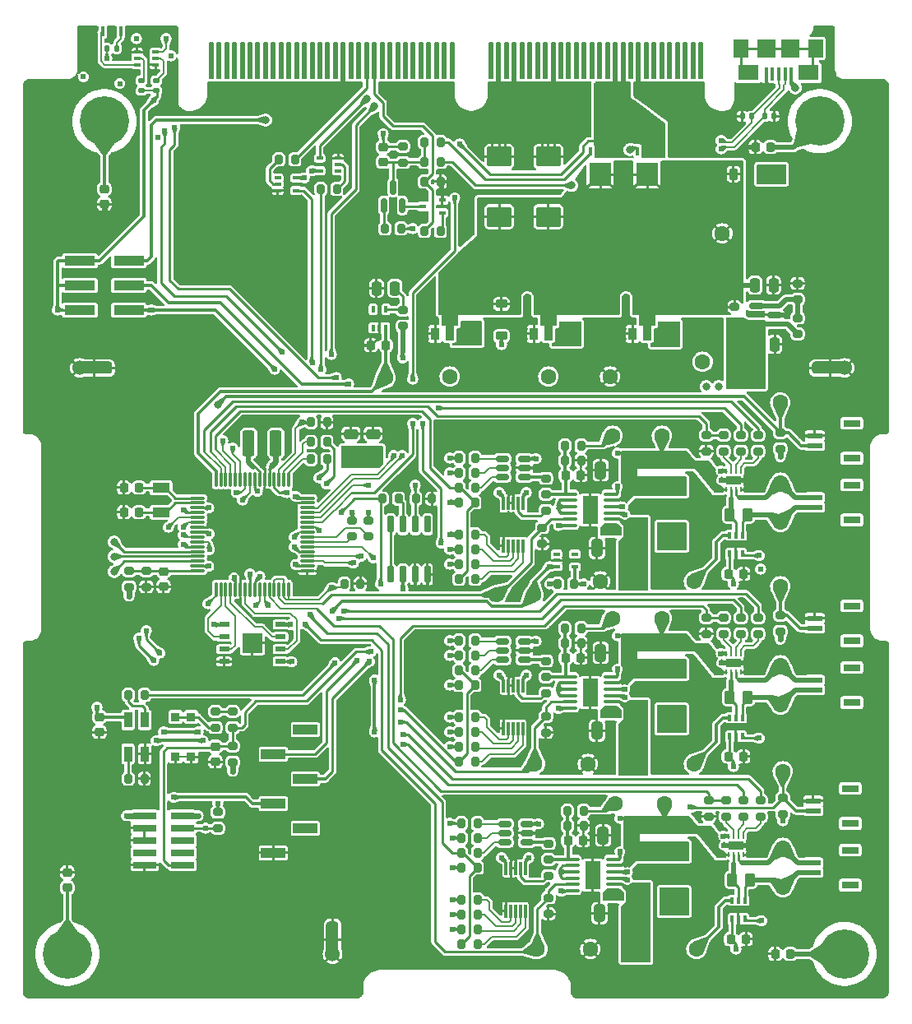
<source format=gbr>
%TF.GenerationSoftware,KiCad,Pcbnew,7.0.5*%
%TF.CreationDate,2023-06-28T17:56:53-04:00*%
%TF.ProjectId,magnetotorqer-drive-board,6d61676e-6574-46f7-946f-727165722d64,A*%
%TF.SameCoordinates,Original*%
%TF.FileFunction,Copper,L1,Top*%
%TF.FilePolarity,Positive*%
%FSLAX46Y46*%
G04 Gerber Fmt 4.6, Leading zero omitted, Abs format (unit mm)*
G04 Created by KiCad (PCBNEW 7.0.5) date 2023-06-28 17:56:53*
%MOMM*%
%LPD*%
G01*
G04 APERTURE LIST*
G04 Aperture macros list*
%AMRoundRect*
0 Rectangle with rounded corners*
0 $1 Rounding radius*
0 $2 $3 $4 $5 $6 $7 $8 $9 X,Y pos of 4 corners*
0 Add a 4 corners polygon primitive as box body*
4,1,4,$2,$3,$4,$5,$6,$7,$8,$9,$2,$3,0*
0 Add four circle primitives for the rounded corners*
1,1,$1+$1,$2,$3*
1,1,$1+$1,$4,$5*
1,1,$1+$1,$6,$7*
1,1,$1+$1,$8,$9*
0 Add four rect primitives between the rounded corners*
20,1,$1+$1,$2,$3,$4,$5,0*
20,1,$1+$1,$4,$5,$6,$7,0*
20,1,$1+$1,$6,$7,$8,$9,0*
20,1,$1+$1,$8,$9,$2,$3,0*%
%AMFreePoly0*
4,1,12,0.105238,2.379067,0.194454,2.319454,0.254067,2.230238,0.275000,2.125000,0.275000,-1.400000,-0.275000,-1.400000,-0.275000,2.125000,-0.254067,2.230238,-0.194454,2.319454,-0.105238,2.379067,0.000000,2.400000,0.105238,2.379067,0.105238,2.379067,$1*%
%AMFreePoly1*
4,1,9,3.862500,-0.866500,0.737500,-0.866500,0.737500,-0.450000,-0.737500,-0.450000,-0.737500,0.450000,0.737500,0.450000,0.737500,0.866500,3.862500,0.866500,3.862500,-0.866500,3.862500,-0.866500,$1*%
G04 Aperture macros list end*
%TA.AperFunction,SMDPad,CuDef*%
%ADD10RoundRect,0.200000X0.275000X-0.200000X0.275000X0.200000X-0.275000X0.200000X-0.275000X-0.200000X0*%
%TD*%
%TA.AperFunction,ComponentPad*%
%ADD11C,1.600000*%
%TD*%
%TA.AperFunction,SMDPad,CuDef*%
%ADD12R,2.790000X1.903000*%
%TD*%
%TA.AperFunction,SMDPad,CuDef*%
%ADD13RoundRect,0.200000X-0.200000X-0.275000X0.200000X-0.275000X0.200000X0.275000X-0.200000X0.275000X0*%
%TD*%
%TA.AperFunction,SMDPad,CuDef*%
%ADD14RoundRect,0.200000X-0.275000X0.200000X-0.275000X-0.200000X0.275000X-0.200000X0.275000X0.200000X0*%
%TD*%
%TA.AperFunction,SMDPad,CuDef*%
%ADD15RoundRect,0.225000X-0.250000X0.225000X-0.250000X-0.225000X0.250000X-0.225000X0.250000X0.225000X0*%
%TD*%
%TA.AperFunction,SMDPad,CuDef*%
%ADD16R,1.550000X0.600000*%
%TD*%
%TA.AperFunction,SMDPad,CuDef*%
%ADD17R,1.800000X0.800000*%
%TD*%
%TA.AperFunction,SMDPad,CuDef*%
%ADD18RoundRect,0.225000X-0.225000X-0.250000X0.225000X-0.250000X0.225000X0.250000X-0.225000X0.250000X0*%
%TD*%
%TA.AperFunction,SMDPad,CuDef*%
%ADD19RoundRect,0.250000X-0.262500X-0.450000X0.262500X-0.450000X0.262500X0.450000X-0.262500X0.450000X0*%
%TD*%
%TA.AperFunction,SMDPad,CuDef*%
%ADD20R,2.400000X0.740000*%
%TD*%
%TA.AperFunction,SMDPad,CuDef*%
%ADD21RoundRect,0.225000X0.250000X-0.225000X0.250000X0.225000X-0.250000X0.225000X-0.250000X-0.225000X0*%
%TD*%
%TA.AperFunction,SMDPad,CuDef*%
%ADD22R,0.850000X1.600000*%
%TD*%
%TA.AperFunction,SMDPad,CuDef*%
%ADD23RoundRect,0.200000X0.200000X0.275000X-0.200000X0.275000X-0.200000X-0.275000X0.200000X-0.275000X0*%
%TD*%
%TA.AperFunction,SMDPad,CuDef*%
%ADD24RoundRect,0.225000X0.225000X0.250000X-0.225000X0.250000X-0.225000X-0.250000X0.225000X-0.250000X0*%
%TD*%
%TA.AperFunction,SMDPad,CuDef*%
%ADD25RoundRect,0.250000X0.325000X0.650000X-0.325000X0.650000X-0.325000X-0.650000X0.325000X-0.650000X0*%
%TD*%
%TA.AperFunction,SMDPad,CuDef*%
%ADD26RoundRect,0.150000X0.512500X0.150000X-0.512500X0.150000X-0.512500X-0.150000X0.512500X-0.150000X0*%
%TD*%
%TA.AperFunction,SMDPad,CuDef*%
%ADD27R,1.638000X0.969500*%
%TD*%
%TA.AperFunction,SMDPad,CuDef*%
%ADD28R,0.340000X0.969500*%
%TD*%
%TA.AperFunction,SMDPad,CuDef*%
%ADD29R,2.290000X2.455000*%
%TD*%
%TA.AperFunction,ComponentPad*%
%ADD30C,5.080000*%
%TD*%
%TA.AperFunction,SMDPad,CuDef*%
%ADD31R,2.510000X1.000000*%
%TD*%
%TA.AperFunction,SMDPad,CuDef*%
%ADD32R,0.300000X1.400000*%
%TD*%
%TA.AperFunction,SMDPad,CuDef*%
%ADD33RoundRect,0.225000X-0.375000X0.225000X-0.375000X-0.225000X0.375000X-0.225000X0.375000X0.225000X0*%
%TD*%
%TA.AperFunction,ComponentPad*%
%ADD34C,1.524000*%
%TD*%
%TA.AperFunction,SMDPad,CuDef*%
%ADD35RoundRect,0.317500X-0.317500X1.587500X-0.317500X-1.587500X0.317500X-1.587500X0.317500X1.587500X0*%
%TD*%
%TA.AperFunction,SMDPad,CuDef*%
%ADD36RoundRect,0.135000X0.185000X-0.135000X0.185000X0.135000X-0.185000X0.135000X-0.185000X-0.135000X0*%
%TD*%
%TA.AperFunction,SMDPad,CuDef*%
%ADD37R,0.650000X0.400000*%
%TD*%
%TA.AperFunction,SMDPad,CuDef*%
%ADD38RoundRect,0.250000X-0.250000X-0.475000X0.250000X-0.475000X0.250000X0.475000X-0.250000X0.475000X0*%
%TD*%
%TA.AperFunction,SMDPad,CuDef*%
%ADD39R,0.700000X0.450000*%
%TD*%
%TA.AperFunction,SMDPad,CuDef*%
%ADD40RoundRect,0.317500X-1.587500X-0.317500X1.587500X-0.317500X1.587500X0.317500X-1.587500X0.317500X0*%
%TD*%
%TA.AperFunction,SMDPad,CuDef*%
%ADD41R,0.400000X0.650000*%
%TD*%
%TA.AperFunction,SMDPad,CuDef*%
%ADD42RoundRect,0.225000X-0.225000X-0.375000X0.225000X-0.375000X0.225000X0.375000X-0.225000X0.375000X0*%
%TD*%
%TA.AperFunction,SMDPad,CuDef*%
%ADD43RoundRect,0.101500X-0.101500X-0.571500X0.101500X-0.571500X0.101500X0.571500X-0.101500X0.571500X0*%
%TD*%
%TA.AperFunction,SMDPad,CuDef*%
%ADD44R,0.406000X1.346000*%
%TD*%
%TA.AperFunction,SMDPad,CuDef*%
%ADD45R,1.500000X1.905000*%
%TD*%
%TA.AperFunction,SMDPad,CuDef*%
%ADD46R,2.108000X1.600000*%
%TD*%
%TA.AperFunction,SMDPad,CuDef*%
%ADD47R,1.905000X1.905000*%
%TD*%
%TA.AperFunction,SMDPad,CuDef*%
%ADD48R,1.800000X1.000000*%
%TD*%
%TA.AperFunction,SMDPad,CuDef*%
%ADD49R,0.250000X0.500000*%
%TD*%
%TA.AperFunction,SMDPad,CuDef*%
%ADD50R,1.600000X0.900000*%
%TD*%
%TA.AperFunction,SMDPad,CuDef*%
%ADD51R,0.370000X1.000000*%
%TD*%
%TA.AperFunction,SMDPad,CuDef*%
%ADD52FreePoly0,0.000000*%
%TD*%
%TA.AperFunction,SMDPad,CuDef*%
%ADD53RoundRect,0.250000X0.475000X-0.250000X0.475000X0.250000X-0.475000X0.250000X-0.475000X-0.250000X0*%
%TD*%
%TA.AperFunction,SMDPad,CuDef*%
%ADD54RoundRect,0.250000X1.025000X-0.787500X1.025000X0.787500X-1.025000X0.787500X-1.025000X-0.787500X0*%
%TD*%
%TA.AperFunction,SMDPad,CuDef*%
%ADD55R,1.100000X0.500000*%
%TD*%
%TA.AperFunction,SMDPad,CuDef*%
%ADD56R,2.000000X2.000000*%
%TD*%
%TA.AperFunction,SMDPad,CuDef*%
%ADD57RoundRect,0.150000X-0.587500X-0.150000X0.587500X-0.150000X0.587500X0.150000X-0.587500X0.150000X0*%
%TD*%
%TA.AperFunction,SMDPad,CuDef*%
%ADD58R,3.150000X1.000000*%
%TD*%
%TA.AperFunction,SMDPad,CuDef*%
%ADD59RoundRect,0.100000X-0.625000X-0.100000X0.625000X-0.100000X0.625000X0.100000X-0.625000X0.100000X0*%
%TD*%
%TA.AperFunction,SMDPad,CuDef*%
%ADD60R,1.650000X2.850000*%
%TD*%
%TA.AperFunction,SMDPad,CuDef*%
%ADD61R,0.900000X1.300000*%
%TD*%
%TA.AperFunction,SMDPad,CuDef*%
%ADD62FreePoly1,90.000000*%
%TD*%
%TA.AperFunction,SMDPad,CuDef*%
%ADD63RoundRect,0.147500X0.147500X0.172500X-0.147500X0.172500X-0.147500X-0.172500X0.147500X-0.172500X0*%
%TD*%
%TA.AperFunction,SMDPad,CuDef*%
%ADD64RoundRect,0.147500X-0.147500X-0.172500X0.147500X-0.172500X0.147500X0.172500X-0.147500X0.172500X0*%
%TD*%
%TA.AperFunction,SMDPad,CuDef*%
%ADD65RoundRect,0.135000X-0.135000X-0.185000X0.135000X-0.185000X0.135000X0.185000X-0.135000X0.185000X0*%
%TD*%
%TA.AperFunction,SMDPad,CuDef*%
%ADD66RoundRect,0.150000X0.150000X-0.725000X0.150000X0.725000X-0.150000X0.725000X-0.150000X-0.725000X0*%
%TD*%
%TA.AperFunction,SMDPad,CuDef*%
%ADD67RoundRect,0.250000X-0.375000X-1.075000X0.375000X-1.075000X0.375000X1.075000X-0.375000X1.075000X0*%
%TD*%
%TA.AperFunction,SMDPad,CuDef*%
%ADD68RoundRect,0.150000X0.150000X-0.587500X0.150000X0.587500X-0.150000X0.587500X-0.150000X-0.587500X0*%
%TD*%
%TA.AperFunction,SMDPad,CuDef*%
%ADD69RoundRect,0.317500X1.587500X0.317500X-1.587500X0.317500X-1.587500X-0.317500X1.587500X-0.317500X0*%
%TD*%
%TA.AperFunction,SMDPad,CuDef*%
%ADD70R,0.900000X0.900000*%
%TD*%
%TA.AperFunction,SMDPad,CuDef*%
%ADD71RoundRect,0.250000X0.250000X0.475000X-0.250000X0.475000X-0.250000X-0.475000X0.250000X-0.475000X0*%
%TD*%
%TA.AperFunction,SMDPad,CuDef*%
%ADD72RoundRect,0.075000X-0.662500X-0.075000X0.662500X-0.075000X0.662500X0.075000X-0.662500X0.075000X0*%
%TD*%
%TA.AperFunction,SMDPad,CuDef*%
%ADD73RoundRect,0.075000X-0.075000X-0.662500X0.075000X-0.662500X0.075000X0.662500X-0.075000X0.662500X0*%
%TD*%
%TA.AperFunction,ViaPad*%
%ADD74C,0.609600*%
%TD*%
%TA.AperFunction,ViaPad*%
%ADD75C,0.812800*%
%TD*%
%TA.AperFunction,Conductor*%
%ADD76C,0.254000*%
%TD*%
%TA.AperFunction,Conductor*%
%ADD77C,0.508000*%
%TD*%
%TA.AperFunction,Conductor*%
%ADD78C,0.812800*%
%TD*%
%TA.AperFunction,Conductor*%
%ADD79C,0.203200*%
%TD*%
%TA.AperFunction,Conductor*%
%ADD80C,0.609600*%
%TD*%
%TA.AperFunction,Conductor*%
%ADD81C,0.304800*%
%TD*%
G04 APERTURE END LIST*
D10*
%TO.P,R80,1*%
%TO.N,+1V65A*%
X143764000Y-83502000D03*
%TO.P,R80,2*%
%TO.N,Net-(U23-REF)*%
X143764000Y-81852000D03*
%TD*%
D11*
%TO.P,TP20,1,1*%
%TO.N,/Z+*%
X142240000Y-140462000D03*
%TD*%
D12*
%TO.P,L3,1,1*%
%TO.N,/X Driver/Adjustable Buck Regulator 1/SW*%
X130810000Y-104026500D03*
%TO.P,L3,2,2*%
%TO.N,/X Driver/VDRV*%
X130810000Y-99173500D03*
%TD*%
D13*
%TO.P,R32,1*%
%TO.N,/Control/WDT_WDI*%
X104458000Y-100457000D03*
%TO.P,R32,2*%
%TO.N,GND*%
X106108000Y-100457000D03*
%TD*%
D14*
%TO.P,R11,1*%
%TO.N,/~{Y_HB_SLEEP}*%
X136144000Y-112713000D03*
%TO.P,R11,2*%
%TO.N,Net-(U5-~{SLEEP})*%
X136144000Y-114363000D03*
%TD*%
D11*
%TO.P,TP16,1,1*%
%TO.N,/Y_REG_EN*%
X116713000Y-127762000D03*
%TD*%
D13*
%TO.P,R55,1*%
%TO.N,/X Driver/Adjustable Buck Regulator 1/VSET*%
X119825000Y-96520000D03*
%TO.P,R55,2*%
%TO.N,GND*%
X121475000Y-96520000D03*
%TD*%
D15*
%TO.P,C21,1*%
%TO.N,LED_VCC*%
X71882000Y-122923000D03*
%TO.P,C21,2*%
%TO.N,GND*%
X71882000Y-124473000D03*
%TD*%
D16*
%TO.P,J1,1,Pin_1*%
%TO.N,/X+*%
X145528000Y-101338000D03*
%TO.P,J1,2,Pin_2*%
%TO.N,/X-*%
X145528000Y-100338000D03*
D17*
%TO.P,J1,S1*%
%TO.N,N/C*%
X149353000Y-102638000D03*
%TO.P,J1,S2*%
X149353000Y-99038000D03*
%TD*%
D14*
%TO.P,R12,1*%
%TO.N,/Y_PH_EN*%
X137922000Y-112713000D03*
%TO.P,R12,2*%
%TO.N,Net-(U5-PH)*%
X137922000Y-114363000D03*
%TD*%
D13*
%TO.P,R41,1*%
%TO.N,/SCK*%
X108903000Y-116586000D03*
%TO.P,R41,2*%
%TO.N,Net-(U12-SCK)*%
X110553000Y-116586000D03*
%TD*%
D18*
%TO.P,C81,1*%
%TO.N,/Z Driver/Adjustable Buck Regulator 1/VSET*%
X120129000Y-135636000D03*
%TO.P,C81,2*%
%TO.N,GND*%
X121679000Y-135636000D03*
%TD*%
%TO.P,C8,1*%
%TO.N,GND*%
X139433000Y-64262000D03*
%TO.P,C8,2*%
%TO.N,Net-(C8-Pad2)*%
X140983000Y-64262000D03*
%TD*%
D13*
%TO.P,R97,1*%
%TO.N,/MOSI*%
X109157000Y-133858000D03*
%TO.P,R97,2*%
%TO.N,Net-(U26-DIN)*%
X110807000Y-133858000D03*
%TD*%
D19*
%TO.P,R10,1*%
%TO.N,/Y Driver/OUT1_SEN*%
X136755500Y-120904000D03*
%TO.P,R10,2*%
%TO.N,/Y+*%
X138580500Y-120904000D03*
%TD*%
D20*
%TO.P,P3,1,Pin_1*%
%TO.N,+3V3D*%
X76536000Y-133096000D03*
%TO.P,P3,2,Pin_2*%
%TO.N,/Control/SWDIO*%
X80436000Y-133096000D03*
%TO.P,P3,3,Pin_3*%
%TO.N,GND*%
X76536000Y-134366000D03*
%TO.P,P3,4,Pin_4*%
%TO.N,/Control/SWCLK*%
X80436000Y-134366000D03*
%TO.P,P3,5,Pin_5*%
%TO.N,GND*%
X76536000Y-135636000D03*
%TO.P,P3,6,Pin_6*%
%TO.N,unconnected-(P3-Pin_6-Pad6)*%
X80436000Y-135636000D03*
%TO.P,P3,7,Pin_7*%
%TO.N,unconnected-(P3-Pin_7-Pad7)*%
X76536000Y-136906000D03*
%TO.P,P3,8,Pin_8*%
%TO.N,unconnected-(P3-Pin_8-Pad8)*%
X80436000Y-136906000D03*
%TO.P,P3,9,Pin_9*%
%TO.N,GND*%
X76536000Y-138176000D03*
%TO.P,P3,10,Pin_10*%
%TO.N,/~{RST}*%
X80436000Y-138176000D03*
%TD*%
D21*
%TO.P,C27,1*%
%TO.N,GND*%
X83820000Y-127521000D03*
%TO.P,C27,2*%
%TO.N,/~{RST}*%
X83820000Y-125971000D03*
%TD*%
D13*
%TO.P,R3,1*%
%TO.N,/TX*%
X94679000Y-68580000D03*
%TO.P,R3,2*%
%TO.N,Net-(R3-Pad2)*%
X96329000Y-68580000D03*
%TD*%
D14*
%TO.P,R72,1*%
%TO.N,/Z_HB_PH*%
X139954000Y-131509000D03*
%TO.P,R72,2*%
%TO.N,Net-(U19-EN)*%
X139954000Y-133159000D03*
%TD*%
D11*
%TO.P,TP30,1,1*%
%TO.N,+5VA*%
X118110000Y-87884000D03*
%TD*%
D22*
%TO.P,D3,1,DOUT*%
%TO.N,Net-(D3-DOUT)*%
X74817000Y-126718000D03*
%TO.P,D3,2,VSS*%
%TO.N,GND*%
X76567000Y-126718000D03*
%TO.P,D3,3,DIN*%
%TO.N,Net-(D3-DIN)*%
X76567000Y-123218000D03*
%TO.P,D3,4,VDD*%
%TO.N,LED_VCC*%
X74817000Y-123218000D03*
%TD*%
D13*
%TO.P,R64,1*%
%TO.N,/~{X_SYNC}*%
X108903000Y-108712000D03*
%TO.P,R64,2*%
%TO.N,Net-(U16-~{SYNC})*%
X110553000Y-108712000D03*
%TD*%
D10*
%TO.P,R7,1*%
%TO.N,+3V3A*%
X142240000Y-132905000D03*
%TO.P,R7,2*%
%TO.N,/Z_TEMP*%
X142240000Y-131255000D03*
%TD*%
D14*
%TO.P,R51,1*%
%TO.N,/X_REG_EN*%
X117475000Y-103442000D03*
%TO.P,R51,2*%
%TO.N,GND*%
X117475000Y-105092000D03*
%TD*%
D23*
%TO.P,R17,1*%
%TO.N,GND*%
X76517000Y-129273000D03*
%TO.P,R17,2*%
%TO.N,Net-(D3-DOUT)*%
X74867000Y-129273000D03*
%TD*%
D24*
%TO.P,C12,1*%
%TO.N,/Control/XTAL1*%
X75959000Y-99314000D03*
%TO.P,C12,2*%
%TO.N,GND*%
X74409000Y-99314000D03*
%TD*%
D25*
%TO.P,C76,1*%
%TO.N,/Z Driver/VDRV*%
X126697000Y-135128000D03*
%TO.P,C76,2*%
%TO.N,GND*%
X123747000Y-135128000D03*
%TD*%
D15*
%TO.P,C61,1*%
%TO.N,/VBATT*%
X101092001Y-64248999D03*
%TO.P,C61,2*%
%TO.N,Net-(Q5-D)*%
X101092001Y-65798999D03*
%TD*%
D14*
%TO.P,R73,1*%
%TO.N,/VBATT*%
X103124001Y-64198999D03*
%TO.P,R73,2*%
%TO.N,Net-(Q5-D)*%
X103124001Y-65848999D03*
%TD*%
D16*
%TO.P,J3,1,Pin_1*%
%TO.N,/Y+*%
X145528000Y-120134000D03*
%TO.P,J3,2,Pin_2*%
%TO.N,/Y-*%
X145528000Y-119134000D03*
D17*
%TO.P,J3,S1*%
%TO.N,N/C*%
X149353000Y-121434000D03*
%TO.P,J3,S2*%
X149353000Y-117834000D03*
%TD*%
D26*
%TO.P,U26,1,VOUT*%
%TO.N,/Z Driver/Adjustable Buck Regulator 1/DAC_VOUT*%
X115879500Y-135824000D03*
%TO.P,U26,2,GND*%
%TO.N,GND*%
X115879500Y-134874000D03*
%TO.P,U26,3,VA*%
%TO.N,+5VA*%
X115879500Y-133924000D03*
%TO.P,U26,4,DIN*%
%TO.N,Net-(U26-DIN)*%
X113604500Y-133924000D03*
%TO.P,U26,5,SCK*%
%TO.N,Net-(U26-SCK)*%
X113604500Y-134874000D03*
%TO.P,U26,6,~{SYNC}*%
%TO.N,Net-(U26-~{SYNC})*%
X113604500Y-135824000D03*
%TD*%
D27*
%TO.P,Q4,1,S*%
%TO.N,/VBATT*%
X128596000Y-64704250D03*
D28*
%TO.P,Q4,4,G*%
%TO.N,Net-(Q4-G)*%
X127295000Y-64704250D03*
D29*
%TO.P,Q4,5,D*%
%TO.N,VAA*%
X128270000Y-67056000D03*
%TD*%
D11*
%TO.P,TP27,1,1*%
%TO.N,GND*%
X123444000Y-108966000D03*
%TD*%
D23*
%TO.P,R2,1*%
%TO.N,/TX_4*%
X92011000Y-65531999D03*
%TO.P,R2,2*%
%TO.N,Net-(R2-Pad2)*%
X90361000Y-65531999D03*
%TD*%
D30*
%TO.P,H4,1,1*%
%TO.N,Net-(C10-Pad2)*%
X148590000Y-147320000D03*
%TD*%
D13*
%TO.P,R40,1*%
%TO.N,/Y Driver/Adjustable Buck Regulator 1/VSET*%
X119825000Y-115316000D03*
%TO.P,R40,2*%
%TO.N,GND*%
X121475000Y-115316000D03*
%TD*%
D11*
%TO.P,TP37,1,1*%
%TO.N,/Z Driver/VDRV*%
X130048000Y-131826000D03*
%TD*%
D14*
%TO.P,R36,1*%
%TO.N,/Y_REG_EN*%
X117856000Y-122873000D03*
%TO.P,R36,2*%
%TO.N,GND*%
X117856000Y-124523000D03*
%TD*%
D31*
%TO.P,P2,1,Pin_1*%
%TO.N,GND*%
X89785000Y-136906000D03*
%TO.P,P2,2,Pin_2*%
%TO.N,unconnected-(P2-Pin_2-Pad2)*%
X93095000Y-134366000D03*
%TO.P,P2,3,Pin_3*%
%TO.N,/5V_DB*%
X89785000Y-131826000D03*
%TO.P,P2,4,Pin_4*%
%TO.N,/RX_DEBUG*%
X93095000Y-129286000D03*
%TO.P,P2,5,Pin_5*%
%TO.N,/TX_DEBUG*%
X89785000Y-126746000D03*
%TO.P,P2,6,Pin_6*%
%TO.N,unconnected-(P2-Pin_6-Pad6)*%
X93095000Y-124206000D03*
%TD*%
D11*
%TO.P,TP38,1,1*%
%TO.N,GND*%
X122428000Y-146812000D03*
%TD*%
D32*
%TO.P,U13,1,VDD*%
%TO.N,+5VA*%
X115488000Y-119720000D03*
%TO.P,U13,2,A*%
%TO.N,/Y Driver/Adjustable Buck Regulator 1/DPOT_IN*%
X114988000Y-119720000D03*
%TO.P,U13,3,W*%
%TO.N,GND*%
X114488000Y-119720000D03*
%TO.P,U13,4,VSS*%
X113988000Y-119720000D03*
%TO.P,U13,5,EXT_CAP*%
%TO.N,Net-(U13-EXT_CAP)*%
X113488000Y-119720000D03*
%TO.P,U13,6,GND*%
%TO.N,GND*%
X113488000Y-124120000D03*
%TO.P,U13,7,SDO*%
%TO.N,Net-(U13-SDO)*%
X113988000Y-124120000D03*
%TO.P,U13,8,DIN*%
%TO.N,Net-(U13-DIN)*%
X114488000Y-124120000D03*
%TO.P,U13,9,SCK*%
%TO.N,Net-(U13-SCK)*%
X114988000Y-124120000D03*
%TO.P,U13,10,~{SYNC}*%
%TO.N,Net-(U13-~{SYNC})*%
X115488000Y-124120000D03*
%TD*%
D16*
%TO.P,J6,1,Pin_1*%
%TO.N,/Z_TEMP*%
X145367000Y-132580000D03*
%TO.P,J6,2,Pin_2*%
%TO.N,GND*%
X145367000Y-131580000D03*
D17*
%TO.P,J6,S1*%
%TO.N,N/C*%
X149192000Y-133880000D03*
%TO.P,J6,S2*%
X149192000Y-130280000D03*
%TD*%
D33*
%TO.P,D5,1,K*%
%TO.N,VAA*%
X113284000Y-80392000D03*
%TO.P,D5,2,A*%
%TO.N,/5V_DB*%
X113284000Y-83692000D03*
%TD*%
D34*
%TO.P,TP4,1,1*%
%TO.N,GND*%
X95885000Y-147320000D03*
D35*
X95885000Y-145872200D03*
%TD*%
D13*
%TO.P,R1,1*%
%TO.N,/Control/PA12*%
X97092000Y-109220000D03*
%TO.P,R1,2*%
%TO.N,GND*%
X98742000Y-109220000D03*
%TD*%
D10*
%TO.P,R67,1*%
%TO.N,GND*%
X134366000Y-95567000D03*
%TO.P,R67,2*%
%TO.N,/~{X_HB_SLEEP}*%
X134366000Y-93917000D03*
%TD*%
D36*
%TO.P,R91,1*%
%TO.N,LED_VCC*%
X76200000Y-58422000D03*
%TO.P,R91,2*%
%TO.N,Net-(Q8B-B2)*%
X76200000Y-57402000D03*
%TD*%
D15*
%TO.P,C26,1*%
%TO.N,/Control/VAA_ADC*%
X78486000Y-107937000D03*
%TO.P,C26,2*%
%TO.N,GND*%
X78486000Y-109487000D03*
%TD*%
D13*
%TO.P,R99,1*%
%TO.N,/SCK*%
X109157000Y-135382000D03*
%TO.P,R99,2*%
%TO.N,Net-(U26-SCK)*%
X110807000Y-135382000D03*
%TD*%
D10*
%TO.P,R18,1*%
%TO.N,VAA*%
X74930000Y-109537000D03*
%TO.P,R18,2*%
%TO.N,/Control/VAA_ADC*%
X74930000Y-107887000D03*
%TD*%
D11*
%TO.P,TP19,1,1*%
%TO.N,GND*%
X122174000Y-127762000D03*
%TD*%
D23*
%TO.P,R76,1*%
%TO.N,/Power/~{HRST}*%
X102933001Y-72644001D03*
%TO.P,R76,2*%
%TO.N,Net-(Q5-G)*%
X101283001Y-72644001D03*
%TD*%
D14*
%TO.P,R68,1*%
%TO.N,/X_HB_PH*%
X139700000Y-93917000D03*
%TO.P,R68,2*%
%TO.N,Net-(U18-EN)*%
X139700000Y-95567000D03*
%TD*%
D37*
%TO.P,U1,1,NC*%
%TO.N,unconnected-(U1-NC-Pad1)*%
X90236000Y-67422000D03*
%TO.P,U1,2*%
%TO.N,Net-(R2-Pad2)*%
X90236000Y-68072000D03*
%TO.P,U1,3,GND*%
%TO.N,GND*%
X90236000Y-68722000D03*
%TO.P,U1,4*%
%TO.N,/RX*%
X92136000Y-68722000D03*
%TO.P,U1,5,VCC*%
%TO.N,+3V3D*%
X92136000Y-67422000D03*
%TD*%
D13*
%TO.P,R61,1*%
%TO.N,/MOSI*%
X108903000Y-107188000D03*
%TO.P,R61,2*%
%TO.N,Net-(U16-SCK)*%
X110553000Y-107188000D03*
%TD*%
D11*
%TO.P,TP23,1,1*%
%TO.N,Net-(R58-Pad2)*%
X124714000Y-93980000D03*
%TD*%
D13*
%TO.P,R57,1*%
%TO.N,/~{X_SYNC}*%
X108903000Y-99314000D03*
%TO.P,R57,2*%
%TO.N,Net-(U15-~{SYNC})*%
X110553000Y-99314000D03*
%TD*%
D25*
%TO.P,C45,1*%
%TO.N,/X Driver/VDRV*%
X126443000Y-97536000D03*
%TO.P,C45,2*%
%TO.N,GND*%
X123493000Y-97536000D03*
%TD*%
D11*
%TO.P,TP9,1,1*%
%TO.N,/X+*%
X141986000Y-102870000D03*
%TD*%
D38*
%TO.P,C69,1*%
%TO.N,+1V65A*%
X139512000Y-84582000D03*
%TO.P,C69,2*%
%TO.N,GND*%
X141412000Y-84582000D03*
%TD*%
D11*
%TO.P,TP1,1,1*%
%TO.N,/TEMP_A*%
X101346000Y-88011000D03*
%TD*%
D13*
%TO.P,R101,1*%
%TO.N,/Z Driver/Adjustable Buck Regulator 1/VSET*%
X120079000Y-132588000D03*
%TO.P,R101,2*%
%TO.N,Net-(R101-Pad2)*%
X121729000Y-132588000D03*
%TD*%
D11*
%TO.P,TP28,1,1*%
%TO.N,VAA*%
X136017000Y-73152000D03*
%TD*%
%TO.P,TP25,1,1*%
%TO.N,VAA*%
X127254000Y-108966000D03*
%TD*%
D23*
%TO.P,R59,1*%
%TO.N,/~{X_SYNC}*%
X110553000Y-100838000D03*
%TO.P,R59,2*%
%TO.N,+3V3D*%
X108903000Y-100838000D03*
%TD*%
D39*
%TO.P,Q6,1,B*%
%TO.N,Net-(Q6-B)*%
X107172000Y-71008000D03*
%TO.P,Q6,2,E*%
%TO.N,GND*%
X107172000Y-69708000D03*
%TO.P,Q6,3,C*%
%TO.N,Net-(Q5-S)*%
X105172000Y-70358000D03*
%TD*%
D13*
%TO.P,R63,1*%
%TO.N,/SCK*%
X108903000Y-105664000D03*
%TO.P,R63,2*%
%TO.N,Net-(U16-DIN)*%
X110553000Y-105664000D03*
%TD*%
D14*
%TO.P,R30,1*%
%TO.N,+3V3D*%
X84074000Y-132716000D03*
%TO.P,R30,2*%
%TO.N,/Control/SWCLK*%
X84074000Y-134366000D03*
%TD*%
D13*
%TO.P,R106,1*%
%TO.N,/SCK*%
X109157000Y-143256000D03*
%TO.P,R106,2*%
%TO.N,Net-(U27-DIN)*%
X110807000Y-143256000D03*
%TD*%
D24*
%TO.P,C13,1*%
%TO.N,/Control/XTAL2*%
X75959000Y-101854000D03*
%TO.P,C13,2*%
%TO.N,GND*%
X74409000Y-101854000D03*
%TD*%
D10*
%TO.P,R28,1*%
%TO.N,+3V3D*%
X85598000Y-127571000D03*
%TO.P,R28,2*%
%TO.N,/~{RST}*%
X85598000Y-125921000D03*
%TD*%
D26*
%TO.P,U15,1,VOUT*%
%TO.N,/X Driver/Adjustable Buck Regulator 1/DAC_VOUT*%
X115625500Y-98232000D03*
%TO.P,U15,2,GND*%
%TO.N,GND*%
X115625500Y-97282000D03*
%TO.P,U15,3,VA*%
%TO.N,+5VA*%
X115625500Y-96332000D03*
%TO.P,U15,4,DIN*%
%TO.N,Net-(U15-DIN)*%
X113350500Y-96332000D03*
%TO.P,U15,5,SCK*%
%TO.N,Net-(U15-SCK)*%
X113350500Y-97282000D03*
%TO.P,U15,6,~{SYNC}*%
%TO.N,Net-(U15-~{SYNC})*%
X113350500Y-98232000D03*
%TD*%
D14*
%TO.P,R53,1*%
%TO.N,/X Driver/Adjustable Buck Regulator 1/DAC_VOUT*%
X117856000Y-98363000D03*
%TO.P,R53,2*%
%TO.N,/X Driver/Adjustable Buck Regulator 1/VSET*%
X117856000Y-100013000D03*
%TD*%
D34*
%TO.P,TP6,1,1*%
%TO.N,GND*%
X148590000Y-86995000D03*
D40*
X147142200Y-86995000D03*
%TD*%
D13*
%TO.P,R58,1*%
%TO.N,/X Driver/Adjustable Buck Regulator 1/VSET*%
X119825000Y-94996000D03*
%TO.P,R58,2*%
%TO.N,Net-(R58-Pad2)*%
X121475000Y-94996000D03*
%TD*%
%TO.P,R77,1*%
%TO.N,/PWR_EN*%
X105347001Y-72898000D03*
%TO.P,R77,2*%
%TO.N,Net-(Q6-B)*%
X106997001Y-72898000D03*
%TD*%
D41*
%TO.P,U9,1,REF*%
%TO.N,+1V65A*%
X136764000Y-106106000D03*
%TO.P,U9,2,GND*%
%TO.N,GND*%
X137414000Y-106106000D03*
%TO.P,U9,3,V+*%
%TO.N,+3V3A*%
X138064000Y-106106000D03*
%TO.P,U9,4,+*%
%TO.N,/X+*%
X138064000Y-104206000D03*
%TO.P,U9,5,-*%
%TO.N,/X Driver/OUT1_SEN*%
X137414000Y-104206000D03*
%TO.P,U9,6*%
%TO.N,/X_VRSEN*%
X136764000Y-104206000D03*
%TD*%
D42*
%TO.P,D4,1,K*%
%TO.N,VAA*%
X137161000Y-67056000D03*
%TO.P,D4,2,A*%
%TO.N,5V_USB*%
X140461000Y-67056000D03*
%TD*%
D11*
%TO.P,TP31,1,1*%
%TO.N,+3V3A*%
X133985000Y-86360000D03*
%TD*%
D12*
%TO.P,L2,1,1*%
%TO.N,/Y Driver/Adjustable Buck Regulator 1/SW*%
X130810000Y-122822500D03*
%TO.P,L2,2,2*%
%TO.N,/Y Driver/VDRV*%
X130810000Y-117969500D03*
%TD*%
D13*
%TO.P,R48,1*%
%TO.N,/SCK*%
X108903000Y-124460000D03*
%TO.P,R48,2*%
%TO.N,Net-(U13-DIN)*%
X110553000Y-124460000D03*
%TD*%
D11*
%TO.P,TP32,1,1*%
%TO.N,+1V65A*%
X138430000Y-87884000D03*
%TD*%
D43*
%TO.P,J7,1,VBUS*%
%TO.N,/5V_USB_IN*%
X143114000Y-56769000D03*
D44*
%TO.P,J7,2,D-*%
%TO.N,/D-*%
X142464000Y-56769000D03*
%TO.P,J7,3,D+*%
%TO.N,/D+*%
X141814000Y-56769000D03*
%TO.P,J7,4,ID*%
%TO.N,unconnected-(J7-ID-Pad4)*%
X141164000Y-56769000D03*
%TO.P,J7,5,GND*%
%TO.N,GND*%
X140514000Y-56769000D03*
D45*
%TO.P,J7,6,Shield*%
%TO.N,unconnected-(J7-Shield-Pad6)*%
X145615000Y-54102000D03*
D46*
X144913000Y-56602000D03*
D47*
X142989000Y-54102000D03*
X140589000Y-54102000D03*
D46*
X138665000Y-56602000D03*
D45*
X137963000Y-54102000D03*
%TD*%
D11*
%TO.P,TP12,1,1*%
%TO.N,/Y+*%
X141986000Y-121666000D03*
%TD*%
D16*
%TO.P,J5,1,Pin_1*%
%TO.N,/Z+*%
X145367000Y-138930000D03*
%TO.P,J5,2,Pin_2*%
%TO.N,/Z-*%
X145367000Y-137930000D03*
D17*
%TO.P,J5,S1*%
%TO.N,N/C*%
X149192000Y-140230000D03*
%TO.P,J5,S2*%
X149192000Y-136630000D03*
%TD*%
D13*
%TO.P,R54,1*%
%TO.N,/MOSI*%
X108903000Y-96266000D03*
%TO.P,R54,2*%
%TO.N,Net-(U15-DIN)*%
X110553000Y-96266000D03*
%TD*%
D10*
%TO.P,R5,1*%
%TO.N,+3V3A*%
X141986000Y-95313000D03*
%TO.P,R5,2*%
%TO.N,/X_TEMP*%
X141986000Y-93663000D03*
%TD*%
D19*
%TO.P,R50,1*%
%TO.N,/Z Driver/OUT1_SEN*%
X137009500Y-139700000D03*
%TO.P,R50,2*%
%TO.N,/Z+*%
X138834500Y-139700000D03*
%TD*%
D48*
%TO.P,Y1,1,1*%
%TO.N,/Control/XTAL1*%
X78232000Y-99334000D03*
%TO.P,Y1,2,2*%
%TO.N,/Control/XTAL2*%
X78232000Y-101834000D03*
%TD*%
D49*
%TO.P,U19,1,VM*%
%TO.N,/Z Driver/VDRV*%
X136645000Y-137094000D03*
%TO.P,U19,2,OUT1*%
%TO.N,/Z Driver/OUT1_SEN*%
X137145000Y-137094000D03*
%TO.P,U19,3,OUT2*%
%TO.N,/Z-*%
X137645000Y-137094000D03*
%TO.P,U19,4,GND*%
%TO.N,GND*%
X138145000Y-137094000D03*
%TO.P,U19,5,EN*%
%TO.N,Net-(U19-EN)*%
X138145000Y-135194000D03*
%TO.P,U19,6,PH*%
%TO.N,Net-(U19-PH)*%
X137645000Y-135194000D03*
%TO.P,U19,7,~{SLEEP}*%
%TO.N,Net-(U19-~{SLEEP})*%
X137145000Y-135194000D03*
%TO.P,U19,8,VCC*%
%TO.N,+3V3D*%
X136645000Y-135194000D03*
D50*
%TO.P,U19,9,GND*%
%TO.N,GND*%
X137395000Y-136144000D03*
%TD*%
D41*
%TO.P,U3,1,NC*%
%TO.N,unconnected-(U3-NC-Pad1)*%
X100061000Y-82865000D03*
%TO.P,U3,2,GND*%
%TO.N,GND*%
X100711000Y-82865000D03*
%TO.P,U3,3,V_{OUT}*%
%TO.N,/TEMP_A*%
X101361000Y-82865000D03*
%TO.P,U3,4,V_{DD}*%
%TO.N,Net-(U3-V_{DD})*%
X101361000Y-80965000D03*
%TO.P,U3,5,NC*%
%TO.N,unconnected-(U3-NC-Pad5)*%
X100061000Y-80965000D03*
%TD*%
D37*
%TO.P,Q8,1,E2*%
%TO.N,GND*%
X75758000Y-54468000D03*
%TO.P,Q8,2,B2*%
%TO.N,Net-(Q8B-B2)*%
X75758000Y-55118000D03*
%TO.P,Q8,3,C1*%
%TO.N,Net-(LED3-K)*%
X75758000Y-55768000D03*
%TO.P,Q8,4,E1*%
%TO.N,GND*%
X77658000Y-55768000D03*
%TO.P,Q8,5,B1*%
%TO.N,Net-(Q8A-B1)*%
X77658000Y-55118000D03*
%TO.P,Q8,6,C2*%
%TO.N,Net-(LED4-K)*%
X77658000Y-54468000D03*
%TD*%
D51*
%TO.P,LED3,1,K*%
%TO.N,Net-(LED3-K)*%
X72222000Y-52324000D03*
%TO.P,LED3,2,A*%
%TO.N,Net-(LED3-A)*%
X74082000Y-52324000D03*
%TD*%
D10*
%TO.P,R13,1*%
%TO.N,GND*%
X134366000Y-114363000D03*
%TO.P,R13,2*%
%TO.N,/~{Y_HB_SLEEP}*%
X134366000Y-112713000D03*
%TD*%
D30*
%TO.P,H3,1,1*%
%TO.N,Net-(C9-Pad2)*%
X68580000Y-147320000D03*
%TD*%
D13*
%TO.P,R60,1*%
%TO.N,+3V3D*%
X108903000Y-104140000D03*
%TO.P,R60,2*%
%TO.N,Net-(U16-SDO)*%
X110553000Y-104140000D03*
%TD*%
D52*
%TO.P,P1,2,Pin_2*%
%TO.N,unconnected-(P1-Pin_2-Pad2)*%
X83383811Y-55837160D03*
%TO.P,P1,4,Pin_4*%
%TO.N,unconnected-(P1-Pin_4-Pad4)*%
X84183811Y-55837160D03*
%TO.P,P1,6,Pin_6*%
%TO.N,unconnected-(P1-Pin_6-Pad6)*%
X84983811Y-55837160D03*
%TO.P,P1,8,Pin_8*%
%TO.N,unconnected-(P1-Pin_8-Pad8)*%
X85783811Y-55837160D03*
%TO.P,P1,10,Pin_10*%
%TO.N,unconnected-(P1-Pin_10-Pad10)*%
X86583811Y-55837160D03*
%TO.P,P1,12,Pin_12*%
%TO.N,unconnected-(P1-Pin_12-Pad12)*%
X87383811Y-55837160D03*
%TO.P,P1,14,Pin_14*%
%TO.N,unconnected-(P1-Pin_14-Pad14)*%
X88183811Y-55837160D03*
%TO.P,P1,16,Pin_16*%
%TO.N,unconnected-(P1-Pin_16-Pad16)*%
X88983811Y-55837160D03*
%TO.P,P1,18,Pin_18*%
%TO.N,unconnected-(P1-Pin_18-Pad18)*%
X89783811Y-55837160D03*
%TO.P,P1,20,Pin_20*%
%TO.N,unconnected-(P1-Pin_20-Pad20)*%
X90583811Y-55837160D03*
%TO.P,P1,22,Pin_22*%
%TO.N,unconnected-(P1-Pin_22-Pad22)*%
X91383811Y-55837160D03*
%TO.P,P1,24,Pin_24*%
%TO.N,unconnected-(P1-Pin_24-Pad24)*%
X92183811Y-55837160D03*
%TO.P,P1,26,Pin_26*%
%TO.N,unconnected-(P1-Pin_26-Pad26)*%
X92983811Y-55837160D03*
%TO.P,P1,28,Pin_28*%
%TO.N,unconnected-(P1-Pin_28-Pad28)*%
X93783811Y-55837160D03*
%TO.P,P1,30,Pin_30*%
%TO.N,unconnected-(P1-Pin_30-Pad30)*%
X94583811Y-55837160D03*
%TO.P,P1,32,Pin_32*%
%TO.N,unconnected-(P1-Pin_32-Pad32)*%
X95383811Y-55837160D03*
%TO.P,P1,34,Pin_34*%
%TO.N,unconnected-(P1-Pin_34-Pad34)*%
X96183811Y-55837160D03*
%TO.P,P1,36,Pin_36*%
%TO.N,GND*%
X96983811Y-55837160D03*
%TO.P,P1,38,Pin_38*%
%TO.N,unconnected-(P1-Pin_38-Pad38)*%
X97783811Y-55837160D03*
%TO.P,P1,40,Pin_40*%
%TO.N,unconnected-(P1-Pin_40-Pad40)*%
X98583811Y-55837160D03*
%TO.P,P1,42,Pin_42*%
%TO.N,/TX_4*%
X99383811Y-55837160D03*
%TO.P,P1,44,Pin_44*%
%TO.N,/PWR_EN*%
X100183811Y-55837160D03*
%TO.P,P1,46,Pin_46*%
%TO.N,unconnected-(P1-Pin_46-Pad46)*%
X100983811Y-55837160D03*
%TO.P,P1,48,Pin_48*%
%TO.N,unconnected-(P1-Pin_48-Pad48)*%
X101783811Y-55837160D03*
%TO.P,P1,50,Pin_50*%
%TO.N,unconnected-(P1-Pin_50-Pad50)*%
X102583811Y-55837160D03*
%TO.P,P1,52,Pin_52*%
%TO.N,unconnected-(P1-Pin_52-Pad52)*%
X103383811Y-55837160D03*
%TO.P,P1,54,Pin_54*%
%TO.N,unconnected-(P1-Pin_54-Pad54)*%
X104183811Y-55837160D03*
%TO.P,P1,56,Pin_56*%
%TO.N,unconnected-(P1-Pin_56-Pad56)*%
X104983811Y-55837160D03*
%TO.P,P1,58,Pin_58*%
%TO.N,unconnected-(P1-Pin_58-Pad58)*%
X105783811Y-55837160D03*
%TO.P,P1,60,Pin_60*%
%TO.N,unconnected-(P1-Pin_60-Pad60)*%
X106583811Y-55837160D03*
%TO.P,P1,62,Pin_62*%
%TO.N,unconnected-(P1-Pin_62-Pad62)*%
X107383811Y-55837160D03*
%TO.P,P1,64,Pin_64*%
%TO.N,unconnected-(P1-Pin_64-Pad64)*%
X108183811Y-55837160D03*
%TO.P,P1,66,Pin_66*%
%TO.N,unconnected-(P1-Pin_66-Pad66)*%
X112183811Y-55837160D03*
%TO.P,P1,68,Pin_68*%
%TO.N,GND*%
X112983811Y-55837160D03*
%TO.P,P1,70,Pin_70*%
%TO.N,unconnected-(P1-Pin_70-Pad70)*%
X113783811Y-55837160D03*
%TO.P,P1,72,Pin_72*%
%TO.N,GND*%
X114583811Y-55837160D03*
%TO.P,P1,74,Pin_74*%
%TO.N,unconnected-(P1-Pin_74-Pad74)*%
X115383811Y-55837160D03*
%TO.P,P1,76,Pin_76*%
%TO.N,unconnected-(P1-Pin_76-Pad76)*%
X116183811Y-55837160D03*
%TO.P,P1,78,Pin_78*%
%TO.N,unconnected-(P1-Pin_78-Pad78)*%
X116983811Y-55837160D03*
%TO.P,P1,80,Pin_80*%
%TO.N,unconnected-(P1-Pin_80-Pad80)*%
X117783811Y-55837160D03*
%TO.P,P1,82,Pin_82*%
%TO.N,GND*%
X118583811Y-55837160D03*
%TO.P,P1,84,Pin_84*%
%TO.N,unconnected-(P1-Pin_84-Pad84)*%
X119383811Y-55837160D03*
%TO.P,P1,86,Pin_86*%
%TO.N,unconnected-(P1-Pin_86-Pad86)*%
X120183811Y-55837160D03*
%TO.P,P1,88,Pin_88*%
%TO.N,unconnected-(P1-Pin_88-Pad88)*%
X120983811Y-55837160D03*
%TO.P,P1,90,Pin_90*%
%TO.N,unconnected-(P1-Pin_90-Pad90)*%
X121783811Y-55837160D03*
%TO.P,P1,92,Pin_92*%
%TO.N,unconnected-(P1-Pin_92-Pad92)*%
X122583811Y-55837160D03*
%TO.P,P1,94,Pin_94*%
%TO.N,unconnected-(P1-Pin_94-Pad94)*%
X123383811Y-55837160D03*
%TO.P,P1,96,Pin_96*%
%TO.N,unconnected-(P1-Pin_96-Pad96)*%
X124183811Y-55837160D03*
%TO.P,P1,98,Pin_98*%
%TO.N,/VBATT*%
X124983811Y-55837160D03*
%TO.P,P1,100,Pin_100*%
X125783811Y-55837160D03*
%TO.P,P1,102,Pin_102*%
%TO.N,unconnected-(P1-Pin_102-Pad102)*%
X126583811Y-55837160D03*
%TO.P,P1,104,Pin_104*%
%TO.N,GND*%
X127383811Y-55837160D03*
%TO.P,P1,106,Pin_106*%
%TO.N,unconnected-(P1-Pin_106-Pad106)*%
X128183811Y-55837160D03*
%TO.P,P1,108,Pin_108*%
%TO.N,unconnected-(P1-Pin_108-Pad108)*%
X128983811Y-55837160D03*
%TO.P,P1,110,Pin_110*%
%TO.N,unconnected-(P1-Pin_110-Pad110)*%
X129783811Y-55837160D03*
%TO.P,P1,112,Pin_112*%
%TO.N,unconnected-(P1-Pin_112-Pad112)*%
X130583811Y-55837160D03*
%TO.P,P1,114,Pin_114*%
%TO.N,unconnected-(P1-Pin_114-Pad114)*%
X131383811Y-55837160D03*
%TO.P,P1,116,Pin_116*%
%TO.N,unconnected-(P1-Pin_116-Pad116)*%
X132183811Y-55837160D03*
%TO.P,P1,118,Pin_118*%
%TO.N,unconnected-(P1-Pin_118-Pad118)*%
X132983811Y-55837160D03*
%TO.P,P1,120,Pin_120*%
%TO.N,unconnected-(P1-Pin_120-Pad120)*%
X133783811Y-55837160D03*
%TD*%
D11*
%TO.P,TP3,1,1*%
%TO.N,/TEMP_B*%
X116586000Y-110363000D03*
%TD*%
%TO.P,TP13,1,1*%
%TO.N,/Y-*%
X141986000Y-117602000D03*
%TD*%
%TO.P,TP24,1,1*%
%TO.N,/X_REG_EN*%
X112776000Y-110363000D03*
%TD*%
D13*
%TO.P,R100,1*%
%TO.N,/~{Z_SYNC}*%
X109157000Y-136906000D03*
%TO.P,R100,2*%
%TO.N,Net-(U26-~{SYNC})*%
X110807000Y-136906000D03*
%TD*%
D18*
%TO.P,C33,1*%
%TO.N,+1V65A*%
X136639000Y-127000000D03*
%TO.P,C33,2*%
%TO.N,GND*%
X138189000Y-127000000D03*
%TD*%
D11*
%TO.P,TP5,1,1*%
%TO.N,/X_TEMP*%
X141986000Y-90551000D03*
%TD*%
D14*
%TO.P,JP1,1,A*%
%TO.N,Net-(JP1-A)*%
X85598000Y-122365000D03*
%TO.P,JP1,2,B*%
%TO.N,/~{RST}*%
X85598000Y-124015000D03*
%TD*%
D13*
%TO.P,R45,1*%
%TO.N,+3V3D*%
X108903000Y-122936000D03*
%TO.P,R45,2*%
%TO.N,Net-(U13-SDO)*%
X110553000Y-122936000D03*
%TD*%
D53*
%TO.P,C20,1*%
%TO.N,+3V3D*%
X97790000Y-95692000D03*
%TO.P,C20,2*%
%TO.N,GND*%
X97790000Y-93792000D03*
%TD*%
D54*
%TO.P,C60,1*%
%TO.N,VAA*%
X118086000Y-71438500D03*
%TO.P,C60,2*%
%TO.N,GND*%
X118086000Y-65213500D03*
%TD*%
D11*
%TO.P,TP18,1,1*%
%TO.N,/Y Driver/VDRV*%
X129794000Y-112776000D03*
%TD*%
D30*
%TO.P,H2,1,1*%
%TO.N,Net-(C8-Pad2)*%
X146050000Y-61595000D03*
%TD*%
D54*
%TO.P,C59,1*%
%TO.N,VAA*%
X113040500Y-71438500D03*
%TO.P,C59,2*%
%TO.N,GND*%
X113040500Y-65213500D03*
%TD*%
D55*
%TO.P,U6,1,~{CS}*%
%TO.N,/Control/QSPI{slash}CS*%
X84730000Y-113411000D03*
%TO.P,U6,2,SO*%
%TO.N,/Control/QSPI{slash}DATA1*%
X84730000Y-114681000D03*
%TO.P,U6,3,~{WP}*%
%TO.N,/Control/QSPI{slash}DATA2*%
X84730000Y-115951000D03*
%TO.P,U6,4,VSS*%
%TO.N,GND*%
X84730000Y-117221000D03*
%TO.P,U6,5,SI*%
%TO.N,/Control/QSPI{slash}DATA0*%
X90530000Y-117221000D03*
%TO.P,U6,6,SCK*%
%TO.N,/Control/QSPI{slash}SCK*%
X90530000Y-115951000D03*
%TO.P,U6,7,~{HOLD}*%
%TO.N,/Control/QSPI{slash}DATA3*%
X90530000Y-114681000D03*
%TO.P,U6,8,VDD*%
%TO.N,+3V3D*%
X90530000Y-113411000D03*
D56*
%TO.P,U6,9,EP*%
%TO.N,GND*%
X87630000Y-115316000D03*
%TD*%
D18*
%TO.P,C50,1*%
%TO.N,/X Driver/Adjustable Buck Regulator 1/VSET*%
X119875000Y-98044000D03*
%TO.P,C50,2*%
%TO.N,GND*%
X121425000Y-98044000D03*
%TD*%
D23*
%TO.P,R75,1*%
%TO.N,Net-(Q3-G)*%
X106997001Y-63754000D03*
%TO.P,R75,2*%
%TO.N,Net-(Q5-D)*%
X105347001Y-63754000D03*
%TD*%
D11*
%TO.P,TP29,1,1*%
%TO.N,+3V3D*%
X107950000Y-87884000D03*
%TD*%
%TO.P,TP15,1,1*%
%TO.N,Net-(R43-Pad2)*%
X124714000Y-112776000D03*
%TD*%
D10*
%TO.P,R71,1*%
%TO.N,GND*%
X134620000Y-133159000D03*
%TO.P,R71,2*%
%TO.N,/~{Z_HB_SLEEP}*%
X134620000Y-131509000D03*
%TD*%
D57*
%TO.P,U23,1,REF*%
%TO.N,Net-(U23-REF)*%
X139524500Y-80584000D03*
%TO.P,U23,2,K*%
%TO.N,+1V65A*%
X139524500Y-82484000D03*
%TO.P,U23,3,A*%
%TO.N,GND*%
X141399500Y-81534000D03*
%TD*%
D13*
%TO.P,R46,1*%
%TO.N,/MOSI*%
X108903000Y-125984000D03*
%TO.P,R46,2*%
%TO.N,Net-(U13-SCK)*%
X110553000Y-125984000D03*
%TD*%
D58*
%TO.P,P4,1,Pin_1*%
%TO.N,/5V_DB*%
X74915000Y-81026000D03*
%TO.P,P4,2,Pin_2*%
%TO.N,LED_VCC*%
X69865000Y-81026000D03*
%TO.P,P4,3,Pin_3*%
%TO.N,5V_USB*%
X74915000Y-78486000D03*
%TO.P,P4,4,Pin_4*%
%TO.N,LED_VCC*%
X69865000Y-78486000D03*
%TO.P,P4,5,Pin_5*%
%TO.N,/BUS_LED_PWR*%
X74915000Y-75946000D03*
%TO.P,P4,6,Pin_6*%
%TO.N,LED_VCC*%
X69865000Y-75946000D03*
%TD*%
D11*
%TO.P,TP34,1,1*%
%TO.N,Net-(R101-Pad2)*%
X124968000Y-131826000D03*
%TD*%
D59*
%TO.P,U11,1,ISET*%
%TO.N,/Y Driver/Adjustable Buck Regulator 1/VSET*%
X120278000Y-118771000D03*
%TO.P,U11,2,ITH*%
%TO.N,/Y Driver/Adjustable Buck Regulator 1/INTVCC*%
X120278000Y-119421000D03*
%TO.P,U11,3,RT*%
X120278000Y-120071000D03*
%TO.P,U11,4,PGFB*%
X120278000Y-120721000D03*
%TO.P,U11,5,RUN*%
%TO.N,/Y_REG_EN*%
X120278000Y-121371000D03*
%TO.P,U11,6,MODE/SYNC*%
%TO.N,/Y Driver/Adjustable Buck Regulator 1/INTVCC*%
X120278000Y-122021000D03*
%TO.P,U11,7,SW*%
%TO.N,/Y Driver/Adjustable Buck Regulator 1/SW*%
X124578000Y-122021000D03*
%TO.P,U11,8,VIN*%
%TO.N,VAA*%
X124578000Y-121371000D03*
%TO.P,U11,9,BOOST*%
%TO.N,/Y Driver/Adjustable Buck Regulator 1/BST*%
X124578000Y-120721000D03*
%TO.P,U11,10,INTVCC*%
%TO.N,/Y Driver/Adjustable Buck Regulator 1/INTVCC*%
X124578000Y-120071000D03*
%TO.P,U11,11,VOUT*%
%TO.N,/Y Driver/VDRV*%
X124578000Y-119421000D03*
%TO.P,U11,12,PGOOD*%
%TO.N,Net-(U11-PGOOD)*%
X124578000Y-118771000D03*
D60*
%TO.P,U11,13,GND*%
%TO.N,GND*%
X122428000Y-120396000D03*
%TD*%
D12*
%TO.P,L4,1,1*%
%TO.N,/Z Driver/Adjustable Buck Regulator 1/SW*%
X131064000Y-141618500D03*
%TO.P,L4,2,2*%
%TO.N,/Z Driver/VDRV*%
X131064000Y-136765500D03*
%TD*%
D23*
%TO.P,R74,1*%
%TO.N,Net-(Q4-G)*%
X106997001Y-65786000D03*
%TO.P,R74,2*%
%TO.N,Net-(Q5-D)*%
X105347001Y-65786000D03*
%TD*%
D61*
%TO.P,U21,1,GND*%
%TO.N,GND*%
X116610000Y-83484000D03*
D62*
%TO.P,U21,2,VI*%
%TO.N,VAA*%
X118110000Y-83396500D03*
D61*
%TO.P,U21,3,VO*%
%TO.N,+5VA*%
X119610000Y-83484000D03*
%TD*%
D13*
%TO.P,R35,1*%
%TO.N,/~{RST}*%
X101029000Y-100457000D03*
%TO.P,R35,2*%
%TO.N,Net-(U8-~{RESET})*%
X102679000Y-100457000D03*
%TD*%
D25*
%TO.P,C44,1*%
%TO.N,VAA*%
X126062000Y-105537000D03*
%TO.P,C44,2*%
%TO.N,GND*%
X123112000Y-105537000D03*
%TD*%
D27*
%TO.P,Q3,1,S*%
%TO.N,/VBATT*%
X123746000Y-64704250D03*
D28*
%TO.P,Q3,4,G*%
%TO.N,Net-(Q3-G)*%
X122445000Y-64704250D03*
D29*
%TO.P,Q3,5,D*%
%TO.N,VAA*%
X123420000Y-67056000D03*
%TD*%
D11*
%TO.P,TP21,1,1*%
%TO.N,/Z-*%
X142240000Y-136398000D03*
%TD*%
D13*
%TO.P,R25,1*%
%TO.N,Net-(U7-PB22)*%
X93663000Y-96393000D03*
%TO.P,R25,2*%
%TO.N,/TX_DEBUG*%
X95313000Y-96393000D03*
%TD*%
D61*
%TO.P,U20,1,GND*%
%TO.N,GND*%
X106450000Y-83484000D03*
D62*
%TO.P,U20,2,VI*%
%TO.N,VAA*%
X107950000Y-83396500D03*
D61*
%TO.P,U20,3,VO*%
%TO.N,+3V3D*%
X109450000Y-83484000D03*
%TD*%
D16*
%TO.P,J4,1,Pin_1*%
%TO.N,/Y_TEMP*%
X145528000Y-113784000D03*
%TO.P,J4,2,Pin_2*%
%TO.N,GND*%
X145528000Y-112784000D03*
D17*
%TO.P,J4,S1*%
%TO.N,N/C*%
X149353000Y-115084000D03*
%TO.P,J4,S2*%
X149353000Y-111484000D03*
%TD*%
D10*
%TO.P,R22,1*%
%TO.N,Net-(U7-PB16)*%
X97917000Y-104330000D03*
%TO.P,R22,2*%
%TO.N,/TX*%
X97917000Y-102680000D03*
%TD*%
D13*
%TO.P,R107,1*%
%TO.N,/~{Z_SYNC}*%
X109157000Y-146304000D03*
%TO.P,R107,2*%
%TO.N,Net-(U27-~{SYNC})*%
X110807000Y-146304000D03*
%TD*%
%TO.P,R33,1*%
%TO.N,/~{FAULT}*%
X93663000Y-92583000D03*
%TO.P,R33,2*%
%TO.N,GND*%
X95313000Y-92583000D03*
%TD*%
%TO.P,R98,1*%
%TO.N,/Z Driver/Adjustable Buck Regulator 1/VSET*%
X120079000Y-134112000D03*
%TO.P,R98,2*%
%TO.N,GND*%
X121729000Y-134112000D03*
%TD*%
D10*
%TO.P,R47,1*%
%TO.N,/Y Driver/Adjustable Buck Regulator 1/DPOT_IN*%
X117856000Y-120459000D03*
%TO.P,R47,2*%
%TO.N,/Y Driver/Adjustable Buck Regulator 1/VSET*%
X117856000Y-118809000D03*
%TD*%
D36*
%TO.P,R87,1*%
%TO.N,LED_VCC*%
X77724000Y-58422000D03*
%TO.P,R87,2*%
%TO.N,Net-(Q8A-B1)*%
X77724000Y-57402000D03*
%TD*%
D38*
%TO.P,C68,1*%
%TO.N,VAA*%
X139385000Y-78486000D03*
%TO.P,C68,2*%
%TO.N,GND*%
X141285000Y-78486000D03*
%TD*%
D23*
%TO.P,R44,1*%
%TO.N,/~{Y_SYNC}*%
X110553000Y-119634000D03*
%TO.P,R44,2*%
%TO.N,+3V3D*%
X108903000Y-119634000D03*
%TD*%
D14*
%TO.P,R94,1*%
%TO.N,/Z_REG_EN*%
X118110000Y-141542000D03*
%TO.P,R94,2*%
%TO.N,GND*%
X118110000Y-143192000D03*
%TD*%
D59*
%TO.P,U25,1,ISET*%
%TO.N,/Z Driver/Adjustable Buck Regulator 1/VSET*%
X120532000Y-137567000D03*
%TO.P,U25,2,ITH*%
%TO.N,/Z Driver/Adjustable Buck Regulator 1/INTVCC*%
X120532000Y-138217000D03*
%TO.P,U25,3,RT*%
X120532000Y-138867000D03*
%TO.P,U25,4,PGFB*%
X120532000Y-139517000D03*
%TO.P,U25,5,RUN*%
%TO.N,/Z_REG_EN*%
X120532000Y-140167000D03*
%TO.P,U25,6,MODE/SYNC*%
%TO.N,/Z Driver/Adjustable Buck Regulator 1/INTVCC*%
X120532000Y-140817000D03*
%TO.P,U25,7,SW*%
%TO.N,/Z Driver/Adjustable Buck Regulator 1/SW*%
X124832000Y-140817000D03*
%TO.P,U25,8,VIN*%
%TO.N,VAA*%
X124832000Y-140167000D03*
%TO.P,U25,9,BOOST*%
%TO.N,/Z Driver/Adjustable Buck Regulator 1/BST*%
X124832000Y-139517000D03*
%TO.P,U25,10,INTVCC*%
%TO.N,/Z Driver/Adjustable Buck Regulator 1/INTVCC*%
X124832000Y-138867000D03*
%TO.P,U25,11,VOUT*%
%TO.N,/Z Driver/VDRV*%
X124832000Y-138217000D03*
%TO.P,U25,12,PGOOD*%
%TO.N,Net-(U25-PGOOD)*%
X124832000Y-137567000D03*
D60*
%TO.P,U25,13,GND*%
%TO.N,GND*%
X122682000Y-139192000D03*
%TD*%
D24*
%TO.P,C4,1*%
%TO.N,/TEMP_A*%
X101374000Y-84643000D03*
%TO.P,C4,2*%
%TO.N,GND*%
X99824000Y-84643000D03*
%TD*%
D63*
%TO.P,D2,1,K*%
%TO.N,/D+*%
X139042000Y-61087000D03*
%TO.P,D2,2,A*%
%TO.N,GND*%
X138072000Y-61087000D03*
%TD*%
D10*
%TO.P,R4,1*%
%TO.N,+3V3A*%
X103139000Y-82674000D03*
%TO.P,R4,2*%
%TO.N,Net-(U3-V_{DD})*%
X103139000Y-81024000D03*
%TD*%
%TO.P,R62,1*%
%TO.N,/X Driver/Adjustable Buck Regulator 1/DPOT_IN*%
X117856000Y-101663000D03*
%TO.P,R62,2*%
%TO.N,/X Driver/Adjustable Buck Regulator 1/VSET*%
X117856000Y-100013000D03*
%TD*%
D37*
%TO.P,U4,1,NC*%
%TO.N,unconnected-(U4-NC-Pad1)*%
X118938000Y-106157000D03*
%TO.P,U4,2,GND*%
%TO.N,GND*%
X118938000Y-106807000D03*
%TO.P,U4,3,V_{OUT}*%
%TO.N,/TEMP_B*%
X118938000Y-107457000D03*
%TO.P,U4,4,V_{DD}*%
%TO.N,Net-(U4-V_{DD})*%
X120838000Y-107457000D03*
%TO.P,U4,5,NC*%
%TO.N,unconnected-(U4-NC-Pad5)*%
X120838000Y-106157000D03*
%TD*%
D64*
%TO.P,D1,1,K*%
%TO.N,/D-*%
X140358000Y-61087000D03*
%TO.P,D1,2,A*%
%TO.N,GND*%
X141328000Y-61087000D03*
%TD*%
D41*
%TO.P,U10,1,REF*%
%TO.N,+1V65A*%
X136764000Y-124902000D03*
%TO.P,U10,2,GND*%
%TO.N,GND*%
X137414000Y-124902000D03*
%TO.P,U10,3,V+*%
%TO.N,+3V3A*%
X138064000Y-124902000D03*
%TO.P,U10,4,+*%
%TO.N,/Y+*%
X138064000Y-123002000D03*
%TO.P,U10,5,-*%
%TO.N,/Y Driver/OUT1_SEN*%
X137414000Y-123002000D03*
%TO.P,U10,6*%
%TO.N,/Y_VRSEN*%
X136764000Y-123002000D03*
%TD*%
D53*
%TO.P,C19,1*%
%TO.N,+3V3D*%
X100076000Y-95692000D03*
%TO.P,C19,2*%
%TO.N,GND*%
X100076000Y-93792000D03*
%TD*%
D10*
%TO.P,R29,1*%
%TO.N,Net-(SW1-A)*%
X83820000Y-124015000D03*
%TO.P,R29,2*%
%TO.N,Net-(JP1-A)*%
X83820000Y-122365000D03*
%TD*%
%TO.P,R6,1*%
%TO.N,+3V3A*%
X141986000Y-114109000D03*
%TO.P,R6,2*%
%TO.N,/Y_TEMP*%
X141986000Y-112459000D03*
%TD*%
D65*
%TO.P,R83,1*%
%TO.N,VAA*%
X72642000Y-54102000D03*
%TO.P,R83,2*%
%TO.N,Net-(LED3-A)*%
X73662000Y-54102000D03*
%TD*%
D14*
%TO.P,R38,1*%
%TO.N,/Y Driver/Adjustable Buck Regulator 1/DAC_VOUT*%
X117856000Y-117159000D03*
%TO.P,R38,2*%
%TO.N,/Y Driver/Adjustable Buck Regulator 1/VSET*%
X117856000Y-118809000D03*
%TD*%
D11*
%TO.P,TP36,1,1*%
%TO.N,VAA*%
X127508000Y-146812000D03*
%TD*%
D13*
%TO.P,R16,1*%
%TO.N,Net-(D3-DIN)*%
X74867000Y-120650000D03*
%TO.P,R16,2*%
%TO.N,/Control/NEOPIXEL_DIN*%
X76517000Y-120650000D03*
%TD*%
D11*
%TO.P,TP22,1,1*%
%TO.N,/Z_VRSEN*%
X133350000Y-146812000D03*
%TD*%
D61*
%TO.P,U22,1,GND*%
%TO.N,GND*%
X126770000Y-83484000D03*
D62*
%TO.P,U22,2,VI*%
%TO.N,VAA*%
X128270000Y-83396500D03*
D61*
%TO.P,U22,3,VO*%
%TO.N,+3V3A*%
X129770000Y-83484000D03*
%TD*%
D13*
%TO.P,R43,1*%
%TO.N,/Y Driver/Adjustable Buck Regulator 1/VSET*%
X119825000Y-113792000D03*
%TO.P,R43,2*%
%TO.N,Net-(R43-Pad2)*%
X121475000Y-113792000D03*
%TD*%
D14*
%TO.P,R70,1*%
%TO.N,/Z_PH_EN*%
X138176000Y-131509000D03*
%TO.P,R70,2*%
%TO.N,Net-(U19-PH)*%
X138176000Y-133159000D03*
%TD*%
D11*
%TO.P,TP11,1,1*%
%TO.N,/X_VRSEN*%
X133096000Y-108966000D03*
%TD*%
D49*
%TO.P,U5,1,VM*%
%TO.N,/Y Driver/VDRV*%
X136391000Y-118298000D03*
%TO.P,U5,2,OUT1*%
%TO.N,/Y Driver/OUT1_SEN*%
X136891000Y-118298000D03*
%TO.P,U5,3,OUT2*%
%TO.N,/Y-*%
X137391000Y-118298000D03*
%TO.P,U5,4,GND*%
%TO.N,GND*%
X137891000Y-118298000D03*
%TO.P,U5,5,EN*%
%TO.N,Net-(U5-EN)*%
X137891000Y-116398000D03*
%TO.P,U5,6,PH*%
%TO.N,Net-(U5-PH)*%
X137391000Y-116398000D03*
%TO.P,U5,7,~{SLEEP}*%
%TO.N,Net-(U5-~{SLEEP})*%
X136891000Y-116398000D03*
%TO.P,U5,8,VCC*%
%TO.N,+3V3D*%
X136391000Y-116398000D03*
D50*
%TO.P,U5,9,GND*%
%TO.N,GND*%
X137141000Y-117348000D03*
%TD*%
D13*
%TO.P,R56,1*%
%TO.N,/SCK*%
X108903000Y-97790000D03*
%TO.P,R56,2*%
%TO.N,Net-(U15-SCK)*%
X110553000Y-97790000D03*
%TD*%
%TO.P,R49,1*%
%TO.N,/~{Y_SYNC}*%
X108903000Y-127508000D03*
%TO.P,R49,2*%
%TO.N,Net-(U13-~{SYNC})*%
X110553000Y-127508000D03*
%TD*%
D11*
%TO.P,TP26,1,1*%
%TO.N,/X Driver/VDRV*%
X129794000Y-93980000D03*
%TD*%
D66*
%TO.P,U8,1,~{MR}*%
%TO.N,Net-(U8-~{MR})*%
X101854000Y-108239000D03*
%TO.P,U8,2,VCC*%
%TO.N,+3V3D*%
X103124000Y-108239000D03*
%TO.P,U8,3,GND*%
%TO.N,GND*%
X104394000Y-108239000D03*
%TO.P,U8,4,PFI*%
X105664000Y-108239000D03*
%TO.P,U8,5,~{PFO}*%
%TO.N,unconnected-(U8-~{PFO}-Pad5)*%
X105664000Y-103089000D03*
%TO.P,U8,6,~{WDI}*%
%TO.N,/Control/WDT_WDI*%
X104394000Y-103089000D03*
%TO.P,U8,7,~{RESET}*%
%TO.N,Net-(U8-~{RESET})*%
X103124000Y-103089000D03*
%TO.P,U8,8,~{WDO}*%
%TO.N,Net-(U8-~{MR})*%
X101854000Y-103089000D03*
%TD*%
D11*
%TO.P,TP8,1,1*%
%TO.N,/Z_TEMP*%
X142240000Y-128524000D03*
%TD*%
D25*
%TO.P,C75,1*%
%TO.N,VAA*%
X126316000Y-143129000D03*
%TO.P,C75,2*%
%TO.N,GND*%
X123366000Y-143129000D03*
%TD*%
D26*
%TO.P,U12,1,VOUT*%
%TO.N,/Y Driver/Adjustable Buck Regulator 1/DAC_VOUT*%
X115625500Y-117028000D03*
%TO.P,U12,2,GND*%
%TO.N,GND*%
X115625500Y-116078000D03*
%TO.P,U12,3,VA*%
%TO.N,+5VA*%
X115625500Y-115128000D03*
%TO.P,U12,4,DIN*%
%TO.N,Net-(U12-DIN)*%
X113350500Y-115128000D03*
%TO.P,U12,5,SCK*%
%TO.N,Net-(U12-SCK)*%
X113350500Y-116078000D03*
%TO.P,U12,6,~{SYNC}*%
%TO.N,Net-(U12-~{SYNC})*%
X113350500Y-117028000D03*
%TD*%
D41*
%TO.P,U17,1,REF*%
%TO.N,+1V65A*%
X137018000Y-143698000D03*
%TO.P,U17,2,GND*%
%TO.N,GND*%
X137668000Y-143698000D03*
%TO.P,U17,3,V+*%
%TO.N,+3V3A*%
X138318000Y-143698000D03*
%TO.P,U17,4,+*%
%TO.N,/Z+*%
X138318000Y-141798000D03*
%TO.P,U17,5,-*%
%TO.N,/Z Driver/OUT1_SEN*%
X137668000Y-141798000D03*
%TO.P,U17,6*%
%TO.N,/Z_VRSEN*%
X137018000Y-141798000D03*
%TD*%
D16*
%TO.P,J2,1,Pin_1*%
%TO.N,/X_TEMP*%
X145528000Y-94988000D03*
%TO.P,J2,2,Pin_2*%
%TO.N,GND*%
X145528000Y-93988000D03*
D17*
%TO.P,J2,S1*%
%TO.N,N/C*%
X149353000Y-96288000D03*
%TO.P,J2,S2*%
X149353000Y-92688000D03*
%TD*%
D25*
%TO.P,C35,1*%
%TO.N,/Y Driver/VDRV*%
X126443000Y-116332000D03*
%TO.P,C35,2*%
%TO.N,GND*%
X123493000Y-116332000D03*
%TD*%
D14*
%TO.P,R65,1*%
%TO.N,/~{X_HB_SLEEP}*%
X136144000Y-93917000D03*
%TO.P,R65,2*%
%TO.N,Net-(U18-~{SLEEP})*%
X136144000Y-95567000D03*
%TD*%
D18*
%TO.P,C40,1*%
%TO.N,/Y Driver/Adjustable Buck Regulator 1/VSET*%
X119875000Y-116840000D03*
%TO.P,C40,2*%
%TO.N,GND*%
X121425000Y-116840000D03*
%TD*%
D13*
%TO.P,R103,1*%
%TO.N,+3V3D*%
X109157000Y-141732000D03*
%TO.P,R103,2*%
%TO.N,Net-(U27-SDO)*%
X110807000Y-141732000D03*
%TD*%
D18*
%TO.P,C10,1*%
%TO.N,GND*%
X141465000Y-147320000D03*
%TO.P,C10,2*%
%TO.N,Net-(C10-Pad2)*%
X143015000Y-147320000D03*
%TD*%
D67*
%TO.P,L1,1,1*%
%TO.N,/Control/VSW*%
X87246000Y-94742000D03*
%TO.P,L1,2,2*%
%TO.N,/Control/VDDCORE*%
X90046000Y-94742000D03*
%TD*%
D59*
%TO.P,U14,1,ISET*%
%TO.N,/X Driver/Adjustable Buck Regulator 1/VSET*%
X120278000Y-99975000D03*
%TO.P,U14,2,ITH*%
%TO.N,/X Driver/Adjustable Buck Regulator 1/INTVCC*%
X120278000Y-100625000D03*
%TO.P,U14,3,RT*%
X120278000Y-101275000D03*
%TO.P,U14,4,PGFB*%
X120278000Y-101925000D03*
%TO.P,U14,5,RUN*%
%TO.N,/X_REG_EN*%
X120278000Y-102575000D03*
%TO.P,U14,6,MODE/SYNC*%
%TO.N,/X Driver/Adjustable Buck Regulator 1/INTVCC*%
X120278000Y-103225000D03*
%TO.P,U14,7,SW*%
%TO.N,/X Driver/Adjustable Buck Regulator 1/SW*%
X124578000Y-103225000D03*
%TO.P,U14,8,VIN*%
%TO.N,VAA*%
X124578000Y-102575000D03*
%TO.P,U14,9,BOOST*%
%TO.N,/X Driver/Adjustable Buck Regulator 1/BST*%
X124578000Y-101925000D03*
%TO.P,U14,10,INTVCC*%
%TO.N,/X Driver/Adjustable Buck Regulator 1/INTVCC*%
X124578000Y-101275000D03*
%TO.P,U14,11,VOUT*%
%TO.N,/X Driver/VDRV*%
X124578000Y-100625000D03*
%TO.P,U14,12,PGOOD*%
%TO.N,Net-(U14-PGOOD)*%
X124578000Y-99975000D03*
D60*
%TO.P,U14,13,GND*%
%TO.N,GND*%
X122428000Y-101600000D03*
%TD*%
D23*
%TO.P,R102,1*%
%TO.N,/~{Z_SYNC}*%
X110807000Y-138430000D03*
%TO.P,R102,2*%
%TO.N,+3V3D*%
X109157000Y-138430000D03*
%TD*%
D15*
%TO.P,C9,1*%
%TO.N,GND*%
X68580000Y-138925000D03*
%TO.P,C9,2*%
%TO.N,Net-(C9-Pad2)*%
X68580000Y-140475000D03*
%TD*%
D10*
%TO.P,R23,1*%
%TO.N,Net-(U7-PB17)*%
X99568000Y-104330000D03*
%TO.P,R23,2*%
%TO.N,/RX*%
X99568000Y-102680000D03*
%TD*%
D18*
%TO.P,C56,1*%
%TO.N,+1V65A*%
X136893000Y-145796000D03*
%TO.P,C56,2*%
%TO.N,GND*%
X138443000Y-145796000D03*
%TD*%
D13*
%TO.P,R8,1*%
%TO.N,+3V3A*%
X119063000Y-109220000D03*
%TO.P,R8,2*%
%TO.N,Net-(U4-V_{DD})*%
X120713000Y-109220000D03*
%TD*%
D11*
%TO.P,TP7,1,1*%
%TO.N,/Y_TEMP*%
X141986000Y-109474000D03*
%TD*%
D32*
%TO.P,U27,1,VDD*%
%TO.N,+5VA*%
X115742000Y-138516000D03*
%TO.P,U27,2,A*%
%TO.N,/Z Driver/Adjustable Buck Regulator 1/DPOT_IN*%
X115242000Y-138516000D03*
%TO.P,U27,3,W*%
%TO.N,GND*%
X114742000Y-138516000D03*
%TO.P,U27,4,VSS*%
X114242000Y-138516000D03*
%TO.P,U27,5,EXT_CAP*%
%TO.N,Net-(U27-EXT_CAP)*%
X113742000Y-138516000D03*
%TO.P,U27,6,GND*%
%TO.N,GND*%
X113742000Y-142916000D03*
%TO.P,U27,7,SDO*%
%TO.N,Net-(U27-SDO)*%
X114242000Y-142916000D03*
%TO.P,U27,8,DIN*%
%TO.N,Net-(U27-DIN)*%
X114742000Y-142916000D03*
%TO.P,U27,9,SCK*%
%TO.N,Net-(U27-SCK)*%
X115242000Y-142916000D03*
%TO.P,U27,10,~{SYNC}*%
%TO.N,Net-(U27-~{SYNC})*%
X115742000Y-142916000D03*
%TD*%
D21*
%TO.P,C6,1*%
%TO.N,GND*%
X72390000Y-70117000D03*
%TO.P,C6,2*%
%TO.N,Net-(C6-Pad2)*%
X72390000Y-68567000D03*
%TD*%
D37*
%TO.P,U2,1,NC*%
%TO.N,unconnected-(U2-NC-Pad1)*%
X96454000Y-66690000D03*
%TO.P,U2,2*%
%TO.N,Net-(R3-Pad2)*%
X96454000Y-66040000D03*
%TO.P,U2,3,GND*%
%TO.N,GND*%
X96454000Y-65390000D03*
%TO.P,U2,4*%
%TO.N,/RX_4*%
X94554000Y-65390000D03*
%TO.P,U2,5,VCC*%
%TO.N,+3V3D*%
X94554000Y-66690000D03*
%TD*%
D11*
%TO.P,TP14,1,1*%
%TO.N,/Y_VRSEN*%
X133096000Y-127762000D03*
%TD*%
%TO.P,TP10,1,1*%
%TO.N,/X-*%
X141986000Y-98806000D03*
%TD*%
D10*
%TO.P,R105,1*%
%TO.N,/Z Driver/Adjustable Buck Regulator 1/DPOT_IN*%
X118110000Y-139255000D03*
%TO.P,R105,2*%
%TO.N,/Z Driver/Adjustable Buck Regulator 1/VSET*%
X118110000Y-137605000D03*
%TD*%
D30*
%TO.P,H1,1,1*%
%TO.N,Net-(C6-Pad2)*%
X72390000Y-61595000D03*
%TD*%
D32*
%TO.P,U16,1,VDD*%
%TO.N,+5VA*%
X115488000Y-100924000D03*
%TO.P,U16,2,A*%
%TO.N,/X Driver/Adjustable Buck Regulator 1/DPOT_IN*%
X114988000Y-100924000D03*
%TO.P,U16,3,W*%
%TO.N,GND*%
X114488000Y-100924000D03*
%TO.P,U16,4,VSS*%
X113988000Y-100924000D03*
%TO.P,U16,5,EXT_CAP*%
%TO.N,Net-(U16-EXT_CAP)*%
X113488000Y-100924000D03*
%TO.P,U16,6,GND*%
%TO.N,GND*%
X113488000Y-105324000D03*
%TO.P,U16,7,SDO*%
%TO.N,Net-(U16-SDO)*%
X113988000Y-105324000D03*
%TO.P,U16,8,DIN*%
%TO.N,Net-(U16-DIN)*%
X114488000Y-105324000D03*
%TO.P,U16,9,SCK*%
%TO.N,Net-(U16-SCK)*%
X114988000Y-105324000D03*
%TO.P,U16,10,~{SYNC}*%
%TO.N,Net-(U16-~{SYNC})*%
X115488000Y-105324000D03*
%TD*%
D11*
%TO.P,TP17,1,1*%
%TO.N,VAA*%
X127254000Y-127762000D03*
%TD*%
D13*
%TO.P,R42,1*%
%TO.N,/~{Y_SYNC}*%
X108903000Y-118110000D03*
%TO.P,R42,2*%
%TO.N,Net-(U12-~{SYNC})*%
X110553000Y-118110000D03*
%TD*%
D14*
%TO.P,R14,1*%
%TO.N,/Y_HB_PH*%
X139700000Y-112713000D03*
%TO.P,R14,2*%
%TO.N,Net-(U5-EN)*%
X139700000Y-114363000D03*
%TD*%
D10*
%TO.P,R81,1*%
%TO.N,Net-(U23-REF)*%
X143764000Y-79946000D03*
%TO.P,R81,2*%
%TO.N,GND*%
X143764000Y-78296000D03*
%TD*%
D68*
%TO.P,Q5,1,G*%
%TO.N,Net-(Q5-G)*%
X101158001Y-70279500D03*
%TO.P,Q5,2,S*%
%TO.N,Net-(Q5-S)*%
X103058001Y-70279500D03*
%TO.P,Q5,3,D*%
%TO.N,Net-(Q5-D)*%
X102108001Y-68404500D03*
%TD*%
D13*
%TO.P,R39,1*%
%TO.N,/MOSI*%
X108903000Y-115062000D03*
%TO.P,R39,2*%
%TO.N,Net-(U12-DIN)*%
X110553000Y-115062000D03*
%TD*%
D34*
%TO.P,TP2,1,1*%
%TO.N,GND*%
X69850000Y-86995000D03*
D69*
X71297800Y-86995000D03*
%TD*%
D70*
%TO.P,SW1,1,A*%
%TO.N,Net-(SW1-A)*%
X79718000Y-122918000D03*
X81318000Y-122918000D03*
%TO.P,SW1,2,B*%
%TO.N,GND*%
X79718000Y-127018000D03*
X81318000Y-127018000D03*
%TD*%
D71*
%TO.P,C3,1*%
%TO.N,Net-(U3-V_{DD})*%
X102311000Y-78801000D03*
%TO.P,C3,2*%
%TO.N,GND*%
X100411000Y-78801000D03*
%TD*%
D14*
%TO.P,R66,1*%
%TO.N,/X_PH_EN*%
X137922000Y-93917000D03*
%TO.P,R66,2*%
%TO.N,Net-(U18-PH)*%
X137922000Y-95567000D03*
%TD*%
D49*
%TO.P,U18,1,VM*%
%TO.N,/X Driver/VDRV*%
X136391000Y-99502000D03*
%TO.P,U18,2,OUT1*%
%TO.N,/X Driver/OUT1_SEN*%
X136891000Y-99502000D03*
%TO.P,U18,3,OUT2*%
%TO.N,/X-*%
X137391000Y-99502000D03*
%TO.P,U18,4,GND*%
%TO.N,GND*%
X137891000Y-99502000D03*
%TO.P,U18,5,EN*%
%TO.N,Net-(U18-EN)*%
X137891000Y-97602000D03*
%TO.P,U18,6,PH*%
%TO.N,Net-(U18-PH)*%
X137391000Y-97602000D03*
%TO.P,U18,7,~{SLEEP}*%
%TO.N,Net-(U18-~{SLEEP})*%
X136891000Y-97602000D03*
%TO.P,U18,8,VCC*%
%TO.N,+3V3D*%
X136391000Y-97602000D03*
D50*
%TO.P,U18,9,GND*%
%TO.N,GND*%
X137141000Y-98552000D03*
%TD*%
D13*
%TO.P,R26,1*%
%TO.N,Net-(U7-PB23)*%
X93663000Y-94615000D03*
%TO.P,R26,2*%
%TO.N,/RX_DEBUG*%
X95313000Y-94615000D03*
%TD*%
D18*
%TO.P,C30,1*%
%TO.N,+1V65A*%
X136639000Y-108204000D03*
%TO.P,C30,2*%
%TO.N,GND*%
X138189000Y-108204000D03*
%TD*%
D14*
%TO.P,R79,1*%
%TO.N,VAA*%
X137287000Y-80709000D03*
%TO.P,R79,2*%
%TO.N,+1V65A*%
X137287000Y-82359000D03*
%TD*%
%TO.P,R69,1*%
%TO.N,/~{Z_HB_SLEEP}*%
X136398000Y-131509000D03*
%TO.P,R69,2*%
%TO.N,Net-(U19-~{SLEEP})*%
X136398000Y-133159000D03*
%TD*%
%TO.P,R19,1*%
%TO.N,/Control/VAA_ADC*%
X76708000Y-107887000D03*
%TO.P,R19,2*%
%TO.N,GND*%
X76708000Y-109537000D03*
%TD*%
D72*
%TO.P,U7,1,PA00*%
%TO.N,/Control/XTAL1*%
X81967500Y-100390000D03*
%TO.P,U7,2,PA01*%
%TO.N,/Control/XTAL2*%
X81967500Y-100890000D03*
%TO.P,U7,3,PA02*%
%TO.N,/X_VRSEN*%
X81967500Y-101390000D03*
%TO.P,U7,4,PA03*%
%TO.N,/Y_VRSEN*%
X81967500Y-101890000D03*
%TO.P,U7,5,PB04*%
%TO.N,/Y_REG_EN*%
X81967500Y-102390000D03*
%TO.P,U7,6,PB05*%
%TO.N,/~{Y_SYNC}*%
X81967500Y-102890000D03*
%TO.P,U7,7,GNDANA*%
%TO.N,GND*%
X81967500Y-103390000D03*
%TO.P,U7,8,VDDANA*%
%TO.N,+3V3A*%
X81967500Y-103890000D03*
%TO.P,U7,9,PB06*%
%TO.N,/~{Y_HB_SLEEP}*%
X81967500Y-104390000D03*
%TO.P,U7,10,PB07*%
%TO.N,/Y_HB_PH*%
X81967500Y-104890000D03*
%TO.P,U7,11,PB08*%
%TO.N,/Z_VRSEN*%
X81967500Y-105390000D03*
%TO.P,U7,12,PB09*%
%TO.N,/X_TEMP*%
X81967500Y-105890000D03*
%TO.P,U7,13,PA04*%
%TO.N,/Y_TEMP*%
X81967500Y-106390000D03*
%TO.P,U7,14,PA05*%
%TO.N,/Z_TEMP*%
X81967500Y-106890000D03*
%TO.P,U7,15,PA06*%
%TO.N,/TEMP_B*%
X81967500Y-107390000D03*
%TO.P,U7,16,PA07*%
%TO.N,/Control/VAA_ADC*%
X81967500Y-107890000D03*
D73*
%TO.P,U7,17,PA08*%
%TO.N,/Control/QSPI{slash}DATA0*%
X83880000Y-109802500D03*
%TO.P,U7,18,PA09*%
%TO.N,/Control/QSPI{slash}DATA1*%
X84380000Y-109802500D03*
%TO.P,U7,19,PA10*%
%TO.N,/Control/QSPI{slash}DATA2*%
X84880000Y-109802500D03*
%TO.P,U7,20,PA11*%
%TO.N,/Control/QSPI{slash}DATA3*%
X85380000Y-109802500D03*
%TO.P,U7,21,VDDIOB*%
%TO.N,+3V3D*%
X85880000Y-109802500D03*
%TO.P,U7,22,GND*%
%TO.N,GND*%
X86380000Y-109802500D03*
%TO.P,U7,23,PB10*%
%TO.N,/Control/QSPI{slash}SCK*%
X86880000Y-109802500D03*
%TO.P,U7,24,PB11*%
%TO.N,/Control/QSPI{slash}CS*%
X87380000Y-109802500D03*
%TO.P,U7,25,PB12*%
%TO.N,/Y_PH_EN*%
X87880000Y-109802500D03*
%TO.P,U7,26,PB13*%
%TO.N,/Z_REG_EN*%
X88380000Y-109802500D03*
%TO.P,U7,27,PB14*%
%TO.N,/~{Z_SYNC}*%
X88880000Y-109802500D03*
%TO.P,U7,28,PB15*%
%TO.N,/~{Z_HB_SLEEP}*%
X89380000Y-109802500D03*
%TO.P,U7,29,PA12*%
%TO.N,/Control/PA12*%
X89880000Y-109802500D03*
%TO.P,U7,30,PA13*%
%TO.N,/X_REG_EN*%
X90380000Y-109802500D03*
%TO.P,U7,31,PA14*%
%TO.N,/Control/PA12*%
X90880000Y-109802500D03*
%TO.P,U7,32,PA15*%
X91380000Y-109802500D03*
D72*
%TO.P,U7,33,GND*%
%TO.N,GND*%
X93292500Y-107890000D03*
%TO.P,U7,34,VDDIO*%
%TO.N,+3V3D*%
X93292500Y-107390000D03*
%TO.P,U7,35,PA16*%
%TO.N,/X_PH_EN*%
X93292500Y-106890000D03*
%TO.P,U7,36,PA17*%
%TO.N,/SCK*%
X93292500Y-106390000D03*
%TO.P,U7,37,PA18*%
%TO.N,/Control/MISO*%
X93292500Y-105890000D03*
%TO.P,U7,38,PA19*%
%TO.N,/MOSI*%
X93292500Y-105390000D03*
%TO.P,U7,39,PB16*%
%TO.N,Net-(U7-PB16)*%
X93292500Y-104890000D03*
%TO.P,U7,40,PB17*%
%TO.N,Net-(U7-PB17)*%
X93292500Y-104390000D03*
%TO.P,U7,41,PA20*%
%TO.N,/Control/PA12*%
X93292500Y-103890000D03*
%TO.P,U7,42,PA21*%
%TO.N,/Control/NEOPIXEL_DIN*%
X93292500Y-103390000D03*
%TO.P,U7,43,PA22*%
%TO.N,/HARD_RESET*%
X93292500Y-102890000D03*
%TO.P,U7,44,PA23*%
%TO.N,/Control/WDT_WDI*%
X93292500Y-102390000D03*
%TO.P,U7,45,PA24*%
%TO.N,/D+*%
X93292500Y-101890000D03*
%TO.P,U7,46,PA25*%
%TO.N,/D-*%
X93292500Y-101390000D03*
%TO.P,U7,47,GND*%
%TO.N,GND*%
X93292500Y-100890000D03*
%TO.P,U7,48,VDDIO*%
%TO.N,+3V3D*%
X93292500Y-100390000D03*
D73*
%TO.P,U7,49,PB22*%
%TO.N,Net-(U7-PB22)*%
X91380000Y-98477500D03*
%TO.P,U7,50,PB23*%
%TO.N,Net-(U7-PB23)*%
X90880000Y-98477500D03*
%TO.P,U7,51,PA27*%
%TO.N,/~{FAULT}*%
X90380000Y-98477500D03*
%TO.P,U7,52,~{RESET}*%
%TO.N,/~{RST}*%
X89880000Y-98477500D03*
%TO.P,U7,53,VDDCORE*%
%TO.N,/Control/VDDCORE*%
X89380000Y-98477500D03*
%TO.P,U7,54,GND*%
%TO.N,GND*%
X88880000Y-98477500D03*
%TO.P,U7,55,VSW*%
%TO.N,/Control/VSW*%
X88380000Y-98477500D03*
%TO.P,U7,56,VDDIO*%
%TO.N,+3V3D*%
X87880000Y-98477500D03*
%TO.P,U7,57,PA30*%
%TO.N,/Control/SWCLK*%
X87380000Y-98477500D03*
%TO.P,U7,58,PA31*%
%TO.N,/Control/SWDIO*%
X86880000Y-98477500D03*
%TO.P,U7,59,PB30*%
%TO.N,/Z_HB_PH*%
X86380000Y-98477500D03*
%TO.P,U7,60,PB31*%
%TO.N,/Z_PH_EN*%
X85880000Y-98477500D03*
%TO.P,U7,61,PB00*%
%TO.N,/~{X_SYNC}*%
X85380000Y-98477500D03*
%TO.P,U7,62,PB01*%
%TO.N,/~{X_HB_SLEEP}*%
X84880000Y-98477500D03*
%TO.P,U7,63,PB02*%
%TO.N,/X_HB_PH*%
X84380000Y-98477500D03*
%TO.P,U7,64,PB03*%
%TO.N,/TEMP_A*%
X83880000Y-98477500D03*
%TD*%
D11*
%TO.P,TP35,1,1*%
%TO.N,/Z_REG_EN*%
X116967000Y-146812000D03*
%TD*%
D14*
%TO.P,R96,1*%
%TO.N,/Z Driver/Adjustable Buck Regulator 1/DAC_VOUT*%
X118110000Y-135955000D03*
%TO.P,R96,2*%
%TO.N,/Z Driver/Adjustable Buck Regulator 1/VSET*%
X118110000Y-137605000D03*
%TD*%
D11*
%TO.P,TP33,1,1*%
%TO.N,GND*%
X124460000Y-87884000D03*
%TD*%
D19*
%TO.P,R9,1*%
%TO.N,/X Driver/OUT1_SEN*%
X136755500Y-102108000D03*
%TO.P,R9,2*%
%TO.N,/X+*%
X138580500Y-102108000D03*
%TD*%
D13*
%TO.P,R104,1*%
%TO.N,/MOSI*%
X109157000Y-144780000D03*
%TO.P,R104,2*%
%TO.N,Net-(U27-SCK)*%
X110807000Y-144780000D03*
%TD*%
D25*
%TO.P,C34,1*%
%TO.N,VAA*%
X126062000Y-124333000D03*
%TO.P,C34,2*%
%TO.N,GND*%
X123112000Y-124333000D03*
%TD*%
D23*
%TO.P,R78,1*%
%TO.N,GND*%
X106997001Y-67818000D03*
%TO.P,R78,2*%
%TO.N,/PWR_EN*%
X105347001Y-67818000D03*
%TD*%
D74*
%TO.N,GND*%
X118491000Y-115316000D03*
D75*
X118583811Y-57896189D03*
D74*
X137668000Y-144526000D03*
X136144000Y-136144000D03*
X74422000Y-55118000D03*
X142494000Y-81534000D03*
X100965000Y-137668000D03*
X80518000Y-144780000D03*
D75*
X112983811Y-58928000D03*
D74*
X120142000Y-124079000D03*
D75*
X96983811Y-57912000D03*
D74*
X122174000Y-137160000D03*
X121920000Y-124968000D03*
X116840000Y-93345000D03*
X92075000Y-108029000D03*
D75*
X138430000Y-64262000D03*
D74*
X81534000Y-88265000D03*
D75*
X133858000Y-141732000D03*
D74*
X121920000Y-122428000D03*
X83693000Y-117221000D03*
X122428000Y-95758000D03*
X144145000Y-112784000D03*
D75*
X133604000Y-101600000D03*
D74*
X81280000Y-128016000D03*
D75*
X133604000Y-120396000D03*
D74*
X118491000Y-113792000D03*
D75*
X112268000Y-63627000D03*
X133604000Y-124206000D03*
D74*
X68580000Y-120777000D03*
D75*
X131572000Y-125730000D03*
D74*
X94361000Y-108585000D03*
X122682000Y-135382000D03*
X89423000Y-68722000D03*
X118999000Y-132588000D03*
X122428000Y-96774000D03*
D75*
X133604000Y-121666000D03*
D74*
X91186000Y-80010000D03*
X89916000Y-102108000D03*
X88392000Y-144907000D03*
X86553304Y-108585000D03*
X122936000Y-103632000D03*
X113488000Y-122986000D03*
X139446000Y-146050000D03*
X122428000Y-116586000D03*
X88138000Y-112903000D03*
X91186000Y-71120000D03*
D75*
X118745000Y-63627000D03*
D74*
X136906000Y-142748000D03*
D75*
X133604000Y-102870000D03*
D74*
X137414000Y-125730000D03*
X76327000Y-92075000D03*
X142494000Y-84074000D03*
X113488000Y-104190000D03*
X81534000Y-65532000D03*
D75*
X133858000Y-140462000D03*
D74*
X149479000Y-107442000D03*
D75*
X131572000Y-106680000D03*
D74*
X84094748Y-101757534D03*
X112776000Y-141732000D03*
X74676000Y-138176000D03*
X133223000Y-114300000D03*
X149733000Y-80264000D03*
X87630000Y-137287000D03*
X74676000Y-134366000D03*
X113742000Y-141782000D03*
D75*
X133604000Y-117856000D03*
X133604000Y-99060000D03*
X115951000Y-79756000D03*
D74*
X68453000Y-99441000D03*
X71882000Y-125476000D03*
X68580000Y-137922000D03*
X100711000Y-145161000D03*
D75*
X105410000Y-83021001D03*
D74*
X114252161Y-118618000D03*
X144018000Y-131572000D03*
X116840000Y-97282000D03*
X120396000Y-142875000D03*
X79756000Y-128016000D03*
X84836000Y-147574000D03*
X91948000Y-103378000D03*
X145034000Y-78232000D03*
X135890000Y-117348000D03*
X99695000Y-109220000D03*
X73406000Y-100584000D03*
X75424714Y-58033290D03*
X86360000Y-117094000D03*
X122682000Y-134366000D03*
D75*
X147320000Y-56642000D03*
D74*
X105664000Y-109728000D03*
X122682000Y-136398000D03*
X138430000Y-98552000D03*
D75*
X125730000Y-83021001D03*
D74*
X122174000Y-141224000D03*
D75*
X133604000Y-122936000D03*
D74*
X142494000Y-85090000D03*
X121920000Y-104902000D03*
X81534000Y-83312000D03*
D75*
X127383811Y-57896189D03*
D74*
X104394000Y-109728000D03*
X77724000Y-129286000D03*
X83820000Y-128524000D03*
X117094000Y-134874000D03*
X133477000Y-133096000D03*
X73389498Y-52324000D03*
X99314000Y-78232000D03*
X120015000Y-131318000D03*
X123190000Y-141224000D03*
X81534000Y-71120000D03*
X138684000Y-136144000D03*
X68580000Y-107823000D03*
X72390000Y-71120000D03*
D75*
X105791000Y-80772000D03*
D74*
X100584000Y-92710000D03*
X97282000Y-92710000D03*
X99568000Y-92710000D03*
X102108000Y-71755000D03*
D75*
X126111000Y-80772000D03*
D74*
X88392000Y-67564000D03*
X73406000Y-99314000D03*
X118999000Y-134112000D03*
X83185000Y-103251000D03*
X122682000Y-113030000D03*
X100709912Y-81795311D03*
X122428000Y-97790000D03*
X120904000Y-87884000D03*
X118110000Y-144145000D03*
X121920000Y-103632000D03*
X88138000Y-92456000D03*
X138430000Y-118298000D03*
X103759000Y-134747000D03*
D75*
X139192000Y-59817000D03*
D74*
X117856000Y-125476000D03*
D75*
X137033000Y-61976000D03*
X132842000Y-125222000D03*
D74*
X149733000Y-84074000D03*
X121920000Y-118364000D03*
X122428000Y-98806000D03*
D75*
X137033000Y-60960000D03*
D74*
X117856000Y-116078000D03*
D75*
X133604000Y-119126000D03*
X125730000Y-84037000D03*
X133858000Y-143256000D03*
X133604000Y-105664000D03*
D74*
X114252161Y-99822000D03*
X142494000Y-77978000D03*
D75*
X140948494Y-58050973D03*
D74*
X76327000Y-85852000D03*
X121920000Y-106172000D03*
X110490000Y-93345000D03*
X122428000Y-117602000D03*
X86507060Y-101554729D03*
X144145000Y-93980000D03*
X97267000Y-65390000D03*
X92075000Y-101029000D03*
X122936000Y-122428000D03*
X76717041Y-128134369D03*
X104140000Y-147701000D03*
X119888000Y-105918000D03*
X122428000Y-115570000D03*
X85503709Y-101586751D03*
X138430000Y-117348000D03*
D75*
X132842000Y-144018000D03*
D74*
X104394000Y-63754000D03*
X142494000Y-78994000D03*
D75*
X112983811Y-57896189D03*
D74*
X98298000Y-92710000D03*
X149606000Y-64897000D03*
X89916000Y-103378000D03*
X121920000Y-99568000D03*
D75*
X133858000Y-137922000D03*
D74*
X136652000Y-105156000D03*
D75*
X113665000Y-63627000D03*
X115570000Y-84037000D03*
D74*
X68580000Y-133604000D03*
D75*
X127383811Y-58928000D03*
X131572000Y-144272000D03*
D74*
X149860000Y-74803000D03*
D75*
X117475000Y-63627000D03*
D74*
X87630000Y-117094000D03*
X122936000Y-118364000D03*
X116840000Y-116078000D03*
D75*
X105791000Y-79756000D03*
D74*
X112268000Y-122682000D03*
D75*
X96983811Y-58943811D03*
D74*
X114506161Y-137414000D03*
D75*
X132842000Y-106680000D03*
D74*
X129286000Y-88138000D03*
D75*
X118583811Y-58928000D03*
X114583811Y-57896189D03*
D74*
X149352000Y-126238000D03*
X88900000Y-117094000D03*
X122428000Y-114554000D03*
X76327000Y-96901000D03*
X122936000Y-99568000D03*
D75*
X133604000Y-104140000D03*
D74*
X76454000Y-147447000D03*
D75*
X126111000Y-79756000D03*
X133858000Y-136652000D03*
D74*
X122682000Y-133350000D03*
X87630000Y-136525000D03*
X104648000Y-69469000D03*
X93345000Y-117221000D03*
X73406000Y-101854000D03*
X135890000Y-98552000D03*
X74676000Y-135636000D03*
X122682000Y-131318000D03*
X89154000Y-100838000D03*
D75*
X133604000Y-100330000D03*
D74*
X108077000Y-67818000D03*
X149606000Y-68961000D03*
X100965000Y-130048000D03*
D75*
X115951000Y-80772000D03*
D74*
X99314000Y-79248000D03*
X93345000Y-115824000D03*
X113284000Y-87884000D03*
X122174000Y-142494000D03*
X138430000Y-99502000D03*
X89916000Y-105410000D03*
X89152077Y-99702069D03*
X112522000Y-104140000D03*
X91440000Y-147574000D03*
D75*
X115570000Y-83021001D03*
D74*
X98806000Y-84328000D03*
D75*
X105410000Y-84037000D03*
D74*
X81534000Y-75692000D03*
X137414000Y-106934000D03*
X103886000Y-141224000D03*
D75*
X114583811Y-58928000D03*
X133858000Y-139192000D03*
D74*
X105029000Y-118110000D03*
X113538000Y-93345000D03*
X91186000Y-75692000D03*
X136652000Y-123952000D03*
X140462000Y-147320000D03*
X121920000Y-123698000D03*
X122174000Y-143764000D03*
X68453000Y-92075000D03*
X88646000Y-97028000D03*
X123190000Y-137160000D03*
X138684000Y-137094000D03*
X133223000Y-95504000D03*
%TO.N,Net-(U4-V_{DD})*%
X121729000Y-109220000D03*
%TO.N,/TEMP_B*%
X83133000Y-107390000D03*
X95885000Y-112014000D03*
X118207000Y-107457000D03*
%TO.N,/~{RST}*%
X91186000Y-99822000D03*
X100838000Y-109220000D03*
X99822000Y-116205000D03*
X96774000Y-101854000D03*
%TO.N,/Control/VDDCORE*%
X89662000Y-97028000D03*
%TO.N,LED_VCC*%
X70221000Y-57033000D03*
X67564000Y-81026000D03*
X71628000Y-121920000D03*
X77470000Y-59436000D03*
X75692000Y-53086000D03*
%TO.N,+5VA*%
X116078000Y-137414000D03*
D75*
X120750000Y-83992000D03*
X120750000Y-82976000D03*
D74*
X117094000Y-133924000D03*
X116840000Y-96332000D03*
X115824000Y-118618000D03*
X116840000Y-115128000D03*
X115824000Y-99822000D03*
%TO.N,Net-(U13-EXT_CAP)*%
X113030000Y-118618000D03*
D75*
%TO.N,VAA*%
X110109000Y-79756000D03*
X118364000Y-73406000D03*
X112268000Y-73406000D03*
X117348000Y-74168000D03*
X114300000Y-73406000D03*
D74*
X72644000Y-55118000D03*
D75*
X130429000Y-80772000D03*
D74*
X127508000Y-142621000D03*
X78613000Y-62611000D03*
D75*
X116332000Y-73406000D03*
X120269000Y-80772000D03*
X115316000Y-74168000D03*
D74*
X127254000Y-124841000D03*
X90678000Y-85344000D03*
D75*
X113284000Y-74168000D03*
X120269000Y-79756000D03*
D74*
X127254000Y-123825000D03*
D75*
X130429000Y-79756000D03*
X110109000Y-80772000D03*
D74*
X74930000Y-110490000D03*
X127508000Y-143637000D03*
X127254000Y-106045000D03*
X127254000Y-105029000D03*
%TO.N,/Y Driver/Adjustable Buck Regulator 1/INTVCC*%
X119126000Y-120071000D03*
X125963303Y-120071000D03*
X119126000Y-122047000D03*
%TO.N,/Y Driver/Adjustable Buck Regulator 1/BST*%
X125984000Y-120904000D03*
%TO.N,/Y Driver/Adjustable Buck Regulator 1/SW*%
X125349000Y-122682000D03*
X123825000Y-122682000D03*
X129921000Y-124206000D03*
X130810000Y-124206000D03*
X124587000Y-122682000D03*
X131699000Y-124206000D03*
%TO.N,/Y Driver/VDRV*%
X125222000Y-114554000D03*
%TO.N,Net-(U16-EXT_CAP)*%
X113030000Y-99822000D03*
%TO.N,/X Driver/Adjustable Buck Regulator 1/INTVCC*%
X125756079Y-101273325D03*
X119197000Y-101275000D03*
X119152000Y-103225000D03*
%TO.N,/X Driver/Adjustable Buck Regulator 1/BST*%
X125984000Y-102108000D03*
%TO.N,/X Driver/Adjustable Buck Regulator 1/SW*%
X129921000Y-105410000D03*
X125349000Y-103886000D03*
X131699000Y-105410000D03*
X123825000Y-103886000D03*
X124587000Y-103886000D03*
X130810000Y-105410000D03*
%TO.N,/X Driver/VDRV*%
X125222000Y-95758000D03*
D75*
%TO.N,/VBATT*%
X124714000Y-57896189D03*
X124714000Y-58928000D03*
X125984000Y-58928000D03*
D74*
X108966000Y-63945000D03*
X101092000Y-62865000D03*
D75*
X125984000Y-57896189D03*
D74*
%TO.N,Net-(U27-EXT_CAP)*%
X113284000Y-137414000D03*
%TO.N,/Z Driver/Adjustable Buck Regulator 1/INTVCC*%
X126238000Y-138887697D03*
X119380000Y-140843000D03*
X119380000Y-138867000D03*
%TO.N,/Z Driver/Adjustable Buck Regulator 1/BST*%
X126238000Y-139700000D03*
%TO.N,/Z Driver/Adjustable Buck Regulator 1/SW*%
X124079000Y-141478000D03*
X131064000Y-143002000D03*
X130175000Y-143002000D03*
X124841000Y-141478000D03*
X131953000Y-143002000D03*
X125603000Y-141478000D03*
%TO.N,/Z Driver/VDRV*%
X125476000Y-133350000D03*
%TO.N,/D-*%
X135890000Y-64437800D03*
X102186200Y-96012000D03*
%TO.N,/D+*%
X135890000Y-63578200D03*
X103045800Y-96012000D03*
D75*
%TO.N,/X_TEMP*%
X73406000Y-104902000D03*
X84074000Y-90805000D03*
D74*
%TO.N,/Y_TEMP*%
X78486000Y-124460000D03*
X100203000Y-124460000D03*
X82042000Y-124460000D03*
X100203000Y-119101100D03*
D75*
X73406000Y-106413498D03*
D74*
%TO.N,/Z_TEMP*%
X77724000Y-125349000D03*
D75*
X73406000Y-107950000D03*
D74*
X82550000Y-125349000D03*
X132715000Y-132207000D03*
%TO.N,5V_USB*%
X141859000Y-66548000D03*
X141859000Y-67564000D03*
X97536000Y-88646000D03*
%TO.N,Net-(LED4-K)*%
X78740000Y-53086000D03*
%TO.N,/Control/SWDIO*%
X82042000Y-133096000D03*
X85979000Y-99822000D03*
%TO.N,/Control/SWCLK*%
X86614000Y-100584000D03*
X82804000Y-134366000D03*
D75*
%TO.N,Net-(Q4-G)*%
X126492000Y-64516000D03*
X120523000Y-68199000D03*
D74*
%TO.N,/Power/~{HRST}*%
X104140000Y-72644000D03*
%TO.N,/~{Y_HB_SLEEP}*%
X102870000Y-121158000D03*
X80518000Y-104190303D03*
%TO.N,/Y_PH_EN*%
X88392000Y-108458000D03*
X96520000Y-112776000D03*
%TO.N,/Y_HB_PH*%
X83201443Y-105702040D03*
X97028000Y-112014000D03*
%TO.N,/Control/QSPI{slash}CS*%
X83692500Y-113411000D03*
X87376000Y-108204000D03*
%TO.N,/Control/WDT_WDI*%
X96266000Y-87986100D03*
X99568000Y-99060000D03*
X104394000Y-99060000D03*
X79629000Y-62230000D03*
%TO.N,/~{FAULT}*%
X95758000Y-85598000D03*
X73976500Y-57722500D03*
X77875900Y-63246000D03*
X92710000Y-92583000D03*
D75*
X100203000Y-60071000D03*
D74*
%TO.N,/Control/MISO*%
X91948000Y-105410000D03*
%TO.N,/RX*%
X99568000Y-101854000D03*
X93793660Y-86427660D03*
%TO.N,/Control/NEOPIXEL_DIN*%
X94533905Y-103750376D03*
X96139000Y-117348000D03*
%TO.N,/MOSI*%
X100076000Y-106553000D03*
X108204000Y-144780000D03*
X107950000Y-96266000D03*
X107950000Y-125984000D03*
X107950000Y-115062000D03*
X107922160Y-107188000D03*
X107950000Y-133858000D03*
%TO.N,/SCK*%
X107950000Y-116586000D03*
X98806000Y-106390000D03*
X107950000Y-97790000D03*
X108204000Y-135382000D03*
X107950000Y-124460000D03*
X107950000Y-105664000D03*
X108204000Y-143256000D03*
%TO.N,/~{Y_SYNC}*%
X80518000Y-103378000D03*
X102870000Y-122174000D03*
%TO.N,Net-(U11-PGOOD)*%
X125222000Y-117983000D03*
%TO.N,/Y_REG_EN*%
X78994000Y-103378000D03*
X102870000Y-123444000D03*
%TO.N,Net-(U14-PGOOD)*%
X125222000Y-99187000D03*
%TO.N,/X_PH_EN*%
X106747660Y-91118340D03*
X98044000Y-107061000D03*
X107061000Y-105029000D03*
X105156000Y-92710000D03*
%TO.N,/Z_PH_EN*%
X77470000Y-117094000D03*
X103128160Y-125725840D03*
X75946000Y-114808000D03*
X84582000Y-94488000D03*
%TO.N,/Z_HB_PH*%
X78105500Y-116332000D03*
X103124000Y-124714000D03*
X85598000Y-95250000D03*
X76708000Y-114046000D03*
%TO.N,/HARD_RESET*%
X108458000Y-69469000D03*
X104140000Y-92710000D03*
X104140000Y-88138000D03*
%TO.N,/~{Z_SYNC}*%
X93599000Y-112395000D03*
X89264821Y-111395179D03*
%TO.N,/Z_REG_EN*%
X87951660Y-111438340D03*
X93091000Y-113411000D03*
%TO.N,/X_VRSEN*%
X83141000Y-101390000D03*
%TO.N,/Y_VRSEN*%
X80518000Y-101600000D03*
%TO.N,/Z_VRSEN*%
X80518000Y-105156000D03*
D75*
%TO.N,/RX_4*%
X99383811Y-59309000D03*
D74*
%TO.N,/Control/QSPI{slash}DATA0*%
X91694000Y-117221000D03*
X83058000Y-111252000D03*
%TO.N,Net-(U25-PGOOD)*%
X125476000Y-136779000D03*
%TO.N,/Control/PA12*%
X91948000Y-104394000D03*
X95758000Y-109601000D03*
%TO.N,/TX*%
X97917000Y-101854000D03*
X94679000Y-87122000D03*
%TO.N,+3V3D*%
X108204000Y-141732000D03*
X135851999Y-116398000D03*
X98298000Y-96774000D03*
X108204000Y-138430000D03*
X88137159Y-99697796D03*
X74676000Y-133096000D03*
X97282000Y-96774000D03*
D75*
X135636000Y-88900000D03*
D74*
X103124000Y-109728000D03*
D75*
X110490000Y-83947000D03*
D74*
X92964000Y-67422000D03*
X85598000Y-128524000D03*
X79248000Y-54864000D03*
X99568000Y-96774000D03*
X84074000Y-131826000D03*
X107950000Y-119634000D03*
X107950000Y-122936000D03*
X91567000Y-113411000D03*
X107950000Y-104140000D03*
D75*
X134366000Y-88900000D03*
D74*
X93726000Y-66690000D03*
X135851999Y-97602000D03*
X92075000Y-107216696D03*
X136105999Y-135194000D03*
X107950000Y-100838000D03*
X100584000Y-96774000D03*
X92075000Y-100216696D03*
D75*
X110490000Y-82931000D03*
D74*
X85741000Y-108585000D03*
%TO.N,+3V3A*%
X139827000Y-106299000D03*
D75*
X130910000Y-82976000D03*
D74*
X139827000Y-125095000D03*
X141986000Y-114935000D03*
X141987000Y-96139000D03*
X103100845Y-85954100D03*
X140081000Y-143891000D03*
X142240000Y-133604000D03*
X118237000Y-109220000D03*
D75*
X130910000Y-83992000D03*
D74*
X83185000Y-104063303D03*
X139954000Y-107696000D03*
%TO.N,+1V65A*%
X138430000Y-85090000D03*
X137414000Y-146812000D03*
X137160000Y-128016000D03*
X138430000Y-84074000D03*
X137160000Y-109220000D03*
%TO.N,/5V_DB*%
X77216000Y-81026000D03*
X79502000Y-131191000D03*
X113284000Y-84582000D03*
X89916000Y-87122000D03*
D75*
%TO.N,/5V_USB_IN*%
X143510000Y-58166000D03*
%TO.N,/BUS_LED_PWR*%
X88983811Y-61468000D03*
D74*
%TO.N,/RX_DEBUG*%
X99695000Y-117221000D03*
X95250000Y-98933000D03*
%TO.N,/TX_DEBUG*%
X98425000Y-117094000D03*
X94488000Y-98298000D03*
%TD*%
D76*
%TO.N,GND*%
X117094000Y-134874000D02*
X115879500Y-134874000D01*
D77*
X118583811Y-57769189D02*
X118583811Y-55837160D01*
X96983811Y-57769189D02*
X96983811Y-55837160D01*
X127383811Y-57769189D02*
X127383811Y-55837160D01*
D76*
X106997001Y-67818000D02*
X108077000Y-67818000D01*
D77*
X137141000Y-98552000D02*
X135890000Y-98552000D01*
D78*
X96983811Y-57912000D02*
X96983811Y-58943811D01*
D76*
X88880000Y-97536000D02*
X88880000Y-98477500D01*
D79*
X77129800Y-55768000D02*
X76860400Y-55498600D01*
D76*
X137414000Y-106106000D02*
X137414000Y-106934000D01*
D78*
X112983811Y-58928000D02*
X112983811Y-57896189D01*
D76*
X112268000Y-63627000D02*
X112268000Y-64262000D01*
X144145000Y-112784000D02*
X145528000Y-112784000D01*
X145528000Y-93988000D02*
X144153000Y-93988000D01*
D77*
X137395000Y-136144000D02*
X138684000Y-136144000D01*
D76*
X100711000Y-83756000D02*
X99824000Y-84643000D01*
X114252161Y-118618000D02*
X113988000Y-118882161D01*
X88880000Y-97536000D02*
X88880000Y-97262000D01*
D77*
X139433000Y-64262000D02*
X138430000Y-64262000D01*
D76*
X88880000Y-97262000D02*
X88646000Y-97028000D01*
D78*
X127383811Y-58928000D02*
X127383811Y-57896189D01*
D79*
X77658000Y-55768000D02*
X77129800Y-55768000D01*
D76*
X113665000Y-63627000D02*
X113665000Y-64389000D01*
D80*
X72390000Y-70117000D02*
X72390000Y-71120000D01*
D76*
X114506161Y-137414000D02*
X114242000Y-137678161D01*
X144153000Y-93988000D02*
X144145000Y-93980000D01*
D79*
X76312000Y-54468000D02*
X75758000Y-54468000D01*
D76*
X86553304Y-108585000D02*
X86380000Y-108758303D01*
X114252161Y-99822000D02*
X113988000Y-100086161D01*
X100711000Y-82865000D02*
X100711000Y-83756000D01*
D79*
X81318000Y-127018000D02*
X79718000Y-127018000D01*
D78*
X115951000Y-79756000D02*
X115951000Y-81915000D01*
D76*
X114252161Y-118618000D02*
X114488000Y-118853839D01*
X114488000Y-100057839D02*
X114488000Y-100924000D01*
D81*
X140948494Y-58050973D02*
X140514000Y-57616479D01*
D78*
X126111000Y-79756000D02*
X126111000Y-81915000D01*
D76*
X113988000Y-100086161D02*
X113988000Y-100924000D01*
X81967500Y-103390000D02*
X83046000Y-103390000D01*
X107172000Y-69708000D02*
X107172000Y-67992999D01*
X114506161Y-137414000D02*
X114742000Y-137649839D01*
X114742000Y-137649839D02*
X114742000Y-138516000D01*
X93292500Y-107890000D02*
X92214000Y-107890000D01*
X138430000Y-99502000D02*
X137891000Y-99502000D01*
D77*
X112983811Y-57769189D02*
X112983811Y-55837160D01*
D76*
X113488000Y-122986000D02*
X113488000Y-124120000D01*
X83693000Y-117221000D02*
X84730000Y-117221000D01*
D77*
X137141000Y-98552000D02*
X138430000Y-98552000D01*
D78*
X118583811Y-58928000D02*
X118583811Y-57896189D01*
D76*
X93292500Y-100890000D02*
X92214000Y-100890000D01*
X89423000Y-68722000D02*
X90236000Y-68722000D01*
X118745000Y-63627000D02*
X118745000Y-64389000D01*
X116840000Y-97282000D02*
X115625500Y-97282000D01*
D79*
X75072000Y-54468000D02*
X74422000Y-55118000D01*
D76*
X138430000Y-118298000D02*
X137891000Y-118298000D01*
X138684000Y-137094000D02*
X138145000Y-137094000D01*
D81*
X140514000Y-57616479D02*
X140514000Y-56769000D01*
D76*
X114488000Y-118853839D02*
X114488000Y-119720000D01*
X92214000Y-107890000D02*
X92075000Y-108029000D01*
X144018000Y-131572000D02*
X145359000Y-131572000D01*
X86380000Y-108758303D02*
X86379999Y-109802500D01*
X97267000Y-65390000D02*
X96454000Y-65390000D01*
D81*
X99121000Y-84643000D02*
X99824000Y-84643000D01*
D77*
X114583811Y-57769189D02*
X114583811Y-55837160D01*
X141399500Y-81534000D02*
X142494000Y-81534000D01*
D76*
X113742000Y-141782000D02*
X113742000Y-142916000D01*
X137668000Y-143698000D02*
X137668000Y-144526000D01*
D81*
X98806000Y-84328000D02*
X99121000Y-84643000D01*
D79*
X76860400Y-55016400D02*
X76312000Y-54468000D01*
D76*
X137414000Y-124902000D02*
X137414000Y-125730000D01*
X117475000Y-63627000D02*
X117475000Y-64389000D01*
D77*
X137141000Y-117348000D02*
X138430000Y-117348000D01*
D76*
X114242000Y-137678161D02*
X114242000Y-138516000D01*
X113488000Y-104190000D02*
X113488000Y-105324000D01*
X92214000Y-100890000D02*
X92075000Y-101029000D01*
X113988000Y-118882161D02*
X113988000Y-119720000D01*
D81*
X105664000Y-109728000D02*
X105664000Y-108239000D01*
D76*
X116840000Y-116078000D02*
X115625500Y-116078000D01*
X83046000Y-103390000D02*
X83185000Y-103251000D01*
D79*
X76860400Y-55498600D02*
X76860400Y-55016400D01*
D78*
X114583811Y-58928000D02*
X114583811Y-57896189D01*
D76*
X114252161Y-99822000D02*
X114488000Y-100057839D01*
D77*
X137141000Y-117348000D02*
X135890000Y-117348000D01*
X137395000Y-136144000D02*
X136144000Y-136144000D01*
D81*
X104394000Y-109728000D02*
X104394000Y-108239000D01*
D79*
X75758000Y-54468000D02*
X75072000Y-54468000D01*
D81*
%TO.N,Net-(C6-Pad2)*%
X72390000Y-68567000D02*
X72390000Y-61595000D01*
D77*
%TO.N,Net-(C8-Pad2)*%
X140983000Y-64262000D02*
X143383000Y-64262000D01*
X143383000Y-64262000D02*
X146050000Y-61595000D01*
D81*
%TO.N,Net-(C9-Pad2)*%
X68580000Y-140475000D02*
X68580000Y-147320000D01*
D77*
%TO.N,Net-(C10-Pad2)*%
X143015000Y-147320000D02*
X148590000Y-147320000D01*
D76*
%TO.N,Net-(U3-V_{DD})*%
X101361000Y-80965000D02*
X103080000Y-80965000D01*
X103139000Y-81024000D02*
X103139000Y-79629000D01*
X103139000Y-79629000D02*
X102311000Y-78801000D01*
D81*
%TO.N,Net-(U4-V_{DD})*%
X120838000Y-107457000D02*
X120838000Y-109095000D01*
X120713000Y-109220000D02*
X121729000Y-109220000D01*
%TO.N,/TEMP_A*%
X99949000Y-89408000D02*
X101346000Y-88011000D01*
X101361000Y-82865000D02*
X101361000Y-84630000D01*
X83874400Y-97590400D02*
X82042000Y-95758000D01*
X84328000Y-89408000D02*
X99949000Y-89408000D01*
X83874400Y-98477500D02*
X83874400Y-97590400D01*
X82042000Y-95758000D02*
X82042000Y-91694000D01*
D76*
X83880000Y-97850000D02*
X83880000Y-98477500D01*
D81*
X101374000Y-84643000D02*
X101374000Y-87729000D01*
X82042000Y-91694000D02*
X84328000Y-89408000D01*
%TO.N,/TEMP_B*%
X118207000Y-107457000D02*
X116586000Y-109078000D01*
X95885000Y-112014000D02*
X96901000Y-110998000D01*
X115430400Y-111518600D02*
X116586000Y-110363000D01*
X96901000Y-110998000D02*
X111776734Y-110998000D01*
D76*
X83133000Y-107390000D02*
X81967500Y-107390000D01*
D81*
X116586000Y-109078000D02*
X116586000Y-110363000D01*
X111776734Y-110998000D02*
X112297334Y-111518600D01*
X118938000Y-107457000D02*
X118207000Y-107457000D01*
X112297334Y-111518600D02*
X115430400Y-111518600D01*
D76*
%TO.N,/Control/XTAL1*%
X81967500Y-100390000D02*
X79689000Y-100390000D01*
X78740000Y-99441000D02*
X78740000Y-99314000D01*
X79689000Y-100390000D02*
X78740000Y-99441000D01*
X75959000Y-99314000D02*
X78212000Y-99314000D01*
%TO.N,/Control/XTAL2*%
X75959000Y-101854000D02*
X78212000Y-101854000D01*
X79704000Y-100890000D02*
X78760000Y-101834000D01*
X81967500Y-100890000D02*
X79704000Y-100890000D01*
%TO.N,/~{RST}*%
X89880000Y-99288039D02*
X89880000Y-98477500D01*
X100838000Y-109220000D02*
X100838000Y-100648000D01*
X86868000Y-123698000D02*
X86868000Y-122428000D01*
X98171000Y-100457000D02*
X101029000Y-100457000D01*
X78486000Y-137668000D02*
X78486000Y-126492000D01*
X98298000Y-116205000D02*
X99822000Y-116205000D01*
X78867000Y-126111000D02*
X83680000Y-126111000D01*
X88011000Y-121285000D02*
X93218000Y-121285000D01*
X78994000Y-138176000D02*
X78486000Y-137668000D01*
X93218000Y-121285000D02*
X98298000Y-116205000D01*
X78486000Y-126492000D02*
X78867000Y-126111000D01*
X85598000Y-124015000D02*
X86551000Y-124015000D01*
X91186000Y-99822000D02*
X90413961Y-99822000D01*
X86868000Y-122428000D02*
X88011000Y-121285000D01*
X80436000Y-138176000D02*
X78994000Y-138176000D01*
X85598000Y-125921000D02*
X83870000Y-125921000D01*
X96774000Y-101854000D02*
X98171000Y-100457000D01*
X86551000Y-124015000D02*
X86868000Y-123698000D01*
X85598000Y-124015000D02*
X85598000Y-125921000D01*
X90413961Y-99822000D02*
X89880000Y-99288039D01*
%TO.N,/Control/VAA_ADC*%
X81967500Y-107890000D02*
X78787000Y-107890000D01*
X74930000Y-107887000D02*
X76708000Y-107887000D01*
X76708000Y-107887000D02*
X78436000Y-107887000D01*
%TO.N,/Control/VDDCORE*%
X89662000Y-97028000D02*
X89379999Y-97310001D01*
X89379999Y-97310001D02*
X89379999Y-98477500D01*
D80*
X89662000Y-97028000D02*
X90046000Y-96644000D01*
X90046000Y-96644000D02*
X90046000Y-94742000D01*
D76*
%TO.N,LED_VCC*%
X77470000Y-59436000D02*
X77851000Y-59055000D01*
D81*
X76454000Y-60452000D02*
X76454000Y-71374000D01*
X71882000Y-122923000D02*
X74435000Y-122923000D01*
X67564000Y-78486000D02*
X67564000Y-76073000D01*
X71882000Y-75946000D02*
X69865000Y-75946000D01*
X69865000Y-78486000D02*
X67564000Y-78486000D01*
X76454000Y-71374000D02*
X71882000Y-75946000D01*
D76*
X67564000Y-81026000D02*
X69865000Y-81026000D01*
D79*
X76200000Y-58422000D02*
X77726000Y-58422000D01*
D81*
X77470000Y-59436000D02*
X76454000Y-60452000D01*
X67564000Y-76073000D02*
X67691000Y-75946000D01*
X67691000Y-75946000D02*
X69865000Y-75946000D01*
X71628000Y-121920000D02*
X71628000Y-122669000D01*
X67564000Y-81026000D02*
X67564000Y-78486000D01*
D76*
X77851000Y-59055000D02*
X77851000Y-58549000D01*
%TO.N,+5VA*%
X116078000Y-137414000D02*
X115742000Y-137750000D01*
X117094000Y-133924000D02*
X115879500Y-133924000D01*
X116840000Y-115128000D02*
X115625500Y-115128000D01*
X115742000Y-137750000D02*
X115742000Y-138516000D01*
X115824000Y-99822000D02*
X115488000Y-100158000D01*
X115488000Y-118954000D02*
X115488000Y-119720000D01*
X115488000Y-100158000D02*
X115488000Y-100924000D01*
X116840000Y-96332000D02*
X115625500Y-96332000D01*
X115824000Y-118618000D02*
X115488000Y-118954000D01*
%TO.N,Net-(U13-EXT_CAP)*%
X113488000Y-119076000D02*
X113488000Y-119720000D01*
X113030000Y-118618000D02*
X113488000Y-119076000D01*
D79*
%TO.N,VAA*%
X72644000Y-55118000D02*
X72642000Y-55116000D01*
D81*
X124578000Y-121371000D02*
X125435000Y-121371000D01*
D76*
X78232000Y-78232000D02*
X79629000Y-79629000D01*
X123420000Y-67056000D02*
X123420000Y-68556000D01*
X123420000Y-67056000D02*
X124968000Y-67056000D01*
X78613000Y-62611000D02*
X78613000Y-63881000D01*
X126492000Y-67056000D02*
X128270000Y-67056000D01*
D81*
X124578000Y-102575000D02*
X125435000Y-102575000D01*
D76*
X128270000Y-67056000D02*
X128270000Y-68834000D01*
D81*
X125689000Y-140167000D02*
X126238000Y-140716000D01*
D76*
X79629000Y-79629000D02*
X84963000Y-79629000D01*
D81*
X125435000Y-102575000D02*
X125984000Y-103124000D01*
X124832000Y-140167000D02*
X125689000Y-140167000D01*
D79*
X72642000Y-55116000D02*
X72642000Y-54102000D01*
D76*
X78232000Y-64262000D02*
X78232000Y-78232000D01*
D77*
X139385000Y-78486000D02*
X137414000Y-78486000D01*
D76*
X78613000Y-63881000D02*
X78232000Y-64262000D01*
D81*
X125435000Y-121371000D02*
X125984000Y-121920000D01*
D76*
X84963000Y-79629000D02*
X90678000Y-85344000D01*
D80*
X74930000Y-109537000D02*
X74930000Y-110490000D01*
D81*
%TO.N,/Y Driver/Adjustable Buck Regulator 1/VSET*%
X120278000Y-118771000D02*
X117894000Y-118771000D01*
X119825000Y-115316000D02*
X119825000Y-116790000D01*
X119825000Y-113792000D02*
X119825000Y-115316000D01*
X119875000Y-116840000D02*
X119875000Y-118732000D01*
D76*
%TO.N,/Y Driver/Adjustable Buck Regulator 1/INTVCC*%
X119152000Y-122021000D02*
X119126000Y-122047000D01*
D81*
X119126000Y-120071000D02*
X119126000Y-120525816D01*
X119126000Y-120071000D02*
X119126000Y-119634000D01*
X119339000Y-119421000D02*
X120278000Y-119421000D01*
X125963303Y-120071000D02*
X124578000Y-120071000D01*
X119321184Y-120721000D02*
X120278000Y-120721000D01*
X119126000Y-120071000D02*
X120278000Y-120071000D01*
X120278000Y-122021000D02*
X119152000Y-122021000D01*
X119126000Y-119634000D02*
X119339000Y-119421000D01*
X119126000Y-120525816D02*
X119321184Y-120721000D01*
%TO.N,/Y Driver/Adjustable Buck Regulator 1/BST*%
X125835210Y-120904000D02*
X125652210Y-120721000D01*
X125652210Y-120721000D02*
X124578000Y-120721000D01*
X125984000Y-120904000D02*
X125835210Y-120904000D01*
D76*
%TO.N,/Y Driver/VDRV*%
X129794000Y-112776000D02*
X129794000Y-115316000D01*
D81*
X124578000Y-119421000D02*
X125435000Y-119421000D01*
D76*
X125222000Y-114554000D02*
X125730000Y-114554000D01*
D81*
X125745000Y-119111000D02*
X125435000Y-119421000D01*
D76*
X136391000Y-118298000D02*
X135829000Y-118298000D01*
%TO.N,Net-(U16-EXT_CAP)*%
X113488000Y-100280000D02*
X113488000Y-100924000D01*
X113030000Y-99822000D02*
X113488000Y-100280000D01*
D81*
%TO.N,/X Driver/Adjustable Buck Regulator 1/VSET*%
X119875000Y-98044000D02*
X119875000Y-99936000D01*
X119825000Y-96520000D02*
X119825000Y-97994000D01*
X120278000Y-99975000D02*
X117894000Y-99975000D01*
X119825000Y-94996000D02*
X119825000Y-96520000D01*
%TO.N,/X Driver/Adjustable Buck Regulator 1/INTVCC*%
X120278000Y-100625000D02*
X119339000Y-100625000D01*
X119152000Y-103225000D02*
X120278000Y-103225000D01*
X125756079Y-101273325D02*
X125754404Y-101275000D01*
X125754404Y-101275000D02*
X124578000Y-101275000D01*
X120278000Y-101925000D02*
X119387500Y-101925000D01*
X119387500Y-101925000D02*
X119197000Y-101734500D01*
X119339000Y-100625000D02*
X119197000Y-100767000D01*
X119197000Y-101275000D02*
X120278000Y-101275000D01*
X119197000Y-101734500D02*
X119197000Y-101275000D01*
X119197000Y-100767000D02*
X119197000Y-101275000D01*
%TO.N,/X Driver/Adjustable Buck Regulator 1/BST*%
X125984000Y-102108000D02*
X125835210Y-102108000D01*
X125652210Y-101925000D02*
X124578000Y-101925000D01*
X125835210Y-102108000D02*
X125652210Y-101925000D01*
%TO.N,/X Driver/VDRV*%
X125745000Y-100315000D02*
X125435000Y-100625000D01*
D76*
X136391000Y-99502000D02*
X135829000Y-99502000D01*
X129794000Y-93980000D02*
X129794000Y-96520000D01*
D81*
X124578000Y-100625000D02*
X125435000Y-100625000D01*
D76*
X125222000Y-95758000D02*
X125730000Y-95758000D01*
%TO.N,Net-(Q5-D)*%
X102108001Y-65799000D02*
X102108000Y-65798999D01*
X105347001Y-63754000D02*
X105347001Y-65786000D01*
X102108001Y-68404500D02*
X102108001Y-65799000D01*
X102108000Y-65798999D02*
X103074001Y-65798999D01*
X101092001Y-65798999D02*
X102108000Y-65798999D01*
X105347001Y-65786000D02*
X103187000Y-65786000D01*
%TO.N,/VBATT*%
X101092000Y-62865000D02*
X101092000Y-64248998D01*
D78*
X125984000Y-58928000D02*
X125984000Y-57896189D01*
X124714000Y-57896189D02*
X124714000Y-58928000D01*
D76*
X108966000Y-63945000D02*
X112077000Y-67056000D01*
D77*
X124983811Y-57769189D02*
X124983811Y-55837160D01*
D76*
X122207100Y-63627000D02*
X122936000Y-63627000D01*
X119368422Y-67056000D02*
X121666000Y-64758422D01*
X121666000Y-64168100D02*
X122207100Y-63627000D01*
D77*
X125783811Y-57769189D02*
X125783811Y-55837160D01*
D76*
X121666000Y-64758422D02*
X121666000Y-64168100D01*
X112077000Y-67056000D02*
X119368422Y-67056000D01*
X103124001Y-64198999D02*
X101142001Y-64198999D01*
%TO.N,Net-(U27-EXT_CAP)*%
X113284000Y-137414000D02*
X113742000Y-137872000D01*
X113742000Y-137872000D02*
X113742000Y-138516000D01*
D81*
%TO.N,/Z Driver/Adjustable Buck Regulator 1/VSET*%
X120079000Y-132588000D02*
X120079000Y-134112000D01*
X120532000Y-137567000D02*
X118148000Y-137567000D01*
X120079000Y-134112000D02*
X120079000Y-135586000D01*
X120129000Y-135636000D02*
X120129000Y-137528000D01*
D76*
%TO.N,/Z Driver/Adjustable Buck Regulator 1/INTVCC*%
X119324000Y-139265816D02*
X119575184Y-139517000D01*
X119380000Y-138430000D02*
X119593000Y-138217000D01*
D81*
X126217303Y-138867000D02*
X124832000Y-138867000D01*
D76*
X119380000Y-138867000D02*
X119324000Y-138923000D01*
X119380000Y-140843000D02*
X119406000Y-140817000D01*
X119593000Y-138217000D02*
X120532000Y-138217000D01*
D81*
X126238000Y-138887697D02*
X126217303Y-138867000D01*
D76*
X119324000Y-138923000D02*
X119324000Y-139265816D01*
X119575184Y-139517000D02*
X120532000Y-139517000D01*
X119380000Y-138867000D02*
X120532000Y-138867000D01*
X119406000Y-140817000D02*
X120532000Y-140817000D01*
X119380000Y-138867000D02*
X119380000Y-138430000D01*
D81*
%TO.N,/Z Driver/Adjustable Buck Regulator 1/BST*%
X126238000Y-139700000D02*
X126089210Y-139700000D01*
X126089210Y-139700000D02*
X125906210Y-139517000D01*
X125906210Y-139517000D02*
X124832000Y-139517000D01*
D76*
%TO.N,/Z Driver/VDRV*%
X125476000Y-133350000D02*
X125984000Y-133350000D01*
X130048000Y-131572000D02*
X130048000Y-134112000D01*
D81*
X124832000Y-138217000D02*
X125689000Y-138217000D01*
D76*
X136645000Y-137094000D02*
X136083000Y-137094000D01*
D81*
X125999000Y-137907000D02*
X125689000Y-138217000D01*
D79*
%TO.N,/D-*%
X142365600Y-57876901D02*
X142365600Y-58360862D01*
X140358000Y-60368462D02*
X140358000Y-61087000D01*
X94354138Y-101413400D02*
X97823138Y-97944400D01*
X142464000Y-57778501D02*
X142365600Y-57876901D01*
X142464000Y-56769000D02*
X142464000Y-57778501D01*
X93903400Y-101413400D02*
X94354138Y-101413400D01*
X102186200Y-96230678D02*
X102186200Y-96012000D01*
X97823138Y-97944400D02*
X100472478Y-97944400D01*
X142365600Y-58360862D02*
X140358000Y-60368462D01*
X137210400Y-64234600D02*
X136093200Y-64234600D01*
X136093200Y-64234600D02*
X135890000Y-64437800D01*
X140358000Y-61087000D02*
X137210400Y-64234600D01*
X100472478Y-97944400D02*
X102186200Y-96230678D01*
%TO.N,/D+*%
X100660200Y-98397600D02*
X102436200Y-96621600D01*
X94541862Y-101866600D02*
X98010862Y-98397600D01*
X102795800Y-96264505D02*
X102795800Y-96262000D01*
X136093200Y-63781400D02*
X135890000Y-63578200D01*
X102795800Y-96262000D02*
X103045800Y-96012000D01*
X137022678Y-63781400D02*
X136093200Y-63781400D01*
X98010862Y-98397600D02*
X100660200Y-98397600D01*
X141814000Y-57778501D02*
X141912400Y-57876901D01*
X102438705Y-96621600D02*
X102795800Y-96264505D01*
X139042000Y-61043538D02*
X141912400Y-58173138D01*
X93903400Y-101866600D02*
X94541862Y-101866600D01*
X102436200Y-96621600D02*
X102438705Y-96621600D01*
X141814000Y-56769000D02*
X141814000Y-57778501D01*
X141912400Y-57876901D02*
X141912400Y-58173138D01*
X139042000Y-61087000D02*
X139042000Y-61762078D01*
X139042000Y-61762078D02*
X137022678Y-63781400D01*
D76*
%TO.N,Net-(D3-DOUT)*%
X74817000Y-126718000D02*
X74817000Y-129223000D01*
%TO.N,Net-(D3-DIN)*%
X76567000Y-122033000D02*
X76567000Y-123218000D01*
X74867000Y-121349000D02*
X75305657Y-121787657D01*
X75305657Y-121787657D02*
X76321657Y-121787657D01*
X76321657Y-121787657D02*
X76567000Y-122033000D01*
X74867000Y-120650000D02*
X74867000Y-121349000D01*
D77*
%TO.N,/X+*%
X141986000Y-102870000D02*
X143518000Y-101338000D01*
X143518000Y-101338000D02*
X145528000Y-101338000D01*
D76*
X138064000Y-102855000D02*
X138303000Y-102616000D01*
D77*
X141224000Y-102108000D02*
X141986000Y-102870000D01*
D76*
X138064000Y-104206000D02*
X138064000Y-102855000D01*
D77*
X138580500Y-102108000D02*
X141224000Y-102108000D01*
%TO.N,/X-*%
X141986000Y-98806000D02*
X140454000Y-100338000D01*
X141986000Y-98806000D02*
X143518000Y-100338000D01*
D76*
X137683600Y-100330000D02*
X137795000Y-100330000D01*
D77*
X143518000Y-100338000D02*
X145528000Y-100338000D01*
D76*
X137391000Y-100037400D02*
X137683600Y-100330000D01*
D77*
X140454000Y-100338000D02*
X137787000Y-100338000D01*
D76*
X137391000Y-99502000D02*
X137391000Y-100037400D01*
%TO.N,/X_TEMP*%
X74394000Y-105890000D02*
X81967500Y-105890000D01*
D81*
X84963000Y-89916000D02*
X138239000Y-89916000D01*
X144137000Y-94988000D02*
X145528000Y-94988000D01*
X141986000Y-90551000D02*
X141986000Y-93663000D01*
X141986000Y-93663000D02*
X142812000Y-93663000D01*
X84074000Y-90805000D02*
X84963000Y-89916000D01*
X138239000Y-89916000D02*
X141986000Y-93663000D01*
D76*
X73406000Y-104902000D02*
X74394000Y-105890000D01*
D81*
X142812000Y-93663000D02*
X144137000Y-94988000D01*
D77*
%TO.N,/Y+*%
X141224000Y-120904000D02*
X141986000Y-121666000D01*
X138580500Y-120904000D02*
X141224000Y-120904000D01*
D76*
X138064000Y-123002000D02*
X138064000Y-121651000D01*
D77*
X143518000Y-120134000D02*
X141986000Y-121666000D01*
D76*
X138064000Y-121651000D02*
X138303000Y-121412000D01*
D77*
X145528000Y-120134000D02*
X143518000Y-120134000D01*
%TO.N,/Y-*%
X143518000Y-119134000D02*
X141986000Y-117602000D01*
D76*
X137683600Y-119126000D02*
X137795000Y-119126000D01*
D77*
X140454000Y-119134000D02*
X137787000Y-119134000D01*
X145528000Y-119134000D02*
X143518000Y-119134000D01*
X141986000Y-117602000D02*
X140454000Y-119134000D01*
D76*
X137391000Y-118833400D02*
X137683600Y-119126000D01*
X137391000Y-118298000D02*
X137391000Y-118833400D01*
%TO.N,/Y_TEMP*%
X73406000Y-106413498D02*
X73429498Y-106390000D01*
D81*
X141986000Y-112459000D02*
X141986000Y-109474000D01*
X100203000Y-119101100D02*
X100203000Y-124460000D01*
X145528000Y-113784000D02*
X144010000Y-113784000D01*
X144010000Y-113784000D02*
X142685000Y-112459000D01*
D76*
X73429498Y-106390000D02*
X81967500Y-106390000D01*
D81*
X142685000Y-112459000D02*
X141986000Y-112459000D01*
X78486000Y-124460000D02*
X82042000Y-124460000D01*
D76*
%TO.N,/Z+*%
X138318000Y-140447000D02*
X138557000Y-140208000D01*
D77*
X143764000Y-138930000D02*
X145367000Y-138930000D01*
X141478000Y-139700000D02*
X142240000Y-140462000D01*
X138834500Y-139700000D02*
X141478000Y-139700000D01*
X142240000Y-140462000D02*
X143764000Y-138938000D01*
D76*
X138318000Y-141798000D02*
X138318000Y-140447000D01*
D77*
X143764000Y-138938000D02*
X143764000Y-138930000D01*
%TO.N,/Z-*%
X142240000Y-136398000D02*
X143772000Y-137930000D01*
X142240000Y-136398000D02*
X140708000Y-137930000D01*
X140708000Y-137930000D02*
X138041000Y-137930000D01*
X143772000Y-137930000D02*
X145367000Y-137930000D01*
D76*
X137645000Y-137094000D02*
X137645000Y-137629400D01*
X137645000Y-137629400D02*
X137937600Y-137922000D01*
X137937600Y-137922000D02*
X138049000Y-137922000D01*
%TO.N,/Z_TEMP*%
X141255800Y-132239200D02*
X142240000Y-131255000D01*
X142240000Y-131255000D02*
X142240000Y-128524000D01*
D81*
X143565000Y-132580000D02*
X142240000Y-131255000D01*
D76*
X132715000Y-132207000D02*
X132747200Y-132239200D01*
X73406000Y-107950000D02*
X74466000Y-106890000D01*
X132747200Y-132239200D02*
X141255800Y-132239200D01*
D81*
X145367000Y-132580000D02*
X143565000Y-132580000D01*
X77724000Y-125349000D02*
X82550000Y-125349000D01*
D76*
X74466000Y-106890000D02*
X81967500Y-106890000D01*
D81*
%TO.N,5V_USB*%
X78994000Y-80264000D02*
X84328000Y-80264000D01*
X92710000Y-88646000D02*
X97536000Y-88646000D01*
X77216000Y-78486000D02*
X78994000Y-80264000D01*
X84328000Y-80264000D02*
X92710000Y-88646000D01*
X74915000Y-78486000D02*
X77216000Y-78486000D01*
D76*
%TO.N,Net-(JP1-A)*%
X85598000Y-122365000D02*
X83820000Y-122365000D01*
D77*
%TO.N,/Control/VSW*%
X87246000Y-96715481D02*
X87745680Y-97215161D01*
D76*
X88380000Y-98477500D02*
X88380000Y-97666961D01*
X88380000Y-97666961D02*
X87741039Y-97028000D01*
D77*
X87246000Y-94742000D02*
X87246000Y-96715481D01*
D76*
X87741039Y-97028000D02*
X87630000Y-97028000D01*
D79*
%TO.N,Net-(LED3-K)*%
X72222000Y-52324000D02*
X72034400Y-52511600D01*
X72034400Y-55370505D02*
X72431895Y-55768000D01*
X72431895Y-55768000D02*
X75758000Y-55768000D01*
X72034400Y-52511600D02*
X72034400Y-55370505D01*
%TO.N,Net-(LED3-A)*%
X73662000Y-54102000D02*
X73662000Y-53506000D01*
X74082000Y-52324000D02*
X74082000Y-53086000D01*
X73662000Y-53506000D02*
X74082000Y-53086000D01*
%TO.N,Net-(LED4-K)*%
X78740000Y-54102000D02*
X78740000Y-53086000D01*
X77658000Y-54468000D02*
X78374000Y-54468000D01*
X78374000Y-54468000D02*
X78740000Y-54102000D01*
%TO.N,/Control/SWDIO*%
X85979000Y-99822000D02*
X86487000Y-99822000D01*
X86880000Y-99429000D02*
X86880000Y-98477500D01*
D80*
X82042000Y-133096000D02*
X80436000Y-133096000D01*
D79*
X86487000Y-99822000D02*
X86880000Y-99429000D01*
%TO.N,/Control/SWCLK*%
X87380000Y-99818000D02*
X87380000Y-98477500D01*
X86614000Y-100584000D02*
X87380000Y-99818000D01*
D76*
X80436000Y-134366000D02*
X84074000Y-134366000D01*
%TO.N,unconnected-(J7-Shield-Pad6)*%
X142989000Y-54102000D02*
X145615000Y-54102000D01*
X138665000Y-56602000D02*
X137963000Y-55900000D01*
X137963000Y-55900000D02*
X137963000Y-54102000D01*
X140589000Y-54102000D02*
X142989000Y-54102000D01*
X145288000Y-56227000D02*
X145288000Y-54429000D01*
X137963000Y-54102000D02*
X140589000Y-54102000D01*
%TO.N,Net-(Q4-G)*%
X127295000Y-64430000D02*
X127223659Y-64358659D01*
X110617000Y-68199000D02*
X108204000Y-65786000D01*
X108204000Y-65786000D02*
X106997001Y-65786000D01*
X127223659Y-64358659D02*
X126649341Y-64358659D01*
X126649341Y-64358659D02*
X126492000Y-64516000D01*
X120523000Y-68199000D02*
X110617000Y-68199000D01*
%TO.N,Net-(Q3-G)*%
X119761000Y-67564000D02*
X122364500Y-64960500D01*
X111633000Y-67564000D02*
X119761000Y-67564000D01*
X107823000Y-63754000D02*
X111633000Y-67564000D01*
X106997001Y-63754000D02*
X107823000Y-63754000D01*
%TO.N,Net-(Q5-G)*%
X101158001Y-70279500D02*
X101158001Y-72519001D01*
%TO.N,/Power/~{HRST}*%
X104140000Y-72644000D02*
X102933002Y-72644000D01*
%TO.N,Net-(Q5-S)*%
X105172000Y-70358000D02*
X103136501Y-70358000D01*
%TO.N,Net-(Q6-B)*%
X107172000Y-71008000D02*
X107172000Y-72723001D01*
%TO.N,/TX_4*%
X92011000Y-65531999D02*
X99383811Y-58159188D01*
X99383811Y-58159188D02*
X99383811Y-55837160D01*
%TO.N,Net-(R2-Pad2)*%
X89408000Y-66484999D02*
X90361000Y-65531999D01*
X90236000Y-68072000D02*
X89789000Y-68072000D01*
X89789000Y-68072000D02*
X89408000Y-67691000D01*
X89408000Y-67691000D02*
X89408000Y-66484999D01*
D77*
%TO.N,/X Driver/OUT1_SEN*%
X136906000Y-100457000D02*
X136906000Y-101703500D01*
D76*
X137414000Y-102870000D02*
X137160000Y-102616000D01*
X137414000Y-104206000D02*
X137414000Y-102870000D01*
X137160000Y-102616000D02*
X137033000Y-102616000D01*
X136891000Y-99502000D02*
X136891000Y-100442000D01*
X136891000Y-100442000D02*
X136906000Y-100457000D01*
%TO.N,/Y Driver/OUT1_SEN*%
X136891000Y-118298000D02*
X136891000Y-119238000D01*
X137160000Y-121412000D02*
X137033000Y-121412000D01*
X136891000Y-119238000D02*
X136906000Y-119253000D01*
X137414000Y-121666000D02*
X137160000Y-121412000D01*
X137414000Y-123002000D02*
X137414000Y-121666000D01*
D77*
X136906000Y-119253000D02*
X136906000Y-120499500D01*
D76*
%TO.N,/~{Y_HB_SLEEP}*%
X133985000Y-111506000D02*
X134366000Y-111887000D01*
D79*
X80717697Y-104390000D02*
X80518000Y-104190303D01*
D76*
X104140000Y-113538000D02*
X117729000Y-113538000D01*
X102870000Y-121158000D02*
X102870000Y-114808000D01*
X134366000Y-111887000D02*
X134366000Y-112713000D01*
X102870000Y-114808000D02*
X104140000Y-113538000D01*
D79*
X81967500Y-104390000D02*
X80717697Y-104390000D01*
D76*
X134366000Y-112713000D02*
X136144000Y-112713000D01*
X117729000Y-113538000D02*
X119761000Y-111506000D01*
X119761000Y-111506000D02*
X133985000Y-111506000D01*
D79*
%TO.N,Net-(U5-~{SLEEP})*%
X136144000Y-115030000D02*
X136144000Y-114363000D01*
X136891000Y-115777000D02*
X136891000Y-116398000D01*
X136891000Y-115777000D02*
X136144000Y-115030000D01*
D76*
%TO.N,/Y_PH_EN*%
X119377535Y-110873465D02*
X137162465Y-110873465D01*
X137922000Y-111633000D02*
X137922000Y-112713000D01*
X87880000Y-108970000D02*
X87880000Y-109802500D01*
X117475000Y-112776000D02*
X119377535Y-110873465D01*
X88392000Y-108458000D02*
X87880000Y-108970000D01*
X137162465Y-110873465D02*
X137922000Y-111633000D01*
X96520000Y-112776000D02*
X117475000Y-112776000D01*
D79*
%TO.N,Net-(U5-PH)*%
X137922000Y-115189000D02*
X137922000Y-114363000D01*
X137391000Y-116398000D02*
X137391000Y-115720000D01*
X137391000Y-115720000D02*
X137922000Y-115189000D01*
D76*
%TO.N,/Y_HB_PH*%
X97028000Y-112014000D02*
X117221000Y-112014000D01*
X118999000Y-110236000D02*
X138430000Y-110236000D01*
D79*
X83046000Y-104890000D02*
X81967500Y-104890000D01*
D76*
X117221000Y-112014000D02*
X118999000Y-110236000D01*
D79*
X83201443Y-105045443D02*
X83046000Y-104890000D01*
D76*
X139700000Y-111506000D02*
X139700000Y-112713000D01*
D79*
X83201443Y-105702040D02*
X83201443Y-105045443D01*
D76*
X138430000Y-110236000D02*
X139700000Y-111506000D01*
D79*
%TO.N,Net-(U5-EN)*%
X139700000Y-115062000D02*
X139700000Y-114363000D01*
X138303000Y-115570000D02*
X139192000Y-115570000D01*
X137891000Y-115982000D02*
X138303000Y-115570000D01*
X139192000Y-115570000D02*
X139700000Y-115062000D01*
X137891000Y-116398000D02*
X137891000Y-115982000D01*
%TO.N,Net-(Q8B-B2)*%
X76454000Y-57148000D02*
X76454000Y-55329400D01*
X76200000Y-57402000D02*
X76454000Y-57148000D01*
X76242600Y-55118000D02*
X75758000Y-55118000D01*
X76454000Y-55329400D02*
X76242600Y-55118000D01*
D76*
%TO.N,/Control/QSPI{slash}CS*%
X87380000Y-108208000D02*
X87380000Y-109802500D01*
X83692500Y-113411000D02*
X84730000Y-113411000D01*
X87376000Y-108204000D02*
X87380000Y-108208000D01*
%TO.N,Net-(SW1-A)*%
X83820000Y-124015000D02*
X83121000Y-124015000D01*
X83121000Y-124015000D02*
X82024000Y-122918000D01*
X82024000Y-122918000D02*
X81318000Y-122918000D01*
X79718000Y-122918000D02*
X81318000Y-122918000D01*
%TO.N,/Control/WDT_WDI*%
X104394000Y-99060000D02*
X104394000Y-100393000D01*
X94415974Y-88011000D02*
X85271974Y-78867000D01*
X79121000Y-77978000D02*
X79121000Y-64516000D01*
D79*
X97959120Y-99060000D02*
X99568000Y-99060000D01*
D76*
X96266000Y-87986100D02*
X96241100Y-88011000D01*
X96241100Y-88011000D02*
X94415974Y-88011000D01*
D79*
X93292500Y-102390000D02*
X94629120Y-102390000D01*
X94629120Y-102390000D02*
X97959120Y-99060000D01*
D76*
X79629000Y-64008000D02*
X79629000Y-62230000D01*
X80010000Y-78867000D02*
X79121000Y-77978000D01*
X104394000Y-103089000D02*
X104394000Y-100521000D01*
X85271974Y-78867000D02*
X80010000Y-78867000D01*
X79121000Y-64516000D02*
X79629000Y-64008000D01*
D79*
%TO.N,/~{FAULT}*%
X92075000Y-95758000D02*
X90380000Y-97453000D01*
X92075000Y-93218000D02*
X92075000Y-95758000D01*
X90380000Y-97453000D02*
X90380000Y-98477500D01*
D76*
X93663000Y-92583000D02*
X92710000Y-92583000D01*
X98298000Y-68580000D02*
X95758000Y-71120000D01*
X95758000Y-85598000D02*
X95758000Y-71120000D01*
X98298000Y-61976000D02*
X98298000Y-68580000D01*
X98298000Y-61976000D02*
X100203000Y-60071000D01*
D79*
X92710000Y-92583000D02*
X92075000Y-93218000D01*
D76*
%TO.N,/Control/MISO*%
X92428000Y-105890000D02*
X93292500Y-105890000D01*
X91948000Y-105410000D02*
X92428000Y-105890000D01*
D79*
%TO.N,Net-(Q8A-B1)*%
X78486000Y-55417800D02*
X78486000Y-56640000D01*
X77658000Y-55118000D02*
X78186200Y-55118000D01*
X78186200Y-55118000D02*
X78486000Y-55417800D01*
X78486000Y-56640000D02*
X77724000Y-57402000D01*
D76*
%TO.N,/RX*%
X93726000Y-86360000D02*
X93726000Y-69596000D01*
X99568000Y-101854000D02*
X99568000Y-102680000D01*
X93726000Y-69596000D02*
X92852000Y-68722000D01*
X93793660Y-86427660D02*
X93726000Y-86360000D01*
X92852000Y-68722000D02*
X92136000Y-68722000D01*
%TO.N,Net-(R3-Pad2)*%
X96901000Y-66040000D02*
X97155000Y-66294000D01*
X97155000Y-66294000D02*
X97155000Y-67754000D01*
X96454000Y-66040000D02*
X96901000Y-66040000D01*
X97155000Y-67754000D02*
X96329000Y-68580000D01*
%TO.N,/Control/NEOPIXEL_DIN*%
X92837000Y-120650000D02*
X76517000Y-120650000D01*
X96139000Y-117348000D02*
X92837000Y-120650000D01*
D79*
X94173529Y-103390000D02*
X93292500Y-103390000D01*
X94533905Y-103750376D02*
X94173529Y-103390000D01*
%TO.N,Net-(U7-PB16)*%
X93292500Y-104890000D02*
X97357000Y-104890000D01*
X97357000Y-104890000D02*
X97917000Y-104330000D01*
%TO.N,Net-(U7-PB17)*%
X98693342Y-103455342D02*
X97195250Y-103455342D01*
X99568000Y-104330000D02*
X98693342Y-103455342D01*
X97195250Y-103455342D02*
X96260592Y-104390000D01*
X96260592Y-104390000D02*
X93292500Y-104390000D01*
D76*
%TO.N,/MOSI*%
X109157000Y-144780000D02*
X108204000Y-144780000D01*
D79*
X98913000Y-105390000D02*
X93292500Y-105390000D01*
D76*
X108903000Y-96266000D02*
X107950000Y-96266000D01*
X108903000Y-115062000D02*
X107950000Y-115062000D01*
D79*
X100076000Y-106553000D02*
X98913000Y-105390000D01*
D76*
X107922160Y-107188000D02*
X108903000Y-107188000D01*
X109157000Y-133858000D02*
X107950000Y-133858000D01*
X108903000Y-125984000D02*
X107950000Y-125984000D01*
D79*
%TO.N,Net-(U12-SCK)*%
X110553000Y-116586000D02*
X111506000Y-116586000D01*
X111506000Y-116586000D02*
X112014000Y-116078000D01*
X113350500Y-116078000D02*
X112014000Y-116078000D01*
D76*
%TO.N,/SCK*%
X109157000Y-143256000D02*
X108204000Y-143256000D01*
X108903000Y-116586000D02*
X107950000Y-116586000D01*
D79*
X98806000Y-106390000D02*
X93292500Y-106390000D01*
D76*
X108903000Y-124460000D02*
X107950000Y-124460000D01*
X108903000Y-97790000D02*
X107950000Y-97790000D01*
X109157000Y-135382000D02*
X108204000Y-135382000D01*
X108903000Y-105664000D02*
X107950000Y-105664000D01*
D79*
%TO.N,Net-(U12-DIN)*%
X113350500Y-115128000D02*
X110619000Y-115128000D01*
D76*
%TO.N,/~{Y_SYNC}*%
X109728000Y-126683000D02*
X109728000Y-120459000D01*
D79*
X80518000Y-103378000D02*
X81006000Y-102890000D01*
D76*
X108903000Y-127508000D02*
X109728000Y-126683000D01*
X103241974Y-122174000D02*
X108575974Y-127508000D01*
X108575974Y-127508000D02*
X108903000Y-127508000D01*
D79*
X81006000Y-102890000D02*
X81967500Y-102890000D01*
D76*
X102870000Y-122174000D02*
X103241974Y-122174000D01*
X109728000Y-120459000D02*
X110553000Y-119634000D01*
X109029000Y-118110000D02*
X110553000Y-119634000D01*
D79*
%TO.N,Net-(U12-~{SYNC})*%
X111186000Y-118110000D02*
X112268000Y-117028000D01*
X110553000Y-118110000D02*
X111186000Y-118110000D01*
X113350500Y-117028000D02*
X112268000Y-117028000D01*
%TO.N,Net-(U7-PB22)*%
X91380000Y-98477500D02*
X91380000Y-97774059D01*
X91380000Y-97774059D02*
X92761059Y-96393000D01*
X92761059Y-96393000D02*
X93663000Y-96393000D01*
%TO.N,Net-(U7-PB23)*%
X92837000Y-94869000D02*
X92837000Y-95670481D01*
X93091000Y-94615000D02*
X92837000Y-94869000D01*
X93663000Y-94615000D02*
X93091000Y-94615000D01*
X90880000Y-97627481D02*
X90880000Y-98477500D01*
X92837000Y-95670481D02*
X90880000Y-97627481D01*
D76*
%TO.N,Net-(U8-~{RESET})*%
X103124000Y-100902000D02*
X102679000Y-100457000D01*
X103124000Y-103089000D02*
X103124000Y-100902000D01*
D81*
%TO.N,Net-(U11-PGOOD)*%
X125222000Y-117983000D02*
X125222000Y-118618000D01*
X125069000Y-118771000D02*
X125222000Y-118618000D01*
%TO.N,/Y Driver/Adjustable Buck Regulator 1/DAC_VOUT*%
X115625500Y-117028000D02*
X117725000Y-117028000D01*
D76*
%TO.N,/Y Driver/Adjustable Buck Regulator 1/DPOT_IN*%
X115443000Y-121031000D02*
X117284000Y-121031000D01*
X114988000Y-120576000D02*
X115443000Y-121031000D01*
X117284000Y-121031000D02*
X117856000Y-120459000D01*
X114988000Y-119720000D02*
X114988000Y-120576000D01*
%TO.N,/Y_REG_EN*%
X115951000Y-128524000D02*
X116713000Y-127762000D01*
X116713000Y-127762000D02*
X116713000Y-124016000D01*
X103447289Y-123444000D02*
X108527289Y-128524000D01*
D79*
X79982000Y-102390000D02*
X81967500Y-102390000D01*
X78994000Y-103378000D02*
X79982000Y-102390000D01*
D76*
X120278000Y-121371000D02*
X118405000Y-121371000D01*
X116713000Y-124016000D02*
X117856000Y-122873000D01*
X108527289Y-128524000D02*
X115951000Y-128524000D01*
X117856000Y-121920000D02*
X117856000Y-122873000D01*
X118405000Y-121371000D02*
X117856000Y-121920000D01*
X102870000Y-123444000D02*
X103447289Y-123444000D01*
%TO.N,Net-(R43-Pad2)*%
X121475000Y-113792000D02*
X123698000Y-113792000D01*
X123698000Y-113792000D02*
X124714000Y-112776000D01*
%TO.N,/Z Driver/OUT1_SEN*%
X137668000Y-141798000D02*
X137668000Y-140462000D01*
D77*
X137160000Y-138049000D02*
X137160000Y-139295500D01*
D76*
X137145000Y-138034000D02*
X137160000Y-138049000D01*
X137668000Y-140462000D02*
X137414000Y-140208000D01*
X137414000Y-140208000D02*
X137287000Y-140208000D01*
X137145000Y-137094000D02*
X137145000Y-138034000D01*
D79*
%TO.N,Net-(U15-SCK)*%
X113350500Y-97282000D02*
X112014000Y-97282000D01*
X110553000Y-97790000D02*
X111506000Y-97790000D01*
X111506000Y-97790000D02*
X112014000Y-97282000D01*
%TO.N,Net-(U15-DIN)*%
X113350500Y-96332000D02*
X110619000Y-96332000D01*
D76*
%TO.N,/~{X_SYNC}*%
X105918000Y-92302268D02*
X105918000Y-97282000D01*
X86360000Y-91440000D02*
X105055732Y-91440000D01*
X83820000Y-95388578D02*
X83820000Y-93980000D01*
X83820000Y-93980000D02*
X86360000Y-91440000D01*
X105055732Y-91440000D02*
X105918000Y-92302268D01*
X109728000Y-101663000D02*
X110553000Y-100838000D01*
X109728000Y-107887000D02*
X109728000Y-101663000D01*
X108903000Y-108712000D02*
X109728000Y-107887000D01*
D79*
X85380000Y-98477500D02*
X85380000Y-96948578D01*
D76*
X109029000Y-99314000D02*
X110553000Y-100838000D01*
X105918000Y-97282000D02*
X107950000Y-99314000D01*
X107950000Y-99314000D02*
X108903000Y-99314000D01*
D79*
X85380000Y-96948578D02*
X83820000Y-95388578D01*
%TO.N,Net-(U15-~{SYNC})*%
X113350500Y-98232000D02*
X112268000Y-98232000D01*
X110553000Y-99314000D02*
X111186000Y-99314000D01*
X111186000Y-99314000D02*
X112268000Y-98232000D01*
%TO.N,Net-(U13-SDO)*%
X113988000Y-125026000D02*
X113988000Y-124120000D01*
X111506000Y-122936000D02*
X111760000Y-123190000D01*
X111760000Y-123952000D02*
X113030000Y-125222000D01*
X110553000Y-122936000D02*
X111506000Y-122936000D01*
X113030000Y-125222000D02*
X113792000Y-125222000D01*
X111760000Y-123190000D02*
X111760000Y-123952000D01*
X113792000Y-125222000D02*
X113988000Y-125026000D01*
%TO.N,Net-(U13-SCK)*%
X114988000Y-125434578D02*
X114988000Y-124120000D01*
X114286179Y-126136399D02*
X114988000Y-125434578D01*
X110705400Y-126136400D02*
X114286179Y-126136399D01*
%TO.N,Net-(U13-DIN)*%
X110553000Y-124460000D02*
X111252000Y-124460000D01*
X112471200Y-125679200D02*
X114096800Y-125679200D01*
X114488000Y-125288000D02*
X114488000Y-124120000D01*
X114096800Y-125679200D02*
X114488000Y-125288000D01*
X111252000Y-124460000D02*
X112471200Y-125679200D01*
%TO.N,Net-(U13-~{SYNC})*%
X112014000Y-126746000D02*
X114554000Y-126746000D01*
X111252000Y-127508000D02*
X112014000Y-126746000D01*
X110553000Y-127508000D02*
X111252000Y-127508000D01*
X114554000Y-126746000D02*
X115488000Y-125812000D01*
X115488000Y-125812000D02*
X115488000Y-124120000D01*
D81*
%TO.N,/X Driver/Adjustable Buck Regulator 1/DAC_VOUT*%
X115625500Y-98232000D02*
X117725000Y-98232000D01*
D76*
%TO.N,/X Driver/Adjustable Buck Regulator 1/DPOT_IN*%
X114988000Y-100924000D02*
X114988000Y-101780000D01*
X117284000Y-102235000D02*
X117856000Y-101663000D01*
X115443000Y-102235000D02*
X117284000Y-102235000D01*
X114988000Y-101780000D02*
X115443000Y-102235000D01*
%TO.N,/X_REG_EN*%
X118342000Y-102575000D02*
X117475000Y-103442000D01*
X116332000Y-107061000D02*
X113030000Y-110363000D01*
X117475000Y-103442000D02*
X116332000Y-104585000D01*
X120278000Y-102575000D02*
X118342000Y-102575000D01*
D79*
X94869000Y-111252000D02*
X90932000Y-111252000D01*
X90380000Y-110700000D02*
X90380000Y-109802500D01*
D76*
X95758000Y-110363000D02*
X94869000Y-111252000D01*
X116332000Y-104585000D02*
X116332000Y-107061000D01*
X112776000Y-110363000D02*
X95758000Y-110363000D01*
D79*
X90932000Y-111252000D02*
X90380000Y-110700000D01*
D81*
%TO.N,Net-(U14-PGOOD)*%
X125222000Y-99187000D02*
X125222000Y-99822000D01*
X125069000Y-99975000D02*
X125222000Y-99822000D01*
D76*
%TO.N,/~{X_HB_SLEEP}*%
X85979000Y-90932000D02*
X105664000Y-90932000D01*
X83312000Y-93599000D02*
X85979000Y-90932000D01*
X105664000Y-90932000D02*
X106680000Y-91948000D01*
X106680000Y-91948000D02*
X133604000Y-91948000D01*
D79*
X84880000Y-97187422D02*
X83312000Y-95619422D01*
X84880000Y-98477500D02*
X84880000Y-97187422D01*
D76*
X83312000Y-95619422D02*
X83312000Y-93599000D01*
X133604000Y-91948000D02*
X134366000Y-92710000D01*
X134366000Y-92710000D02*
X134366000Y-93917000D01*
X134366000Y-93917000D02*
X136144000Y-93917000D01*
D79*
%TO.N,Net-(U18-~{SLEEP})*%
X136891000Y-96981000D02*
X136891000Y-97602000D01*
X136891000Y-96981000D02*
X136144000Y-96234000D01*
X136144000Y-96234000D02*
X136144000Y-95567000D01*
D76*
%TO.N,/X_PH_EN*%
X137922000Y-92837000D02*
X137922000Y-93917000D01*
X105156000Y-97536000D02*
X105156000Y-92710000D01*
X107061000Y-99441000D02*
X105156000Y-97536000D01*
X106747660Y-91118340D02*
X136203340Y-91118340D01*
X107061000Y-105029000D02*
X107061000Y-99441000D01*
D79*
X98044000Y-107061000D02*
X95123000Y-107061000D01*
X94952000Y-106890000D02*
X93292500Y-106890000D01*
X95123000Y-107061000D02*
X94952000Y-106890000D01*
D76*
X136203340Y-91118340D02*
X137922000Y-92837000D01*
D79*
%TO.N,Net-(U18-PH)*%
X137922000Y-96393000D02*
X137922000Y-95567000D01*
X137391000Y-96924000D02*
X137922000Y-96393000D01*
X137391000Y-97602000D02*
X137391000Y-96924000D01*
D76*
%TO.N,/X_HB_PH*%
X139700000Y-93218000D02*
X139700000Y-93917000D01*
X82677000Y-93391737D02*
X85644737Y-90424000D01*
D79*
X84380000Y-98477500D02*
X84380000Y-97334000D01*
D76*
X136906000Y-90424000D02*
X139700000Y-93218000D01*
X85644737Y-90424000D02*
X136906000Y-90424000D01*
X82677000Y-95631000D02*
X82677000Y-93391737D01*
D79*
X84380000Y-97334000D02*
X82677000Y-95631000D01*
%TO.N,Net-(U18-EN)*%
X137891000Y-97602000D02*
X137891000Y-97186000D01*
X137891000Y-97186000D02*
X138303000Y-96774000D01*
X139192000Y-96774000D02*
X139700000Y-96266000D01*
X139700000Y-96266000D02*
X139700000Y-95567000D01*
X138303000Y-96774000D02*
X139192000Y-96774000D01*
%TO.N,/~{Z_HB_SLEEP}*%
X90526961Y-111760000D02*
X89380000Y-110613039D01*
D76*
X107061000Y-130556000D02*
X102108000Y-125603000D01*
X134620000Y-131509000D02*
X134620000Y-130810000D01*
X134366000Y-130556000D02*
X107061000Y-130556000D01*
X102108000Y-114935000D02*
X100711000Y-113538000D01*
D79*
X89380000Y-110613039D02*
X89380000Y-109802500D01*
D76*
X134620000Y-130810000D02*
X134366000Y-130556000D01*
X96012000Y-113538000D02*
X94234000Y-111760000D01*
X134620000Y-131509000D02*
X136398000Y-131509000D01*
X100711000Y-113538000D02*
X96012000Y-113538000D01*
X102108000Y-125603000D02*
X102108000Y-114935000D01*
D79*
X94234000Y-111760000D02*
X90526961Y-111760000D01*
%TO.N,Net-(U19-~{SLEEP})*%
X137145000Y-134573000D02*
X136398000Y-133826000D01*
X137145000Y-134573000D02*
X137145000Y-135194000D01*
X136398000Y-133826000D02*
X136398000Y-133159000D01*
D76*
%TO.N,/Z_PH_EN*%
X103627840Y-125725840D02*
X107823000Y-129921000D01*
X103128160Y-125725840D02*
X103627840Y-125725840D01*
D79*
X85880000Y-96802000D02*
X85880000Y-98477500D01*
D76*
X75946000Y-115570000D02*
X75946000Y-114808000D01*
X107823000Y-129921000D02*
X137541000Y-129921000D01*
D79*
X84582000Y-94488000D02*
X84582000Y-95504000D01*
D76*
X137541000Y-129921000D02*
X138176000Y-130556000D01*
X138176000Y-130556000D02*
X138176000Y-131509000D01*
X77470000Y-117094000D02*
X75946000Y-115570000D01*
D79*
X84582000Y-95504000D02*
X85880000Y-96802000D01*
%TO.N,Net-(U19-PH)*%
X137645000Y-134516000D02*
X138176000Y-133985000D01*
X138176000Y-133985000D02*
X138176000Y-133159000D01*
X137645000Y-135194000D02*
X137645000Y-134516000D01*
%TO.N,/Z_HB_PH*%
X85598000Y-95873422D02*
X86380000Y-96655422D01*
D76*
X108204000Y-129286000D02*
X138684000Y-129286000D01*
X103124000Y-124714000D02*
X103632000Y-124714000D01*
X138684000Y-129286000D02*
X139954000Y-130556000D01*
D79*
X86380000Y-96655422D02*
X86380000Y-98477500D01*
X85598000Y-95250000D02*
X85598000Y-95873422D01*
D76*
X76708000Y-114934500D02*
X78105500Y-116332000D01*
X103632000Y-124714000D02*
X108204000Y-129286000D01*
X76708000Y-114046000D02*
X76708000Y-114934500D01*
X139954000Y-130556000D02*
X139954000Y-131509000D01*
D79*
%TO.N,Net-(U19-EN)*%
X139954000Y-133858000D02*
X139954000Y-133159000D01*
X138145000Y-134778000D02*
X138557000Y-134366000D01*
X138145000Y-135194000D02*
X138145000Y-134778000D01*
X139446000Y-134366000D02*
X139954000Y-133858000D01*
X138557000Y-134366000D02*
X139446000Y-134366000D01*
D76*
%TO.N,/HARD_RESET*%
X104140000Y-95885000D02*
X104140000Y-92710000D01*
X108458000Y-74930000D02*
X108458000Y-69469000D01*
X100203000Y-99822000D02*
X104140000Y-95885000D01*
D79*
X94849000Y-102890000D02*
X96139000Y-101600000D01*
X97907974Y-99831026D02*
X97907974Y-99822000D01*
D76*
X104140000Y-79248000D02*
X108458000Y-74930000D01*
X104140000Y-88138000D02*
X104140000Y-79248000D01*
X97907974Y-99822000D02*
X100203000Y-99822000D01*
D79*
X93292500Y-102890000D02*
X94849000Y-102890000D01*
X96148026Y-101590974D02*
X97907974Y-99831026D01*
D76*
%TO.N,/PWR_EN*%
X100183811Y-58781811D02*
X100183811Y-55837160D01*
X106172000Y-63119000D02*
X105156000Y-62103000D01*
X102108000Y-62103000D02*
X101092000Y-61087000D01*
X101092000Y-59690000D02*
X100183811Y-58781811D01*
X106172000Y-68642999D02*
X105347001Y-67818000D01*
X101092000Y-61087000D02*
X101092000Y-59690000D01*
X105347001Y-67818000D02*
X106172000Y-66993001D01*
X105156000Y-62103000D02*
X102108000Y-62103000D01*
X106172000Y-66993001D02*
X106172000Y-63119000D01*
X105347001Y-72833999D02*
X106172000Y-72009000D01*
X106172000Y-72009000D02*
X106172000Y-68642999D01*
%TO.N,Net-(R58-Pad2)*%
X121475000Y-94996000D02*
X123698000Y-94996000D01*
X123698000Y-94996000D02*
X124714000Y-93980000D01*
D79*
%TO.N,Net-(U16-SDO)*%
X111506000Y-104140000D02*
X111760000Y-104394000D01*
X113030000Y-106426000D02*
X113792000Y-106426000D01*
X113988000Y-106230000D02*
X113988000Y-105324000D01*
X113792000Y-106426000D02*
X113988000Y-106230000D01*
X110553000Y-104140000D02*
X111506000Y-104140000D01*
X111760000Y-104394000D02*
X111760000Y-105156000D01*
X111760000Y-105156000D02*
X113030000Y-106426000D01*
%TO.N,Net-(U16-SCK)*%
X114286179Y-107340399D02*
X114988000Y-106638578D01*
X114988000Y-106638578D02*
X114988000Y-105324000D01*
X110705400Y-107340400D02*
X114286179Y-107340399D01*
%TO.N,Net-(U26-SCK)*%
X113604500Y-134874000D02*
X112268000Y-134874000D01*
X110807000Y-135382000D02*
X111760000Y-135382000D01*
X111760000Y-135382000D02*
X112268000Y-134874000D01*
%TO.N,Net-(U26-DIN)*%
X113604500Y-133924000D02*
X110873000Y-133924000D01*
%TO.N,/~{Z_SYNC}*%
X89264821Y-111395179D02*
X88880000Y-111010358D01*
D76*
X93599000Y-112522500D02*
X93599000Y-112395000D01*
X107188000Y-135890000D02*
X107188000Y-131710578D01*
X109982000Y-139255000D02*
X109982000Y-145479000D01*
X109157000Y-136906000D02*
X108204000Y-136906000D01*
X107188000Y-131710578D02*
X101600000Y-126122578D01*
X110807000Y-138430000D02*
X109982000Y-139255000D01*
X109982000Y-145479000D02*
X109157000Y-146304000D01*
X100457000Y-114300000D02*
X95376500Y-114300000D01*
X101600000Y-126122578D02*
X101600000Y-115443000D01*
X108204000Y-136906000D02*
X107188000Y-135890000D01*
D79*
X88880000Y-111010358D02*
X88880000Y-109802500D01*
D76*
X101600000Y-115443000D02*
X100457000Y-114300000D01*
X95376500Y-114300000D02*
X93599000Y-112522500D01*
X109283000Y-136906000D02*
X110807000Y-138430000D01*
D79*
%TO.N,Net-(U26-~{SYNC})*%
X111440000Y-136906000D02*
X112522000Y-135824000D01*
X113604500Y-135824000D02*
X112522000Y-135824000D01*
X110807000Y-136906000D02*
X111440000Y-136906000D01*
%TO.N,Net-(U16-DIN)*%
X112471200Y-106883200D02*
X114096800Y-106883200D01*
X114488000Y-106492000D02*
X114488000Y-105324000D01*
X110553000Y-105664000D02*
X111252000Y-105664000D01*
X111252000Y-105664000D02*
X112471200Y-106883200D01*
X114096800Y-106883200D02*
X114488000Y-106492000D01*
%TO.N,Net-(U16-~{SYNC})*%
X115488000Y-107016000D02*
X115488000Y-105324000D01*
X114554000Y-107950000D02*
X115488000Y-107016000D01*
X110553000Y-108712000D02*
X111252000Y-108712000D01*
X112014000Y-107950000D02*
X114554000Y-107950000D01*
X111252000Y-108712000D02*
X112014000Y-107950000D01*
D77*
%TO.N,Net-(U23-REF)*%
X139524500Y-80584000D02*
X141920000Y-80584000D01*
X141920000Y-80584000D02*
X142558000Y-79946000D01*
X143764000Y-79946000D02*
X143764000Y-81852000D01*
X142558000Y-79946000D02*
X143764000Y-79946000D01*
D81*
%TO.N,/Z Driver/Adjustable Buck Regulator 1/DAC_VOUT*%
X115879500Y-135824000D02*
X117979000Y-135824000D01*
D76*
%TO.N,/Z Driver/Adjustable Buck Regulator 1/DPOT_IN*%
X115242000Y-139372000D02*
X115697000Y-139827000D01*
X117538000Y-139827000D02*
X118110000Y-139255000D01*
X115697000Y-139827000D02*
X117538000Y-139827000D01*
X115242000Y-138516000D02*
X115242000Y-139372000D01*
%TO.N,/Z_REG_EN*%
X100965000Y-116078000D02*
X99885500Y-114998500D01*
X118110000Y-140843000D02*
X118110000Y-141542000D01*
X118786000Y-140167000D02*
X118110000Y-140843000D01*
X120532000Y-140167000D02*
X118786000Y-140167000D01*
D79*
X87951660Y-111438340D02*
X88380000Y-111010000D01*
D76*
X94678500Y-114998500D02*
X93091000Y-113411000D01*
D79*
X88380000Y-111010000D02*
X88380000Y-109802500D01*
D76*
X106426000Y-146050000D02*
X106426000Y-131826000D01*
X106426000Y-131826000D02*
X100965000Y-126365000D01*
X118110000Y-141542000D02*
X116967000Y-142685000D01*
X99885500Y-114998500D02*
X94678500Y-114998500D01*
X100965000Y-126365000D02*
X100965000Y-116078000D01*
X107485200Y-147109200D02*
X106426000Y-146050000D01*
X116669800Y-147109200D02*
X107485200Y-147109200D01*
X116967000Y-142685000D02*
X116967000Y-146812000D01*
%TO.N,/X_VRSEN*%
X83141000Y-101390000D02*
X81967500Y-101390000D01*
D81*
X135382000Y-106680000D02*
X133096000Y-108966000D01*
X136078000Y-104206000D02*
X135382000Y-104902000D01*
X136764000Y-104206000D02*
X136078000Y-104206000D01*
X135382000Y-104902000D02*
X135382000Y-106680000D01*
%TO.N,/Y_VRSEN*%
X135382000Y-123698000D02*
X135382000Y-125476000D01*
X135382000Y-125476000D02*
X133096000Y-127762000D01*
D76*
X80518000Y-101600000D02*
X80808000Y-101890000D01*
X80808000Y-101890000D02*
X81967500Y-101890000D01*
D81*
X136764000Y-123002000D02*
X136078000Y-123002000D01*
X136078000Y-123002000D02*
X135382000Y-123698000D01*
D76*
%TO.N,/Z_VRSEN*%
X80518000Y-105156000D02*
X80752000Y-105390000D01*
X80752000Y-105390000D02*
X81967500Y-105390000D01*
D81*
X135636000Y-144526000D02*
X133350000Y-146812000D01*
X135636000Y-142494000D02*
X135636000Y-144526000D01*
X137018000Y-141798000D02*
X136332000Y-141798000D01*
X136332000Y-141798000D02*
X135636000Y-142494000D01*
D76*
%TO.N,/RX_4*%
X94554000Y-64138811D02*
X94554000Y-65390000D01*
X99383811Y-59309000D02*
X94554000Y-64138811D01*
D79*
%TO.N,/Control/QSPI{slash}DATA1*%
X83693000Y-114681000D02*
X83058000Y-114046000D01*
X84380000Y-111454000D02*
X84380000Y-109802500D01*
X83058000Y-114046000D02*
X83058000Y-112776000D01*
X84730000Y-114681000D02*
X83693000Y-114681000D01*
X83058000Y-112776000D02*
X84380000Y-111454000D01*
%TO.N,/Control/QSPI{slash}DATA2*%
X85852000Y-115570000D02*
X85471000Y-115951000D01*
X84880000Y-111550000D02*
X85852000Y-112522000D01*
X85471000Y-115951000D02*
X84730000Y-115951000D01*
X84880000Y-109802500D02*
X84880000Y-111550000D01*
X85852000Y-112522000D02*
X85852000Y-115570000D01*
%TO.N,/Control/QSPI{slash}DATA0*%
X83058000Y-111252000D02*
X83880000Y-110430000D01*
D76*
X91694000Y-117221000D02*
X90530000Y-117221000D01*
D79*
X83880000Y-110430000D02*
X83880000Y-109802500D01*
%TO.N,/Control/QSPI{slash}SCK*%
X92202000Y-115062000D02*
X92202000Y-112903000D01*
X90530000Y-115951000D02*
X91313000Y-115951000D01*
X91567000Y-112268000D02*
X87884000Y-112268000D01*
X91313000Y-115951000D02*
X92202000Y-115062000D01*
X87884000Y-112268000D02*
X86880000Y-111264000D01*
X92202000Y-112903000D02*
X91567000Y-112268000D01*
X86880000Y-111264000D02*
X86880000Y-109802500D01*
%TO.N,/Control/QSPI{slash}DATA3*%
X89662000Y-114681000D02*
X88646000Y-113665000D01*
X90530000Y-114681000D02*
X89662000Y-114681000D01*
X85380000Y-111161000D02*
X85380000Y-109802500D01*
X88646000Y-113665000D02*
X87884000Y-113665000D01*
X87884000Y-113665000D02*
X85380000Y-111161000D01*
D81*
%TO.N,Net-(U25-PGOOD)*%
X125476000Y-136779000D02*
X125476000Y-137414000D01*
X125323000Y-137567000D02*
X125476000Y-137414000D01*
D76*
%TO.N,Net-(R101-Pad2)*%
X123952000Y-132588000D02*
X124968000Y-131572000D01*
X121729000Y-132588000D02*
X123952000Y-132588000D01*
D79*
%TO.N,/Control/PA12*%
X91109800Y-110845600D02*
X90880000Y-110615800D01*
X90880000Y-110615800D02*
X90880000Y-109802500D01*
X97092000Y-109537000D02*
X97092000Y-109220000D01*
X91338400Y-110845600D02*
X91440000Y-110845600D01*
X89880000Y-109802500D02*
X89880000Y-108875000D01*
X91380000Y-110804000D02*
X91338400Y-110845600D01*
X95758000Y-109601000D02*
X94513400Y-110845600D01*
X89880000Y-108875000D02*
X90043000Y-108712000D01*
X90880000Y-108787000D02*
X90880000Y-109802500D01*
X90043000Y-108712000D02*
X90805000Y-108712000D01*
X94513400Y-110845600D02*
X91109800Y-110845600D01*
X91948000Y-104394000D02*
X92452000Y-103890000D01*
X97028000Y-109601000D02*
X97092000Y-109537000D01*
X95758000Y-109601000D02*
X97028000Y-109601000D01*
X91380000Y-109802500D02*
X91380000Y-110804000D01*
X92452000Y-103890000D02*
X93292500Y-103890000D01*
X90805000Y-108712000D02*
X90880000Y-108787000D01*
%TO.N,Net-(U27-SDO)*%
X110807000Y-141732000D02*
X111760000Y-141732000D01*
X114242000Y-143822000D02*
X114242000Y-142916000D01*
X112014000Y-142748000D02*
X113284000Y-144018000D01*
X111760000Y-141732000D02*
X112014000Y-141986000D01*
X112014000Y-141986000D02*
X112014000Y-142748000D01*
X113284000Y-144018000D02*
X114046000Y-144018000D01*
X114046000Y-144018000D02*
X114242000Y-143822000D01*
%TO.N,Net-(U27-SCK)*%
X110959400Y-144932400D02*
X114540179Y-144932399D01*
X115242000Y-144230578D02*
X115242000Y-142916000D01*
X114540179Y-144932399D02*
X115242000Y-144230578D01*
D76*
%TO.N,/TX*%
X94679000Y-87122000D02*
X94679000Y-68580000D01*
X97917000Y-102680000D02*
X97917000Y-101854000D01*
D79*
%TO.N,Net-(U27-DIN)*%
X114350800Y-144475200D02*
X114742000Y-144084000D01*
X114742000Y-144084000D02*
X114742000Y-142916000D01*
X111506000Y-143256000D02*
X112725200Y-144475200D01*
X110807000Y-143256000D02*
X111506000Y-143256000D01*
X112725200Y-144475200D02*
X114350800Y-144475200D01*
%TO.N,Net-(U27-~{SYNC})*%
X115742000Y-144608000D02*
X115742000Y-142916000D01*
X110807000Y-146304000D02*
X111506000Y-146304000D01*
X114808000Y-145542000D02*
X115742000Y-144608000D01*
X112268000Y-145542000D02*
X114808000Y-145542000D01*
X111506000Y-146304000D02*
X112268000Y-145542000D01*
D76*
%TO.N,Net-(U8-~{MR})*%
X101854000Y-108239000D02*
X101854000Y-103089000D01*
%TO.N,+3V3D*%
X93726000Y-66690000D02*
X94554000Y-66690000D01*
X92964000Y-67422000D02*
X92136000Y-67422000D01*
D77*
X108903000Y-100838000D02*
X107950000Y-100838000D01*
D81*
X91567000Y-113411000D02*
X90530000Y-113411000D01*
X103124000Y-109728000D02*
X103124000Y-108239000D01*
D77*
X108903000Y-104140000D02*
X107950000Y-104140000D01*
D76*
X87880000Y-98477500D02*
X87880000Y-99440637D01*
X85880000Y-108724000D02*
X85741000Y-108585000D01*
X92075000Y-100216696D02*
X92248303Y-100390000D01*
X92075000Y-107216696D02*
X92248303Y-107390000D01*
X135851999Y-116398000D02*
X136391000Y-116398000D01*
X92248303Y-107390000D02*
X93292500Y-107390001D01*
X136105999Y-135194000D02*
X136645000Y-135194000D01*
X109157000Y-141732000D02*
X108204000Y-141732000D01*
X87880000Y-99440637D02*
X88137159Y-99697796D01*
D80*
X85598000Y-127571000D02*
X85598000Y-128524000D01*
D76*
X135851999Y-97602000D02*
X136391000Y-97602000D01*
X109157000Y-138430000D02*
X108204000Y-138430000D01*
D80*
X74676000Y-133096000D02*
X76536000Y-133096000D01*
D76*
X85880000Y-109802500D02*
X85880000Y-108724000D01*
X84074000Y-132716000D02*
X84074000Y-131826000D01*
X108903000Y-122936000D02*
X107950000Y-122936000D01*
X92248303Y-100390000D02*
X93292500Y-100390001D01*
X108903000Y-119634000D02*
X107950000Y-119634000D01*
D79*
%TO.N,+3V3A*%
X141986000Y-96138000D02*
X141987000Y-96139000D01*
D76*
X139827000Y-125095000D02*
X138257000Y-125095000D01*
X138511000Y-143891000D02*
X138318000Y-143698000D01*
X142240000Y-132905000D02*
X142240000Y-133604000D01*
D81*
X103100845Y-85367155D02*
X103100845Y-85954100D01*
D76*
X139827000Y-106299000D02*
X138257000Y-106299000D01*
X83011697Y-103890000D02*
X83185000Y-104063303D01*
D81*
X103139000Y-85329000D02*
X103100845Y-85367155D01*
D77*
X103139000Y-82674000D02*
X103139000Y-85329000D01*
D80*
X141985000Y-114109000D02*
X141985000Y-114934000D01*
D76*
X81967500Y-103890000D02*
X83011697Y-103890000D01*
X138257000Y-125095000D02*
X138064000Y-124902000D01*
X140081000Y-143891000D02*
X138511000Y-143891000D01*
X118237000Y-109220000D02*
X119063000Y-109220000D01*
X138257000Y-106299000D02*
X138064000Y-106106000D01*
D80*
X141986000Y-95313000D02*
X141986000Y-96138000D01*
D79*
X141985000Y-114934000D02*
X141986000Y-114935000D01*
D77*
%TO.N,+1V65A*%
X143764000Y-83502000D02*
X142746000Y-82484000D01*
D76*
X137160000Y-108712000D02*
X136652000Y-108204000D01*
X137414000Y-146812000D02*
X137414000Y-146304000D01*
X137160000Y-127508000D02*
X136652000Y-127000000D01*
D77*
X142746000Y-82484000D02*
X139524500Y-82484000D01*
D76*
X136764000Y-124902000D02*
X136764000Y-126875000D01*
X137160000Y-128016000D02*
X137160000Y-127508000D01*
X137160000Y-109220000D02*
X137160000Y-108712000D01*
X137018000Y-143698000D02*
X137018000Y-145671000D01*
X136764000Y-106106000D02*
X136764000Y-108079000D01*
X137414000Y-146304000D02*
X136906000Y-145796000D01*
D81*
%TO.N,/5V_DB*%
X79502000Y-131191000D02*
X79527400Y-131165600D01*
X83820000Y-81026000D02*
X89916000Y-87122000D01*
X79527400Y-131165600D02*
X86969600Y-131165600D01*
X74915000Y-81026000D02*
X77216000Y-81026000D01*
X87630000Y-131826000D02*
X89785000Y-131826000D01*
D76*
X113284000Y-83692000D02*
X113284000Y-84582000D01*
D81*
X77216000Y-81026000D02*
X83820000Y-81026000D01*
X86969600Y-131165600D02*
X87630000Y-131826000D01*
%TO.N,/5V_USB_IN*%
X143114000Y-56769000D02*
X143114000Y-57770000D01*
X143114000Y-57770000D02*
X143510000Y-58166000D01*
%TO.N,/BUS_LED_PWR*%
X76835000Y-75946000D02*
X74915000Y-75946000D01*
X77724000Y-61468000D02*
X77216000Y-61976000D01*
X88983811Y-61468000D02*
X77724000Y-61468000D01*
X77216000Y-61976000D02*
X77216000Y-75565000D01*
X77216000Y-75565000D02*
X76835000Y-75946000D01*
D76*
%TO.N,/RX_DEBUG*%
X96043200Y-95345200D02*
X95313000Y-94615000D01*
X99695000Y-117221000D02*
X95885000Y-121031000D01*
X96043200Y-98139800D02*
X96043200Y-95345200D01*
X95250000Y-98933000D02*
X96043200Y-98139800D01*
D81*
X93095000Y-129286000D02*
X95123000Y-129286000D01*
D76*
X95885000Y-128524000D02*
X95123000Y-129286000D01*
X95885000Y-121031000D02*
X95885000Y-128524000D01*
%TO.N,/TX_DEBUG*%
X95250000Y-125603000D02*
X94107000Y-126746000D01*
X94488000Y-98298000D02*
X95313000Y-97473000D01*
X95250000Y-120269000D02*
X95250000Y-125603000D01*
X95313000Y-97473000D02*
X95313000Y-96393000D01*
X94107000Y-126746000D02*
X89785000Y-126746000D01*
X98425000Y-117094000D02*
X95250000Y-120269000D01*
%TD*%
%TA.AperFunction,Conductor*%
%TO.N,VAA*%
G36*
X90344362Y-84827123D02*
G01*
X90695055Y-85010366D01*
X90785182Y-85057459D01*
X90790928Y-85064328D01*
X90790587Y-85072274D01*
X90680563Y-85340185D01*
X90674250Y-85346536D01*
X90674185Y-85346563D01*
X90406274Y-85456587D01*
X90397319Y-85456560D01*
X90391459Y-85451182D01*
X90336794Y-85346563D01*
X90161123Y-85010363D01*
X90160330Y-85001447D01*
X90163219Y-84996677D01*
X90330676Y-84829220D01*
X90338948Y-84825794D01*
X90344362Y-84827123D01*
G37*
%TD.AperFunction*%
%TD*%
%TA.AperFunction,Conductor*%
%TO.N,VAA*%
G36*
X128355531Y-121177213D02*
G01*
X128392076Y-121227513D01*
X128397000Y-121258600D01*
X128397000Y-128854700D01*
X128377787Y-128913831D01*
X128327487Y-128950376D01*
X128296400Y-128955300D01*
X125449600Y-128955300D01*
X125390469Y-128936087D01*
X125353924Y-128885787D01*
X125349000Y-128854700D01*
X125349000Y-123621300D01*
X125368213Y-123562169D01*
X125389240Y-123540820D01*
X125857000Y-123190000D01*
X125857000Y-122729026D01*
X125858021Y-122714740D01*
X125862729Y-122682000D01*
X125858024Y-122649276D01*
X125857000Y-122634959D01*
X125857000Y-122047000D01*
X125505465Y-121695465D01*
X125477239Y-121640067D01*
X125476000Y-121624330D01*
X125476000Y-121363859D01*
X125495213Y-121304728D01*
X125545513Y-121268183D01*
X125607687Y-121268183D01*
X125642482Y-121287833D01*
X125647577Y-121292248D01*
X125647579Y-121292250D01*
X125770589Y-121371304D01*
X125910889Y-121412500D01*
X126057111Y-121412500D01*
X126197411Y-121371304D01*
X126320421Y-121292250D01*
X126406664Y-121192720D01*
X126459906Y-121160614D01*
X126482692Y-121158000D01*
X128296400Y-121158000D01*
X128355531Y-121177213D01*
G37*
%TD.AperFunction*%
%TD*%
%TA.AperFunction,Conductor*%
%TO.N,Net-(C10-Pad2)*%
G36*
X146278077Y-146322394D02*
G01*
X147922037Y-147031464D01*
X148566092Y-147309257D01*
X148572331Y-147315680D01*
X148572201Y-147324634D01*
X148566092Y-147330743D01*
X146278085Y-148317602D01*
X146269131Y-148317732D01*
X146267357Y-148316846D01*
X145055606Y-147577420D01*
X145050328Y-147570186D01*
X145050000Y-147567433D01*
X145050000Y-147072566D01*
X145053427Y-147064293D01*
X145055606Y-147062579D01*
X146267359Y-146323152D01*
X146276204Y-146321768D01*
X146278077Y-146322394D01*
G37*
%TD.AperFunction*%
%TD*%
%TA.AperFunction,Conductor*%
%TO.N,/~{RST}*%
G36*
X100964680Y-108613827D02*
G01*
X100967571Y-108618599D01*
X101116404Y-109093174D01*
X101115610Y-109102093D01*
X101109750Y-109107471D01*
X100842509Y-109219115D01*
X100833554Y-109219142D01*
X100833489Y-109219115D01*
X100566249Y-109107471D01*
X100559936Y-109101120D01*
X100559595Y-109093176D01*
X100708428Y-108618599D01*
X100714175Y-108611730D01*
X100719593Y-108610400D01*
X100956407Y-108610400D01*
X100964680Y-108613827D01*
G37*
%TD.AperFunction*%
%TD*%
%TA.AperFunction,Conductor*%
%TO.N,+3V3A*%
G36*
X103022676Y-85256947D02*
G01*
X103222991Y-85457262D01*
X103225517Y-85461033D01*
X103377936Y-85826647D01*
X103377957Y-85835602D01*
X103371639Y-85841948D01*
X103371628Y-85841953D01*
X103104640Y-85952935D01*
X103095685Y-85952946D01*
X103095639Y-85952927D01*
X102829148Y-85841594D01*
X102822835Y-85835243D01*
X102822513Y-85827237D01*
X103003258Y-85261656D01*
X103009041Y-85254821D01*
X103017965Y-85254075D01*
X103022676Y-85256947D01*
G37*
%TD.AperFunction*%
%TD*%
%TA.AperFunction,Conductor*%
%TO.N,+1V65A*%
G36*
X137182797Y-108562064D02*
G01*
X137185085Y-108565302D01*
X137436309Y-109092264D01*
X137436776Y-109101207D01*
X137430783Y-109107860D01*
X137430258Y-109108095D01*
X137165205Y-109218827D01*
X137156250Y-109218854D01*
X137156204Y-109218835D01*
X136888343Y-109107490D01*
X136882019Y-109101150D01*
X136881695Y-109093108D01*
X136911347Y-109000804D01*
X136997491Y-108732652D01*
X137000354Y-108727961D01*
X137166252Y-108562063D01*
X137174524Y-108558637D01*
X137182797Y-108562064D01*
G37*
%TD.AperFunction*%
%TD*%
%TA.AperFunction,Conductor*%
%TO.N,/Z_PH_EN*%
G36*
X103255321Y-125449413D02*
G01*
X103255932Y-125449690D01*
X103741090Y-125687192D01*
X103780657Y-125706562D01*
X103786581Y-125713277D01*
X103786021Y-125722214D01*
X103783786Y-125725343D01*
X103617818Y-125891311D01*
X103612984Y-125894221D01*
X103254964Y-126004313D01*
X103246049Y-126003469D01*
X103240721Y-125997621D01*
X103129323Y-125729634D01*
X103129313Y-125720680D01*
X103240015Y-125455698D01*
X103246366Y-125449386D01*
X103255321Y-125449413D01*
G37*
%TD.AperFunction*%
%TD*%
%TA.AperFunction,Conductor*%
%TO.N,/TEMP_B*%
G36*
X117934810Y-107344221D02*
G01*
X118169165Y-107440465D01*
X118203185Y-107454436D01*
X118209536Y-107460749D01*
X118209563Y-107460814D01*
X118319777Y-107729187D01*
X118319750Y-107738142D01*
X118314859Y-107743732D01*
X117891505Y-107991258D01*
X117882634Y-107992476D01*
X117877327Y-107989431D01*
X117674568Y-107786672D01*
X117671141Y-107778399D01*
X117672739Y-107772498D01*
X117920267Y-107349139D01*
X117927401Y-107343727D01*
X117934810Y-107344221D01*
G37*
%TD.AperFunction*%
%TD*%
%TA.AperFunction,Conductor*%
%TO.N,/Z_HB_PH*%
G36*
X85602510Y-95250884D02*
G01*
X85869283Y-95362333D01*
X85875596Y-95368684D01*
X85875763Y-95377142D01*
X85702407Y-95851913D01*
X85696351Y-95858509D01*
X85691417Y-95859600D01*
X85504583Y-95859600D01*
X85496310Y-95856173D01*
X85493593Y-95851913D01*
X85320236Y-95377142D01*
X85320617Y-95368195D01*
X85326716Y-95362333D01*
X85593490Y-95250884D01*
X85602445Y-95250857D01*
X85602510Y-95250884D01*
G37*
%TD.AperFunction*%
%TD*%
%TA.AperFunction,Conductor*%
%TO.N,/Z Driver/Adjustable Buck Regulator 1/INTVCC*%
G36*
X119975712Y-140687702D02*
G01*
X119982837Y-140693123D01*
X119984428Y-140699014D01*
X119984428Y-140935855D01*
X119981001Y-140944128D01*
X119976790Y-140946827D01*
X119507171Y-141120699D01*
X119498223Y-141120358D01*
X119492313Y-141114237D01*
X119380883Y-140847509D01*
X119380857Y-140838555D01*
X119380884Y-140838490D01*
X119442918Y-140690000D01*
X119492715Y-140570800D01*
X119499065Y-140564489D01*
X119506493Y-140563999D01*
X119975712Y-140687702D01*
G37*
%TD.AperFunction*%
%TD*%
%TA.AperFunction,Conductor*%
%TO.N,/X_PH_EN*%
G36*
X97925804Y-106783617D02*
G01*
X97931666Y-106789716D01*
X98043115Y-107056490D01*
X98043142Y-107065445D01*
X98043115Y-107065510D01*
X97931666Y-107332283D01*
X97925315Y-107338596D01*
X97916857Y-107338763D01*
X97442087Y-107165406D01*
X97435491Y-107159350D01*
X97434400Y-107154416D01*
X97434400Y-106967583D01*
X97437827Y-106959310D01*
X97442087Y-106956593D01*
X97916857Y-106783236D01*
X97925804Y-106783617D01*
G37*
%TD.AperFunction*%
%TD*%
%TA.AperFunction,Conductor*%
%TO.N,VAA*%
G36*
X72743723Y-54512225D02*
G01*
X72746425Y-54516443D01*
X72921708Y-54990832D01*
X72921361Y-54999780D01*
X72915243Y-55005683D01*
X72648510Y-55117115D01*
X72639555Y-55117142D01*
X72639490Y-55117115D01*
X72372682Y-55005652D01*
X72366369Y-54999301D01*
X72366188Y-54990880D01*
X72366206Y-54990832D01*
X72537608Y-54516522D01*
X72543644Y-54509906D01*
X72548613Y-54508798D01*
X72735450Y-54508798D01*
X72743723Y-54512225D01*
G37*
%TD.AperFunction*%
%TD*%
%TA.AperFunction,Conductor*%
%TO.N,Net-(U11-PGOOD)*%
G36*
X125226509Y-117983884D02*
G01*
X125494210Y-118095720D01*
X125500523Y-118102071D01*
X125501018Y-118109482D01*
X125376689Y-118583866D01*
X125371276Y-118591000D01*
X125365371Y-118592600D01*
X125078629Y-118592600D01*
X125070356Y-118589173D01*
X125067311Y-118583866D01*
X124942981Y-118109482D01*
X124944199Y-118100611D01*
X124949788Y-118095720D01*
X125217490Y-117983883D01*
X125226444Y-117983857D01*
X125226509Y-117983884D01*
G37*
%TD.AperFunction*%
%TD*%
%TA.AperFunction,Conductor*%
%TO.N,/Y+*%
G36*
X142943498Y-120360758D02*
G01*
X143291241Y-120708501D01*
X143294668Y-120716774D01*
X143293619Y-120721616D01*
X142729779Y-121961863D01*
X142723235Y-121967976D01*
X142714663Y-121967836D01*
X141989787Y-121668562D01*
X141983448Y-121662237D01*
X141983437Y-121662212D01*
X141684163Y-120937336D01*
X141684174Y-120928381D01*
X141690134Y-120922222D01*
X142930385Y-120358379D01*
X142939332Y-120358076D01*
X142943498Y-120360758D01*
G37*
%TD.AperFunction*%
%TD*%
%TA.AperFunction,Conductor*%
%TO.N,Net-(C8-Pad2)*%
G36*
X146034396Y-61604453D02*
G01*
X146040633Y-61610878D01*
X146040623Y-61619534D01*
X145112202Y-63943602D01*
X145105951Y-63950014D01*
X145103981Y-63950659D01*
X143742609Y-64266458D01*
X143733775Y-64264990D01*
X143731692Y-64263334D01*
X143381694Y-63913336D01*
X143378267Y-63905063D01*
X143378583Y-63902365D01*
X143704517Y-62530783D01*
X143709764Y-62523527D01*
X143711584Y-62522614D01*
X146025444Y-61604319D01*
X146034396Y-61604453D01*
G37*
%TD.AperFunction*%
%TD*%
%TA.AperFunction,Conductor*%
%TO.N,/D+*%
G36*
X102774560Y-95899611D02*
G01*
X103025939Y-96002846D01*
X103041985Y-96009436D01*
X103048336Y-96015749D01*
X103048363Y-96015814D01*
X103158214Y-96283302D01*
X103158187Y-96292257D01*
X103152370Y-96298334D01*
X102694029Y-96513900D01*
X102685085Y-96514321D01*
X102680777Y-96511586D01*
X102552058Y-96382867D01*
X102548631Y-96374594D01*
X102551487Y-96366934D01*
X102618376Y-96289743D01*
X102679119Y-96156734D01*
X102695035Y-96046031D01*
X102695994Y-96042797D01*
X102759499Y-95905522D01*
X102766083Y-95899453D01*
X102774560Y-95899611D01*
G37*
%TD.AperFunction*%
%TD*%
%TA.AperFunction,Conductor*%
%TO.N,/Z-*%
G36*
X141511335Y-136096162D02*
G01*
X141525803Y-136102136D01*
X142236212Y-136395437D01*
X142242551Y-136401762D01*
X142242562Y-136401787D01*
X142541836Y-137126663D01*
X142541825Y-137135618D01*
X142535863Y-137141779D01*
X141295616Y-137705619D01*
X141286667Y-137705923D01*
X141282501Y-137703241D01*
X140934758Y-137355498D01*
X140931331Y-137347225D01*
X140932379Y-137342387D01*
X141496221Y-136102134D01*
X141502764Y-136096023D01*
X141511335Y-136096162D01*
G37*
%TD.AperFunction*%
%TD*%
%TA.AperFunction,Conductor*%
%TO.N,/Z_TEMP*%
G36*
X82432388Y-125071199D02*
G01*
X82437279Y-125076789D01*
X82549115Y-125344489D01*
X82549142Y-125353444D01*
X82549115Y-125353509D01*
X82437279Y-125621210D01*
X82430928Y-125627523D01*
X82423517Y-125628018D01*
X81949134Y-125503689D01*
X81942000Y-125498276D01*
X81940400Y-125492371D01*
X81940400Y-125205628D01*
X81943827Y-125197355D01*
X81949131Y-125194311D01*
X82423517Y-125069981D01*
X82432388Y-125071199D01*
G37*
%TD.AperFunction*%
%TD*%
%TA.AperFunction,Conductor*%
%TO.N,/X Driver/Adjustable Buck Regulator 1/SW*%
G36*
X132292531Y-102889213D02*
G01*
X132329076Y-102939513D01*
X132334000Y-102970600D01*
X132334000Y-105690400D01*
X132314787Y-105749531D01*
X132264487Y-105786076D01*
X132233400Y-105791000D01*
X129386600Y-105791000D01*
X129327469Y-105771787D01*
X129290924Y-105721487D01*
X129286000Y-105690400D01*
X129286000Y-102970600D01*
X129305213Y-102911469D01*
X129355513Y-102874924D01*
X129386600Y-102870000D01*
X132233400Y-102870000D01*
X132292531Y-102889213D01*
G37*
%TD.AperFunction*%
%TD*%
%TA.AperFunction,Conductor*%
%TO.N,/~{Z_SYNC}*%
G36*
X88983779Y-110945895D02*
G01*
X89370763Y-111109069D01*
X89377055Y-111115441D01*
X89377032Y-111124314D01*
X89266681Y-111391671D01*
X89260357Y-111398011D01*
X89260311Y-111398030D01*
X88994521Y-111507181D01*
X88985566Y-111507154D01*
X88979253Y-111500803D01*
X88979072Y-111500334D01*
X88939808Y-111391671D01*
X88784064Y-110960652D01*
X88784476Y-110951708D01*
X88791092Y-110945673D01*
X88795068Y-110944977D01*
X88979234Y-110944977D01*
X88983779Y-110945895D01*
G37*
%TD.AperFunction*%
%TD*%
%TA.AperFunction,Conductor*%
%TO.N,/X-*%
G36*
X141257335Y-98504162D02*
G01*
X141271803Y-98510136D01*
X141982212Y-98803437D01*
X141988551Y-98809762D01*
X141988562Y-98809787D01*
X142287836Y-99534663D01*
X142287825Y-99543618D01*
X142281863Y-99549779D01*
X141041616Y-100113619D01*
X141032667Y-100113923D01*
X141028501Y-100111241D01*
X140680758Y-99763498D01*
X140677331Y-99755225D01*
X140678379Y-99750387D01*
X141242221Y-98510134D01*
X141248764Y-98504023D01*
X141257335Y-98504162D01*
G37*
%TD.AperFunction*%
%TD*%
%TA.AperFunction,Conductor*%
%TO.N,/Z_TEMP*%
G36*
X73896650Y-107291179D02*
G01*
X74064820Y-107459349D01*
X74068247Y-107467622D01*
X74067211Y-107472435D01*
X73786119Y-108095210D01*
X73779592Y-108101341D01*
X73771002Y-108101217D01*
X73409803Y-107952563D01*
X73403457Y-107946245D01*
X73403436Y-107946196D01*
X73254782Y-107584995D01*
X73254803Y-107576042D01*
X73260787Y-107569881D01*
X73883564Y-107288787D01*
X73892514Y-107288508D01*
X73896650Y-107291179D01*
G37*
%TD.AperFunction*%
%TD*%
%TA.AperFunction,Conductor*%
%TO.N,Net-(C9-Pad2)*%
G36*
X68734617Y-143801946D02*
G01*
X68735897Y-143803464D01*
X69576213Y-144991821D01*
X69578192Y-145000554D01*
X69577407Y-145003201D01*
X68590747Y-147296025D01*
X68584329Y-147302270D01*
X68575375Y-147302147D01*
X68569253Y-147296025D01*
X67582592Y-145003201D01*
X67582469Y-144994247D01*
X67583781Y-144991829D01*
X68424103Y-143803463D01*
X68431678Y-143798687D01*
X68433656Y-143798519D01*
X68726344Y-143798519D01*
X68734617Y-143801946D01*
G37*
%TD.AperFunction*%
%TD*%
%TA.AperFunction,Conductor*%
%TO.N,+3V3D*%
G36*
X107962617Y-103836251D02*
G01*
X108548871Y-103885106D01*
X108548872Y-103885106D01*
X108556832Y-103889208D01*
X108559600Y-103896766D01*
X108559600Y-104383233D01*
X108556173Y-104391506D01*
X108548872Y-104394893D01*
X107962630Y-104443747D01*
X107954100Y-104441019D01*
X107949998Y-104433059D01*
X107949958Y-104432125D01*
X107949000Y-104140038D01*
X107949798Y-103896766D01*
X107949958Y-103847872D01*
X107953412Y-103839612D01*
X107961696Y-103836212D01*
X107962617Y-103836251D01*
G37*
%TD.AperFunction*%
%TD*%
%TA.AperFunction,Conductor*%
%TO.N,/VBATT*%
G36*
X101096510Y-62865884D02*
G01*
X101363750Y-62977528D01*
X101370063Y-62983879D01*
X101370404Y-62991825D01*
X101221571Y-63466401D01*
X101215825Y-63473270D01*
X101210407Y-63474600D01*
X100973593Y-63474600D01*
X100965320Y-63471173D01*
X100962429Y-63466401D01*
X100906602Y-63288391D01*
X100813595Y-62991823D01*
X100814389Y-62982906D01*
X100820248Y-62977528D01*
X101087490Y-62865883D01*
X101096445Y-62865857D01*
X101096510Y-62865884D01*
G37*
%TD.AperFunction*%
%TD*%
%TA.AperFunction,Conductor*%
%TO.N,5V_USB*%
G36*
X97418388Y-88368199D02*
G01*
X97423279Y-88373789D01*
X97535115Y-88641490D01*
X97535142Y-88650445D01*
X97535115Y-88650510D01*
X97423279Y-88918210D01*
X97416928Y-88924523D01*
X97409517Y-88925018D01*
X96935134Y-88800689D01*
X96928000Y-88795276D01*
X96926400Y-88789371D01*
X96926400Y-88502628D01*
X96929827Y-88494355D01*
X96935131Y-88491311D01*
X97409517Y-88366981D01*
X97418388Y-88368199D01*
G37*
%TD.AperFunction*%
%TD*%
%TA.AperFunction,Conductor*%
%TO.N,/X_PH_EN*%
G36*
X107187680Y-104422827D02*
G01*
X107190571Y-104427599D01*
X107339404Y-104902174D01*
X107338610Y-104911093D01*
X107332750Y-104916471D01*
X107065509Y-105028115D01*
X107056554Y-105028142D01*
X107056489Y-105028115D01*
X106789249Y-104916471D01*
X106782936Y-104910120D01*
X106782595Y-104902176D01*
X106931428Y-104427599D01*
X106937175Y-104420730D01*
X106942593Y-104419400D01*
X107179407Y-104419400D01*
X107187680Y-104422827D01*
G37*
%TD.AperFunction*%
%TD*%
%TA.AperFunction,Conductor*%
%TO.N,+3V3D*%
G36*
X92846093Y-67144389D02*
G01*
X92851471Y-67150249D01*
X92963115Y-67417490D01*
X92963142Y-67426445D01*
X92963115Y-67426510D01*
X92851471Y-67693750D01*
X92845120Y-67700063D01*
X92837174Y-67700404D01*
X92362599Y-67551571D01*
X92355730Y-67545825D01*
X92354400Y-67540407D01*
X92354400Y-67303592D01*
X92357827Y-67295319D01*
X92362596Y-67292429D01*
X92837176Y-67143595D01*
X92846093Y-67144389D01*
G37*
%TD.AperFunction*%
%TD*%
%TA.AperFunction,Conductor*%
%TO.N,/Y_VRSEN*%
G36*
X80740367Y-101394171D02*
G01*
X80741552Y-101395564D01*
X81005256Y-101759930D01*
X81007478Y-101766789D01*
X81007478Y-102002397D01*
X81004051Y-102010670D01*
X80995778Y-102014097D01*
X80993227Y-102013816D01*
X80414902Y-101884623D01*
X80407575Y-101879474D01*
X80406034Y-101870653D01*
X80406628Y-101868764D01*
X80516104Y-101602179D01*
X80518671Y-101598336D01*
X80723823Y-101394132D01*
X80732102Y-101390725D01*
X80740367Y-101394171D01*
G37*
%TD.AperFunction*%
%TD*%
%TA.AperFunction,Conductor*%
%TO.N,/Y_TEMP*%
G36*
X142713949Y-109775511D02*
G01*
X142720274Y-109781850D01*
X142720263Y-109790805D01*
X142720115Y-109791147D01*
X142141514Y-111067132D01*
X142134976Y-111073251D01*
X142130858Y-111074000D01*
X141841142Y-111074000D01*
X141832869Y-111070573D01*
X141830486Y-111067132D01*
X141251884Y-109791147D01*
X141251589Y-109782197D01*
X141257708Y-109775659D01*
X141258005Y-109775530D01*
X141981512Y-109474864D01*
X141990461Y-109474854D01*
X142713949Y-109775511D01*
G37*
%TD.AperFunction*%
%TD*%
%TA.AperFunction,Conductor*%
%TO.N,Net-(U4-V_{DD})*%
G36*
X121611388Y-108942199D02*
G01*
X121616279Y-108947789D01*
X121728115Y-109215490D01*
X121728142Y-109224445D01*
X121728115Y-109224510D01*
X121616279Y-109492210D01*
X121609928Y-109498523D01*
X121602517Y-109499018D01*
X121128134Y-109374689D01*
X121121000Y-109369276D01*
X121119400Y-109363371D01*
X121119400Y-109076628D01*
X121122827Y-109068355D01*
X121128131Y-109065311D01*
X121602517Y-108940981D01*
X121611388Y-108942199D01*
G37*
%TD.AperFunction*%
%TD*%
%TA.AperFunction,Conductor*%
%TO.N,+3V3D*%
G36*
X108551402Y-122806429D02*
G01*
X108558270Y-122812174D01*
X108559600Y-122817592D01*
X108559600Y-123054407D01*
X108556173Y-123062680D01*
X108551401Y-123065571D01*
X108076825Y-123214404D01*
X108067906Y-123213610D01*
X108062528Y-123207750D01*
X107950884Y-122940510D01*
X107950857Y-122931555D01*
X107950884Y-122931490D01*
X108062528Y-122664249D01*
X108068879Y-122657936D01*
X108076823Y-122657595D01*
X108551402Y-122806429D01*
G37*
%TD.AperFunction*%
%TD*%
%TA.AperFunction,Conductor*%
%TO.N,VAA*%
G36*
X128355531Y-102381213D02*
G01*
X128392076Y-102431513D01*
X128397000Y-102462600D01*
X128397000Y-109804700D01*
X128377787Y-109863831D01*
X128327487Y-109900376D01*
X128296400Y-109905300D01*
X125449600Y-109905300D01*
X125390469Y-109886087D01*
X125353924Y-109835787D01*
X125349000Y-109804700D01*
X125349000Y-109804699D01*
X125349000Y-104825296D01*
X125368212Y-104766169D01*
X125389236Y-104744822D01*
X125857000Y-104394000D01*
X125857000Y-103933026D01*
X125858021Y-103918740D01*
X125862729Y-103886000D01*
X125858024Y-103853276D01*
X125857000Y-103838959D01*
X125857000Y-103251000D01*
X125505465Y-102899465D01*
X125477239Y-102844067D01*
X125476000Y-102828330D01*
X125476000Y-102567859D01*
X125495213Y-102508728D01*
X125545513Y-102472183D01*
X125607687Y-102472183D01*
X125642482Y-102491833D01*
X125647577Y-102496248D01*
X125647579Y-102496250D01*
X125770589Y-102575304D01*
X125910889Y-102616500D01*
X126057111Y-102616500D01*
X126197411Y-102575304D01*
X126320421Y-102496250D01*
X126406664Y-102396720D01*
X126459906Y-102364614D01*
X126482692Y-102362000D01*
X128296400Y-102362000D01*
X128355531Y-102381213D01*
G37*
%TD.AperFunction*%
%TD*%
%TA.AperFunction,Conductor*%
%TO.N,/Y_TEMP*%
G36*
X100354644Y-123853827D02*
G01*
X100357689Y-123859134D01*
X100482018Y-124333517D01*
X100480800Y-124342388D01*
X100475210Y-124347279D01*
X100207510Y-124459115D01*
X100198555Y-124459142D01*
X100198490Y-124459115D01*
X99930789Y-124347279D01*
X99924476Y-124340928D01*
X99923981Y-124333517D01*
X100048311Y-123859134D01*
X100053724Y-123852000D01*
X100059629Y-123850400D01*
X100346371Y-123850400D01*
X100354644Y-123853827D01*
G37*
%TD.AperFunction*%
%TD*%
%TA.AperFunction,Conductor*%
%TO.N,/Z+*%
G36*
X140969260Y-139448292D02*
G01*
X142230253Y-139660360D01*
X142237843Y-139665112D01*
X142240012Y-139671883D01*
X142240993Y-140457139D01*
X142237576Y-140465417D01*
X142237559Y-140465434D01*
X141684387Y-141017630D01*
X141676111Y-141021050D01*
X141667841Y-141017616D01*
X141666398Y-141015858D01*
X141297965Y-140465434D01*
X140957608Y-139956953D01*
X140955631Y-139950445D01*
X140955631Y-139459831D01*
X140959058Y-139451558D01*
X140967331Y-139448131D01*
X140969260Y-139448292D01*
G37*
%TD.AperFunction*%
%TD*%
%TA.AperFunction,Conductor*%
%TO.N,/5V_DB*%
G36*
X77816867Y-80871311D02*
G01*
X77824000Y-80876723D01*
X77825600Y-80882628D01*
X77825600Y-81169371D01*
X77822173Y-81177644D01*
X77816866Y-81180689D01*
X77342482Y-81305018D01*
X77333611Y-81303800D01*
X77328720Y-81298210D01*
X77279624Y-81180689D01*
X77216883Y-81030509D01*
X77216857Y-81021555D01*
X77216884Y-81021490D01*
X77277363Y-80876723D01*
X77328720Y-80753788D01*
X77335071Y-80747476D01*
X77342482Y-80746981D01*
X77816867Y-80871311D01*
G37*
%TD.AperFunction*%
%TD*%
%TA.AperFunction,Conductor*%
%TO.N,+3V3D*%
G36*
X101050531Y-95015213D02*
G01*
X101087076Y-95065513D01*
X101092000Y-95096600D01*
X101092000Y-96779606D01*
X101072787Y-96838737D01*
X101062535Y-96850741D01*
X100660742Y-97252535D01*
X100605344Y-97280761D01*
X100589607Y-97282000D01*
X96874600Y-97282000D01*
X96815469Y-97262787D01*
X96778924Y-97212487D01*
X96774000Y-97181400D01*
X96774000Y-95096600D01*
X96793213Y-95037469D01*
X96843513Y-95000924D01*
X96874600Y-94996000D01*
X100991400Y-94996000D01*
X101050531Y-95015213D01*
G37*
%TD.AperFunction*%
%TD*%
%TA.AperFunction,Conductor*%
%TO.N,+3V3A*%
G36*
X139963093Y-143613389D02*
G01*
X139968471Y-143619249D01*
X140080115Y-143886489D01*
X140080142Y-143895444D01*
X140080115Y-143895509D01*
X139968471Y-144162750D01*
X139962120Y-144169063D01*
X139954174Y-144169404D01*
X139479599Y-144020571D01*
X139472730Y-144014825D01*
X139471400Y-144009407D01*
X139471400Y-143772592D01*
X139474827Y-143764319D01*
X139479596Y-143761429D01*
X139954176Y-143612595D01*
X139963093Y-143613389D01*
G37*
%TD.AperFunction*%
%TD*%
%TA.AperFunction,Conductor*%
%TO.N,/Z Driver/Adjustable Buck Regulator 1/INTVCC*%
G36*
X119420593Y-138227025D02*
G01*
X119422923Y-138228830D01*
X119589335Y-138395242D01*
X119592539Y-138401242D01*
X119682038Y-138853059D01*
X119680284Y-138861840D01*
X119672834Y-138866809D01*
X119670588Y-138867032D01*
X119381653Y-138867701D01*
X119377116Y-138866797D01*
X119110789Y-138755533D01*
X119104476Y-138749182D01*
X119104503Y-138740227D01*
X119105221Y-138738794D01*
X119306331Y-138397756D01*
X119404573Y-138231159D01*
X119411726Y-138225774D01*
X119420593Y-138227025D01*
G37*
%TD.AperFunction*%
%TD*%
%TA.AperFunction,Conductor*%
%TO.N,VAA*%
G36*
X138134531Y-65678213D02*
G01*
X138171076Y-65728513D01*
X138176000Y-65759600D01*
X138176000Y-80297027D01*
X138156787Y-80356158D01*
X138106487Y-80392703D01*
X138044313Y-80392703D01*
X137994013Y-80356158D01*
X137980445Y-80330253D01*
X137967921Y-80294463D01*
X137886652Y-80184347D01*
X137776536Y-80103078D01*
X137647355Y-80057876D01*
X137616680Y-80055000D01*
X137414000Y-80055000D01*
X137414000Y-80735400D01*
X137394787Y-80794531D01*
X137344487Y-80831076D01*
X137313400Y-80836000D01*
X136558000Y-80836000D01*
X136558000Y-80963679D01*
X136560876Y-80994355D01*
X136606078Y-81123536D01*
X136687347Y-81233652D01*
X136797463Y-81314921D01*
X136848971Y-81332945D01*
X136898438Y-81370610D01*
X136916320Y-81430157D01*
X136895785Y-81488842D01*
X136844678Y-81524250D01*
X136815745Y-81528500D01*
X136498590Y-81528500D01*
X136458004Y-81531694D01*
X136458002Y-81531695D01*
X136451273Y-81532761D01*
X136435535Y-81534000D01*
X126872500Y-81534000D01*
X126813369Y-81514787D01*
X126776824Y-81464487D01*
X126771900Y-81433400D01*
X126771900Y-80815016D01*
X126772267Y-80808953D01*
X126776754Y-80772000D01*
X126772267Y-80735043D01*
X126771900Y-80728975D01*
X126771900Y-80582000D01*
X136558000Y-80582000D01*
X137160000Y-80582000D01*
X137160000Y-80055000D01*
X136957320Y-80055000D01*
X136926644Y-80057876D01*
X136797463Y-80103078D01*
X136687347Y-80184347D01*
X136606078Y-80294463D01*
X136560876Y-80423644D01*
X136558000Y-80454320D01*
X136558000Y-80582000D01*
X126771900Y-80582000D01*
X126771900Y-79799016D01*
X126772267Y-79792953D01*
X126776754Y-79756000D01*
X126776753Y-79755995D01*
X126760082Y-79618696D01*
X126757408Y-79596675D01*
X126700496Y-79446609D01*
X126609324Y-79314523D01*
X126489191Y-79208095D01*
X126347080Y-79133509D01*
X126268068Y-79114034D01*
X126191250Y-79095100D01*
X126191248Y-79095100D01*
X126030752Y-79095100D01*
X126030749Y-79095100D01*
X125915522Y-79123501D01*
X125874920Y-79133509D01*
X125874919Y-79133509D01*
X125874917Y-79133510D01*
X125732812Y-79208093D01*
X125732810Y-79208094D01*
X125732809Y-79208095D01*
X125612676Y-79314523D01*
X125612675Y-79314524D01*
X125521504Y-79446607D01*
X125521504Y-79446608D01*
X125464591Y-79596676D01*
X125445246Y-79755996D01*
X125445246Y-79755997D01*
X125449732Y-79792948D01*
X125450099Y-79799016D01*
X125450100Y-80728974D01*
X125449733Y-80735042D01*
X125449733Y-80735043D01*
X125445246Y-80772000D01*
X125449733Y-80808953D01*
X125450100Y-80815016D01*
X125450100Y-81433400D01*
X125430887Y-81492531D01*
X125380587Y-81529076D01*
X125349500Y-81534000D01*
X116712500Y-81534000D01*
X116653369Y-81514787D01*
X116616824Y-81464487D01*
X116611900Y-81433400D01*
X116611900Y-80815016D01*
X116612267Y-80808953D01*
X116616754Y-80772000D01*
X116612267Y-80735043D01*
X116611900Y-80728975D01*
X116611900Y-79799016D01*
X116612267Y-79792953D01*
X116616754Y-79756000D01*
X116616753Y-79755995D01*
X116600082Y-79618696D01*
X116597408Y-79596675D01*
X116540496Y-79446609D01*
X116449324Y-79314523D01*
X116329191Y-79208095D01*
X116187080Y-79133509D01*
X116108068Y-79114034D01*
X116031250Y-79095100D01*
X116031248Y-79095100D01*
X115870752Y-79095100D01*
X115870749Y-79095100D01*
X115755522Y-79123501D01*
X115714920Y-79133509D01*
X115714919Y-79133509D01*
X115714917Y-79133510D01*
X115572812Y-79208093D01*
X115572810Y-79208094D01*
X115572809Y-79208095D01*
X115452676Y-79314523D01*
X115452675Y-79314524D01*
X115361504Y-79446607D01*
X115361504Y-79446608D01*
X115304591Y-79596676D01*
X115285246Y-79755995D01*
X115285246Y-79755998D01*
X115289732Y-79792953D01*
X115290099Y-79799021D01*
X115290099Y-80728977D01*
X115289732Y-80735044D01*
X115285246Y-80771999D01*
X115289732Y-80808953D01*
X115290099Y-80815016D01*
X115290099Y-81370610D01*
X115290100Y-81433400D01*
X115270887Y-81492531D01*
X115220587Y-81529076D01*
X115189500Y-81534000D01*
X106907600Y-81534000D01*
X106848469Y-81514787D01*
X106811924Y-81464487D01*
X106807000Y-81433400D01*
X106807000Y-80519000D01*
X112430000Y-80519000D01*
X112430000Y-80662819D01*
X112436133Y-80719865D01*
X112436133Y-80719867D01*
X112484266Y-80848919D01*
X112566813Y-80959186D01*
X112677080Y-81041733D01*
X112806133Y-81089866D01*
X112863180Y-81096000D01*
X113157000Y-81096000D01*
X113157000Y-80519000D01*
X113411000Y-80519000D01*
X113411000Y-81096000D01*
X113704820Y-81096000D01*
X113761865Y-81089866D01*
X113761867Y-81089866D01*
X113890919Y-81041733D01*
X114001186Y-80959186D01*
X114083733Y-80848919D01*
X114131866Y-80719867D01*
X114131866Y-80719865D01*
X114138000Y-80662819D01*
X114138000Y-80519000D01*
X113411000Y-80519000D01*
X113157000Y-80519000D01*
X112430000Y-80519000D01*
X106807000Y-80519000D01*
X106807000Y-80265000D01*
X112430000Y-80265000D01*
X113157000Y-80265000D01*
X113157000Y-79688000D01*
X113411000Y-79688000D01*
X113411000Y-80265000D01*
X114138000Y-80265000D01*
X114138000Y-80121180D01*
X114131866Y-80064134D01*
X114131866Y-80064132D01*
X114083733Y-79935080D01*
X114001186Y-79824813D01*
X113890919Y-79742266D01*
X113761866Y-79694133D01*
X113704820Y-79688000D01*
X113411000Y-79688000D01*
X113157000Y-79688000D01*
X112863180Y-79688000D01*
X112806134Y-79694133D01*
X112806132Y-79694133D01*
X112677080Y-79742266D01*
X112566813Y-79824813D01*
X112484266Y-79935080D01*
X112436133Y-80064132D01*
X112436133Y-80064134D01*
X112430000Y-80121180D01*
X112430000Y-80265000D01*
X106807000Y-80265000D01*
X106807000Y-77162191D01*
X106826213Y-77103060D01*
X106836465Y-77091056D01*
X108692407Y-75235113D01*
X108708513Y-75222034D01*
X108719956Y-75214560D01*
X108742592Y-75185475D01*
X108746727Y-75180794D01*
X108750113Y-75177409D01*
X108763293Y-75158947D01*
X108764531Y-75157288D01*
X108770531Y-75149578D01*
X108798158Y-75114085D01*
X108798158Y-75114082D01*
X108798161Y-75114080D01*
X108801953Y-75107073D01*
X108805470Y-75099876D01*
X108805475Y-75099870D01*
X108821099Y-75047384D01*
X108821727Y-75045428D01*
X108825762Y-75033675D01*
X108856259Y-74989266D01*
X110744000Y-73406000D01*
X110744000Y-73152000D01*
X134957900Y-73152000D01*
X134978250Y-73358623D01*
X135038517Y-73557297D01*
X135038518Y-73557298D01*
X135136386Y-73740395D01*
X135136390Y-73740402D01*
X135187145Y-73802248D01*
X135584909Y-73404483D01*
X135635239Y-73482798D01*
X135743900Y-73576952D01*
X135762951Y-73585652D01*
X135366750Y-73981853D01*
X135428597Y-74032609D01*
X135611702Y-74130482D01*
X135810376Y-74190749D01*
X136017000Y-74211099D01*
X136223623Y-74190749D01*
X136422297Y-74130482D01*
X136422298Y-74130482D01*
X136605405Y-74032607D01*
X136667249Y-73981853D01*
X136271048Y-73585652D01*
X136290100Y-73576952D01*
X136398761Y-73482798D01*
X136449089Y-73404484D01*
X136846853Y-73802248D01*
X136897607Y-73740405D01*
X136995482Y-73557298D01*
X136995482Y-73557297D01*
X137055749Y-73358623D01*
X137076099Y-73152000D01*
X137055749Y-72945376D01*
X136995482Y-72746702D01*
X136995482Y-72746701D01*
X136897609Y-72563597D01*
X136846853Y-72501750D01*
X136449089Y-72899514D01*
X136398761Y-72821202D01*
X136290100Y-72727048D01*
X136271046Y-72718346D01*
X136667249Y-72322145D01*
X136605402Y-72271390D01*
X136605395Y-72271386D01*
X136422298Y-72173518D01*
X136422297Y-72173517D01*
X136223623Y-72113250D01*
X136017000Y-72092900D01*
X135810376Y-72113250D01*
X135611702Y-72173517D01*
X135611701Y-72173518D01*
X135428597Y-72271389D01*
X135366750Y-72322144D01*
X135366750Y-72322145D01*
X135762952Y-72718347D01*
X135743900Y-72727048D01*
X135635239Y-72821202D01*
X135584910Y-72899515D01*
X135187145Y-72501750D01*
X135187144Y-72501750D01*
X135136389Y-72563597D01*
X135038518Y-72746701D01*
X135038517Y-72746702D01*
X134978250Y-72945376D01*
X134957900Y-73152000D01*
X110744000Y-73152000D01*
X110744000Y-71565500D01*
X111511501Y-71565500D01*
X111511501Y-72274210D01*
X111517953Y-72334233D01*
X111517954Y-72334238D01*
X111568598Y-72470021D01*
X111655453Y-72586046D01*
X111771478Y-72672901D01*
X111907264Y-72723546D01*
X111967289Y-72729999D01*
X112913500Y-72729999D01*
X112913500Y-71565500D01*
X113167500Y-71565500D01*
X113167500Y-72729999D01*
X114113710Y-72729999D01*
X114173733Y-72723546D01*
X114173738Y-72723545D01*
X114309521Y-72672901D01*
X114425546Y-72586046D01*
X114512401Y-72470021D01*
X114563046Y-72334236D01*
X114563046Y-72334234D01*
X114569499Y-72274210D01*
X116557000Y-72274210D01*
X116563453Y-72334233D01*
X116563454Y-72334238D01*
X116614098Y-72470021D01*
X116700953Y-72586046D01*
X116816978Y-72672901D01*
X116952764Y-72723546D01*
X117012789Y-72729999D01*
X117959000Y-72729999D01*
X118212999Y-72729999D01*
X119159210Y-72729999D01*
X119219233Y-72723546D01*
X119219238Y-72723545D01*
X119355021Y-72672901D01*
X119471046Y-72586046D01*
X119557901Y-72470021D01*
X119608546Y-72334236D01*
X119608546Y-72334234D01*
X119614999Y-72274210D01*
X119615000Y-71565500D01*
X118213000Y-71565500D01*
X118212999Y-72729999D01*
X117959000Y-72729999D01*
X117959000Y-71565500D01*
X116557001Y-71565500D01*
X116557000Y-72274210D01*
X114569499Y-72274210D01*
X114569500Y-71565500D01*
X113167500Y-71565500D01*
X112913500Y-71565500D01*
X111511501Y-71565500D01*
X110744000Y-71565500D01*
X110744000Y-71311500D01*
X111511500Y-71311500D01*
X112913500Y-71311500D01*
X112913500Y-70147000D01*
X113167500Y-70147000D01*
X113167500Y-71311500D01*
X114569499Y-71311500D01*
X116557000Y-71311500D01*
X117959000Y-71311500D01*
X117959000Y-70147000D01*
X118212999Y-70147000D01*
X118212999Y-71311499D01*
X118213000Y-71311500D01*
X119614998Y-71311500D01*
X119614999Y-70602789D01*
X119608546Y-70542766D01*
X119608545Y-70542761D01*
X119557901Y-70406978D01*
X119471046Y-70290953D01*
X119355021Y-70204098D01*
X119219235Y-70153453D01*
X119159211Y-70147000D01*
X118212999Y-70147000D01*
X117959000Y-70147000D01*
X117012789Y-70147000D01*
X116952766Y-70153453D01*
X116952761Y-70153454D01*
X116816978Y-70204098D01*
X116700953Y-70290953D01*
X116614098Y-70406978D01*
X116563453Y-70542763D01*
X116563453Y-70542765D01*
X116557000Y-70602789D01*
X116557000Y-71311500D01*
X114569499Y-71311500D01*
X114569499Y-70602789D01*
X114563046Y-70542766D01*
X114563045Y-70542761D01*
X114512401Y-70406978D01*
X114425546Y-70290953D01*
X114309521Y-70204098D01*
X114173735Y-70153453D01*
X114113711Y-70147000D01*
X113167500Y-70147000D01*
X112913500Y-70147000D01*
X111967289Y-70147000D01*
X111907266Y-70153453D01*
X111907261Y-70153454D01*
X111771478Y-70204098D01*
X111655453Y-70290953D01*
X111568598Y-70406978D01*
X111517953Y-70542763D01*
X111517953Y-70542765D01*
X111511500Y-70602789D01*
X111511500Y-71311500D01*
X110744000Y-71311500D01*
X110744000Y-69569600D01*
X110763213Y-69510469D01*
X110813513Y-69473924D01*
X110844600Y-69469000D01*
X119506999Y-69469000D01*
X119507000Y-69469000D01*
X119983800Y-68787856D01*
X120033446Y-68750434D01*
X120095611Y-68749341D01*
X120101757Y-68751438D01*
X120265135Y-68813199D01*
X120265149Y-68813201D01*
X120267141Y-68813748D01*
X120283513Y-68820199D01*
X120286917Y-68821490D01*
X120286919Y-68821490D01*
X120286920Y-68821491D01*
X120442752Y-68859900D01*
X120442756Y-68859900D01*
X120603244Y-68859900D01*
X120603248Y-68859900D01*
X120759080Y-68821491D01*
X120901191Y-68746905D01*
X121021324Y-68640477D01*
X121112496Y-68508391D01*
X121113586Y-68505517D01*
X122150086Y-68505517D01*
X122175894Y-68522763D01*
X122249983Y-68537499D01*
X124590016Y-68537499D01*
X124664105Y-68522763D01*
X124689912Y-68505518D01*
X124689911Y-68505517D01*
X127000086Y-68505517D01*
X127025894Y-68522763D01*
X127099983Y-68537499D01*
X129440016Y-68537499D01*
X129514105Y-68522763D01*
X129539912Y-68505518D01*
X128270000Y-67235605D01*
X127000086Y-68505517D01*
X124689911Y-68505517D01*
X123420000Y-67235605D01*
X122150086Y-68505517D01*
X121113586Y-68505517D01*
X121169408Y-68358325D01*
X121186581Y-68216897D01*
X121188754Y-68199003D01*
X121188754Y-68198996D01*
X121169408Y-68039676D01*
X121120229Y-67910000D01*
X121112496Y-67889609D01*
X121021324Y-67757523D01*
X120901191Y-67651095D01*
X120901187Y-67651093D01*
X120896636Y-67647061D01*
X120897759Y-67645792D01*
X120864754Y-67602602D01*
X120863250Y-67540446D01*
X120877231Y-67511526D01*
X121837987Y-66139018D01*
X121887635Y-66101595D01*
X121949799Y-66100502D01*
X122000734Y-66136156D01*
X122020984Y-66194940D01*
X122021000Y-66196710D01*
X122021000Y-68275393D01*
X123348864Y-66947529D01*
X123404262Y-66919303D01*
X123465670Y-66929029D01*
X123491134Y-66947529D01*
X124818999Y-68275394D01*
X124818999Y-65803483D01*
X124815268Y-65784724D01*
X124822577Y-65722981D01*
X124864782Y-65677326D01*
X124913935Y-65664500D01*
X126776064Y-65664500D01*
X126835195Y-65683713D01*
X126871740Y-65734013D01*
X126874731Y-65784726D01*
X126871000Y-65803483D01*
X126871000Y-68275393D01*
X128198864Y-66947529D01*
X128254262Y-66919303D01*
X128315670Y-66929029D01*
X128341134Y-66947529D01*
X129668999Y-68275394D01*
X129668999Y-67183000D01*
X136457000Y-67183000D01*
X136457000Y-67476819D01*
X136463133Y-67533865D01*
X136463133Y-67533867D01*
X136511266Y-67662919D01*
X136593813Y-67773186D01*
X136704080Y-67855733D01*
X136833133Y-67903866D01*
X136890180Y-67910000D01*
X137034000Y-67910000D01*
X137034000Y-67183000D01*
X137288000Y-67183000D01*
X137288000Y-67910000D01*
X137431820Y-67910000D01*
X137488865Y-67903866D01*
X137488867Y-67903866D01*
X137617919Y-67855733D01*
X137728186Y-67773186D01*
X137810733Y-67662919D01*
X137858866Y-67533867D01*
X137858866Y-67533865D01*
X137865000Y-67476819D01*
X137865000Y-67183000D01*
X137288000Y-67183000D01*
X137034000Y-67183000D01*
X136457000Y-67183000D01*
X129668999Y-67183000D01*
X129668999Y-66929000D01*
X136457000Y-66929000D01*
X137034000Y-66929000D01*
X137034000Y-66202000D01*
X137288000Y-66202000D01*
X137288000Y-66929000D01*
X137865000Y-66929000D01*
X137865000Y-66635180D01*
X137858866Y-66578134D01*
X137858866Y-66578132D01*
X137810733Y-66449080D01*
X137728186Y-66338813D01*
X137617919Y-66256266D01*
X137488866Y-66208133D01*
X137431820Y-66202000D01*
X137288000Y-66202000D01*
X137034000Y-66202000D01*
X136890180Y-66202000D01*
X136833134Y-66208133D01*
X136833132Y-66208133D01*
X136704080Y-66256266D01*
X136593813Y-66338813D01*
X136511266Y-66449080D01*
X136463133Y-66578132D01*
X136463133Y-66578134D01*
X136457000Y-66635180D01*
X136457000Y-66929000D01*
X129668999Y-66929000D01*
X129668999Y-65803483D01*
X129665268Y-65784724D01*
X129672577Y-65722981D01*
X129714782Y-65677326D01*
X129763935Y-65664500D01*
X130074389Y-65664500D01*
X130074400Y-65664500D01*
X130114997Y-65661305D01*
X130121727Y-65660238D01*
X130137465Y-65659000D01*
X138075400Y-65659000D01*
X138134531Y-65678213D01*
G37*
%TD.AperFunction*%
%TD*%
%TA.AperFunction,Conductor*%
%TO.N,/MOSI*%
G36*
X108551402Y-114932429D02*
G01*
X108558270Y-114938174D01*
X108559600Y-114943592D01*
X108559600Y-115180407D01*
X108556173Y-115188680D01*
X108551401Y-115191571D01*
X108076825Y-115340404D01*
X108067906Y-115339610D01*
X108062528Y-115333750D01*
X107950884Y-115066509D01*
X107950857Y-115057554D01*
X108062528Y-114790248D01*
X108068879Y-114783936D01*
X108076823Y-114783595D01*
X108551402Y-114932429D01*
G37*
%TD.AperFunction*%
%TD*%
%TA.AperFunction,Conductor*%
%TO.N,+3V3D*%
G36*
X108551402Y-119504429D02*
G01*
X108558270Y-119510174D01*
X108559600Y-119515592D01*
X108559600Y-119752407D01*
X108556173Y-119760680D01*
X108551401Y-119763571D01*
X108076825Y-119912404D01*
X108067906Y-119911610D01*
X108062528Y-119905750D01*
X107950884Y-119638510D01*
X107950857Y-119629555D01*
X107950884Y-119629490D01*
X108062528Y-119362249D01*
X108068879Y-119355936D01*
X108076823Y-119355595D01*
X108551402Y-119504429D01*
G37*
%TD.AperFunction*%
%TD*%
%TA.AperFunction,Conductor*%
%TO.N,/Control/NEOPIXEL_DIN*%
G36*
X94088767Y-103293149D02*
G01*
X94638367Y-103464970D01*
X94645241Y-103470709D01*
X94646043Y-103479628D01*
X94645699Y-103480582D01*
X94536756Y-103745866D01*
X94530443Y-103752217D01*
X94530397Y-103752236D01*
X94262564Y-103862784D01*
X94253609Y-103862773D01*
X94247537Y-103856999D01*
X94234835Y-103830318D01*
X94233699Y-103825289D01*
X94233699Y-103773385D01*
X94230997Y-103750085D01*
X94191429Y-103660473D01*
X94188910Y-103654768D01*
X94188909Y-103654767D01*
X94188908Y-103654765D01*
X94118469Y-103584326D01*
X94116178Y-103581082D01*
X94074713Y-103493986D01*
X94073577Y-103488957D01*
X94073577Y-103464970D01*
X94073577Y-103304313D01*
X94077003Y-103296043D01*
X94085276Y-103292616D01*
X94088767Y-103293149D01*
G37*
%TD.AperFunction*%
%TD*%
%TA.AperFunction,Conductor*%
%TO.N,/~{FAULT}*%
G36*
X92438741Y-92470603D02*
G01*
X92666290Y-92564052D01*
X92706185Y-92580436D01*
X92712536Y-92586749D01*
X92712563Y-92586814D01*
X92822395Y-92854257D01*
X92822368Y-92863212D01*
X92816506Y-92869311D01*
X92358210Y-93082443D01*
X92349263Y-93082824D01*
X92345003Y-93080107D01*
X92212892Y-92947996D01*
X92209465Y-92939723D01*
X92210554Y-92934793D01*
X92423689Y-92476491D01*
X92430284Y-92470437D01*
X92438741Y-92470603D01*
G37*
%TD.AperFunction*%
%TD*%
%TA.AperFunction,Conductor*%
%TO.N,+3V3D*%
G36*
X91449388Y-113133199D02*
G01*
X91454279Y-113138789D01*
X91566115Y-113406490D01*
X91566142Y-113415445D01*
X91566115Y-113415510D01*
X91454279Y-113683210D01*
X91447928Y-113689523D01*
X91440517Y-113690018D01*
X90966134Y-113565689D01*
X90959000Y-113560276D01*
X90957400Y-113554371D01*
X90957400Y-113267628D01*
X90960827Y-113259355D01*
X90966131Y-113256311D01*
X91440517Y-113131981D01*
X91449388Y-113133199D01*
G37*
%TD.AperFunction*%
%TD*%
%TA.AperFunction,Conductor*%
%TO.N,/Z Driver/Adjustable Buck Regulator 1/BST*%
G36*
X125693864Y-139365277D02*
G01*
X126142514Y-139389949D01*
X126145155Y-139390402D01*
X126164889Y-139396197D01*
X126226341Y-139396197D01*
X126234614Y-139399624D01*
X126238041Y-139407859D01*
X126238983Y-139695116D01*
X126235583Y-139703400D01*
X126235537Y-139703446D01*
X126029517Y-139908514D01*
X126021236Y-139911922D01*
X126014415Y-139909708D01*
X125686401Y-139672902D01*
X125681699Y-139665281D01*
X125681549Y-139663416D01*
X125681549Y-139376960D01*
X125684976Y-139368687D01*
X125693249Y-139365260D01*
X125693864Y-139365277D01*
G37*
%TD.AperFunction*%
%TD*%
%TA.AperFunction,Conductor*%
%TO.N,+5VA*%
G36*
X115554228Y-99710214D02*
G01*
X115794817Y-99809015D01*
X115819490Y-99819148D01*
X115825841Y-99825461D01*
X115825860Y-99825507D01*
X115936739Y-100094143D01*
X115936728Y-100103098D01*
X115931793Y-100108728D01*
X115617723Y-100290846D01*
X115611854Y-100292425D01*
X115376862Y-100292425D01*
X115368589Y-100288998D01*
X115365162Y-100280725D01*
X115365683Y-100277271D01*
X115505276Y-99825507D01*
X115538622Y-99717589D01*
X115544339Y-99710697D01*
X115553255Y-99709865D01*
X115554228Y-99710214D01*
G37*
%TD.AperFunction*%
%TD*%
%TA.AperFunction,Conductor*%
%TO.N,Net-(R101-Pad2)*%
G36*
X124238073Y-131523649D02*
G01*
X124961762Y-131823006D01*
X124968097Y-131829335D01*
X124968990Y-131833833D01*
X124968013Y-132615074D01*
X124964576Y-132623342D01*
X124957098Y-132626733D01*
X123657445Y-132714160D01*
X123648961Y-132711296D01*
X123644986Y-132703271D01*
X123644960Y-132702486D01*
X123644960Y-132464334D01*
X123646718Y-132458166D01*
X124223659Y-131528292D01*
X124230933Y-131523069D01*
X124238073Y-131523649D01*
G37*
%TD.AperFunction*%
%TD*%
%TA.AperFunction,Conductor*%
%TO.N,/Control/WDT_WDI*%
G36*
X79633510Y-62230884D02*
G01*
X79900750Y-62342528D01*
X79907063Y-62348879D01*
X79907404Y-62356825D01*
X79758571Y-62831401D01*
X79752825Y-62838270D01*
X79747407Y-62839600D01*
X79510593Y-62839600D01*
X79502320Y-62836173D01*
X79499429Y-62831401D01*
X79443602Y-62653391D01*
X79350595Y-62356823D01*
X79351389Y-62347906D01*
X79357248Y-62342528D01*
X79624490Y-62230883D01*
X79633445Y-62230857D01*
X79633510Y-62230884D01*
G37*
%TD.AperFunction*%
%TD*%
%TA.AperFunction,Conductor*%
%TO.N,/X+*%
G36*
X142943498Y-101564758D02*
G01*
X143291241Y-101912501D01*
X143294668Y-101920774D01*
X143293619Y-101925616D01*
X142729779Y-103165863D01*
X142723235Y-103171976D01*
X142714663Y-103171836D01*
X141989787Y-102872562D01*
X141983448Y-102866237D01*
X141983437Y-102866212D01*
X141684163Y-102141336D01*
X141684174Y-102132381D01*
X141690134Y-102126222D01*
X142930385Y-101562379D01*
X142939332Y-101562076D01*
X142943498Y-101564758D01*
G37*
%TD.AperFunction*%
%TD*%
%TA.AperFunction,Conductor*%
%TO.N,/MOSI*%
G36*
X99724207Y-106053555D02*
G01*
X100182506Y-106266688D01*
X100188562Y-106273284D01*
X100188395Y-106281742D01*
X100078563Y-106549185D01*
X100072250Y-106555536D01*
X100072185Y-106555563D01*
X99804742Y-106665395D01*
X99795787Y-106665368D01*
X99789688Y-106659506D01*
X99741349Y-106555563D01*
X99576555Y-106201208D01*
X99576175Y-106192263D01*
X99578890Y-106188005D01*
X99711004Y-106055891D01*
X99719276Y-106052465D01*
X99724207Y-106053555D01*
G37*
%TD.AperFunction*%
%TD*%
%TA.AperFunction,Conductor*%
%TO.N,/Z Driver/Adjustable Buck Regulator 1/INTVCC*%
G36*
X119981402Y-138737429D02*
G01*
X119988270Y-138743174D01*
X119989600Y-138748592D01*
X119989600Y-138985407D01*
X119986173Y-138993680D01*
X119981401Y-138996571D01*
X119506825Y-139145404D01*
X119497906Y-139144610D01*
X119492528Y-139138750D01*
X119380884Y-138871510D01*
X119380857Y-138862555D01*
X119380884Y-138862490D01*
X119492528Y-138595249D01*
X119498879Y-138588936D01*
X119506823Y-138588595D01*
X119981402Y-138737429D01*
G37*
%TD.AperFunction*%
%TD*%
%TA.AperFunction,Conductor*%
%TO.N,/TEMP_B*%
G36*
X116709289Y-108756167D02*
G01*
X116711170Y-108757694D01*
X116914703Y-108961227D01*
X116917390Y-108965406D01*
X117321153Y-110046277D01*
X117320838Y-110055226D01*
X117314676Y-110061178D01*
X116589780Y-110361845D01*
X116580825Y-110361850D01*
X116580807Y-110361842D01*
X115859898Y-110062256D01*
X115853573Y-110055917D01*
X115853584Y-110046962D01*
X115854588Y-110045060D01*
X116693098Y-108759573D01*
X116700488Y-108754518D01*
X116709289Y-108756167D01*
G37*
%TD.AperFunction*%
%TD*%
%TA.AperFunction,Conductor*%
%TO.N,/Control/PA12*%
G36*
X92312996Y-103896892D02*
G01*
X92445107Y-104029003D01*
X92448534Y-104037276D01*
X92447443Y-104042210D01*
X92234311Y-104500506D01*
X92227715Y-104506562D01*
X92219257Y-104506395D01*
X91951814Y-104396563D01*
X91945463Y-104390250D01*
X91945436Y-104390185D01*
X91835604Y-104122742D01*
X91835631Y-104113787D01*
X91841491Y-104107689D01*
X92299791Y-103894555D01*
X92308736Y-103894175D01*
X92312996Y-103896892D01*
G37*
%TD.AperFunction*%
%TD*%
%TA.AperFunction,Conductor*%
%TO.N,/~{Y_HB_SLEEP}*%
G36*
X102996680Y-120551827D02*
G01*
X102999571Y-120556599D01*
X103148404Y-121031174D01*
X103147610Y-121040093D01*
X103141750Y-121045471D01*
X102874510Y-121157115D01*
X102865555Y-121157142D01*
X102865490Y-121157115D01*
X102598249Y-121045471D01*
X102591936Y-121039120D01*
X102591595Y-121031176D01*
X102740428Y-120556599D01*
X102746175Y-120549730D01*
X102751593Y-120548400D01*
X102988407Y-120548400D01*
X102996680Y-120551827D01*
G37*
%TD.AperFunction*%
%TD*%
%TA.AperFunction,Conductor*%
%TO.N,/Z_REG_EN*%
G36*
X116408511Y-146253498D02*
G01*
X116962455Y-146806465D01*
X116965889Y-146814735D01*
X116964993Y-146819235D01*
X116664738Y-147541755D01*
X116658399Y-147548080D01*
X116651043Y-147548602D01*
X115434925Y-147238446D01*
X115427755Y-147233081D01*
X115426116Y-147227109D01*
X115426116Y-146988027D01*
X115429543Y-146979754D01*
X115430761Y-146978694D01*
X116393200Y-146252438D01*
X116401866Y-146250191D01*
X116408511Y-146253498D01*
G37*
%TD.AperFunction*%
%TD*%
%TA.AperFunction,Conductor*%
%TO.N,/Z_TEMP*%
G36*
X78324867Y-125194311D02*
G01*
X78332000Y-125199723D01*
X78333600Y-125205628D01*
X78333600Y-125492371D01*
X78330173Y-125500644D01*
X78324866Y-125503689D01*
X77850482Y-125628018D01*
X77841611Y-125626800D01*
X77836720Y-125621210D01*
X77724884Y-125353509D01*
X77724857Y-125344554D01*
X77836720Y-125076788D01*
X77843071Y-125070476D01*
X77850482Y-125069981D01*
X78324867Y-125194311D01*
G37*
%TD.AperFunction*%
%TD*%
%TA.AperFunction,Conductor*%
%TO.N,/X_REG_EN*%
G36*
X113921832Y-109297027D02*
G01*
X113923874Y-109298657D01*
X114093006Y-109467789D01*
X114096433Y-109476062D01*
X114095246Y-109481196D01*
X113519926Y-110659272D01*
X113513217Y-110665202D01*
X113504948Y-110664953D01*
X112779787Y-110365562D01*
X112773448Y-110359237D01*
X112773437Y-110359212D01*
X112475137Y-109636694D01*
X112475148Y-109627741D01*
X112481487Y-109621416D01*
X112483349Y-109620824D01*
X113913006Y-109295522D01*
X113921832Y-109297027D01*
G37*
%TD.AperFunction*%
%TD*%
%TA.AperFunction,Conductor*%
%TO.N,/Y_VRSEN*%
G36*
X134121498Y-126525816D02*
G01*
X134124939Y-126528199D01*
X134329800Y-126733060D01*
X134333227Y-126741333D01*
X134332478Y-126745451D01*
X133839355Y-128056840D01*
X133833236Y-128063378D01*
X133824286Y-128063673D01*
X133823939Y-128063537D01*
X133099787Y-127764562D01*
X133093448Y-127758237D01*
X133093437Y-127758212D01*
X132794462Y-127034060D01*
X132794473Y-127025105D01*
X132800812Y-127018780D01*
X132801121Y-127018658D01*
X134112548Y-126525521D01*
X134121498Y-126525816D01*
G37*
%TD.AperFunction*%
%TD*%
%TA.AperFunction,Conductor*%
%TO.N,/TX_DEBUG*%
G36*
X94835324Y-97783221D02*
G01*
X95002778Y-97950675D01*
X95006205Y-97958948D01*
X95004875Y-97964366D01*
X94774540Y-98405182D01*
X94767671Y-98410928D01*
X94759725Y-98410587D01*
X94491814Y-98300563D01*
X94485463Y-98294250D01*
X94485436Y-98294185D01*
X94375412Y-98026274D01*
X94375439Y-98017319D01*
X94380816Y-98011459D01*
X94821636Y-97781123D01*
X94830552Y-97780330D01*
X94835324Y-97783221D01*
G37*
%TD.AperFunction*%
%TD*%
%TA.AperFunction,Conductor*%
%TO.N,/SCK*%
G36*
X108805402Y-135252429D02*
G01*
X108812270Y-135258174D01*
X108813600Y-135263592D01*
X108813600Y-135500407D01*
X108810173Y-135508680D01*
X108805401Y-135511571D01*
X108330825Y-135660404D01*
X108321906Y-135659610D01*
X108316528Y-135653750D01*
X108204884Y-135386510D01*
X108204857Y-135377555D01*
X108204884Y-135377490D01*
X108316528Y-135110249D01*
X108322879Y-135103936D01*
X108330823Y-135103595D01*
X108805402Y-135252429D01*
G37*
%TD.AperFunction*%
%TD*%
%TA.AperFunction,Conductor*%
%TO.N,/X Driver/VDRV*%
G36*
X125730000Y-95631000D02*
G01*
X125730000Y-95885000D01*
X125603000Y-95935168D01*
X125603000Y-95935167D01*
X125349313Y-96035382D01*
X125340359Y-96035234D01*
X125334219Y-96029011D01*
X125222884Y-95762509D01*
X125222857Y-95753554D01*
X125334219Y-95486987D01*
X125340569Y-95480676D01*
X125349312Y-95480617D01*
X125730000Y-95631000D01*
G37*
%TD.AperFunction*%
%TD*%
%TA.AperFunction,Conductor*%
%TO.N,/Control/QSPI{slash}CS*%
G36*
X87647820Y-108316557D02*
G01*
X87654132Y-108322907D01*
X87654497Y-108330775D01*
X87509533Y-108804527D01*
X87503835Y-108811436D01*
X87498345Y-108812804D01*
X87261522Y-108812804D01*
X87253249Y-108809377D01*
X87250386Y-108804693D01*
X87097701Y-108330880D01*
X87098425Y-108321954D01*
X87104325Y-108316496D01*
X87371490Y-108204883D01*
X87380445Y-108204857D01*
X87647820Y-108316557D01*
G37*
%TD.AperFunction*%
%TD*%
%TA.AperFunction,Conductor*%
%TO.N,/Control/SWDIO*%
G36*
X86484495Y-99677433D02*
G01*
X86488879Y-99680195D01*
X86619453Y-99810769D01*
X86622880Y-99819042D01*
X86619453Y-99827315D01*
X86616629Y-99829396D01*
X86106957Y-100097642D01*
X86098040Y-100098462D01*
X86091154Y-100092737D01*
X86090712Y-100091798D01*
X85980172Y-99827205D01*
X85980145Y-99818251D01*
X86091392Y-99550625D01*
X86097732Y-99544302D01*
X86106085Y-99544082D01*
X86484495Y-99677433D01*
G37*
%TD.AperFunction*%
%TD*%
%TA.AperFunction,Conductor*%
%TO.N,/Control/WDT_WDI*%
G36*
X96147790Y-87708729D02*
G01*
X96153677Y-87714840D01*
X96265115Y-87981590D01*
X96265142Y-87990545D01*
X96265115Y-87990610D01*
X96153292Y-88258278D01*
X96146941Y-88264591D01*
X96139491Y-88265075D01*
X95670048Y-88140310D01*
X95662932Y-88134874D01*
X95661353Y-88129003D01*
X95661353Y-87892163D01*
X95664780Y-87883890D01*
X95669014Y-87881182D01*
X96138844Y-87708369D01*
X96147790Y-87708729D01*
G37*
%TD.AperFunction*%
%TD*%
%TA.AperFunction,Conductor*%
%TO.N,+3V3D*%
G36*
X107962617Y-100534251D02*
G01*
X108548871Y-100583106D01*
X108548872Y-100583106D01*
X108556832Y-100587208D01*
X108559600Y-100594766D01*
X108559600Y-101081233D01*
X108556173Y-101089506D01*
X108548872Y-101092893D01*
X107962630Y-101141747D01*
X107954100Y-101139019D01*
X107949998Y-101131059D01*
X107949958Y-101130125D01*
X107949000Y-100838038D01*
X107949798Y-100594766D01*
X107949958Y-100545872D01*
X107953412Y-100537612D01*
X107961696Y-100534212D01*
X107962617Y-100534251D01*
G37*
%TD.AperFunction*%
%TD*%
%TA.AperFunction,Conductor*%
%TO.N,Net-(LED4-K)*%
G36*
X78744509Y-53086884D02*
G01*
X79011283Y-53198333D01*
X79017596Y-53204684D01*
X79017763Y-53213142D01*
X78844407Y-53687913D01*
X78838351Y-53694509D01*
X78833417Y-53695600D01*
X78646583Y-53695600D01*
X78638310Y-53692173D01*
X78635593Y-53687913D01*
X78462236Y-53213142D01*
X78462617Y-53204195D01*
X78468716Y-53198333D01*
X78735490Y-53086883D01*
X78744444Y-53086857D01*
X78744509Y-53086884D01*
G37*
%TD.AperFunction*%
%TD*%
%TA.AperFunction,Conductor*%
%TO.N,/TEMP_B*%
G36*
X96214672Y-111481568D02*
G01*
X96417431Y-111684327D01*
X96420858Y-111692600D01*
X96419258Y-111698505D01*
X96171732Y-112121859D01*
X96164598Y-112127272D01*
X96157187Y-112126777D01*
X95888814Y-112016563D01*
X95882463Y-112010250D01*
X95882436Y-112010185D01*
X95772222Y-111741812D01*
X95772249Y-111732857D01*
X95777139Y-111727267D01*
X96200497Y-111479740D01*
X96209365Y-111478523D01*
X96214672Y-111481568D01*
G37*
%TD.AperFunction*%
%TD*%
%TA.AperFunction,Conductor*%
%TO.N,/Y_REG_EN*%
G36*
X116840865Y-126165427D02*
G01*
X116843168Y-126168697D01*
X117446854Y-127444756D01*
X117447294Y-127453700D01*
X117441281Y-127460335D01*
X117440768Y-127460563D01*
X116717490Y-127761134D01*
X116708536Y-127761144D01*
X116708510Y-127761134D01*
X115985231Y-127460563D01*
X115978906Y-127454224D01*
X115978917Y-127445269D01*
X115979132Y-127444785D01*
X116582831Y-126168697D01*
X116589467Y-126162684D01*
X116593408Y-126162000D01*
X116832592Y-126162000D01*
X116840865Y-126165427D01*
G37*
%TD.AperFunction*%
%TD*%
%TA.AperFunction,Conductor*%
%TO.N,/~{Z_SYNC}*%
G36*
X93877826Y-112283200D02*
G01*
X93884139Y-112289551D01*
X93884460Y-112290431D01*
X94041249Y-112780524D01*
X94040506Y-112789448D01*
X94038378Y-112792362D01*
X93870956Y-112959784D01*
X93862683Y-112963211D01*
X93855711Y-112960907D01*
X93394328Y-112618579D01*
X93389726Y-112610897D01*
X93391904Y-112602211D01*
X93393000Y-112600937D01*
X93596627Y-112395969D01*
X93600476Y-112393396D01*
X93868873Y-112283173D01*
X93877826Y-112283200D01*
G37*
%TD.AperFunction*%
%TD*%
%TA.AperFunction,Conductor*%
%TO.N,/TEMP_B*%
G36*
X115858050Y-110061458D02*
G01*
X116582212Y-110360437D01*
X116588551Y-110366762D01*
X116588562Y-110366787D01*
X116887537Y-111090939D01*
X116887526Y-111099894D01*
X116881187Y-111106219D01*
X116880840Y-111106355D01*
X115569451Y-111599478D01*
X115560501Y-111599183D01*
X115557060Y-111596800D01*
X115352199Y-111391939D01*
X115348772Y-111383666D01*
X115349521Y-111379548D01*
X115452250Y-111106355D01*
X115842644Y-110068157D01*
X115848763Y-110061621D01*
X115857713Y-110061326D01*
X115858050Y-110061458D01*
G37*
%TD.AperFunction*%
%TD*%
%TA.AperFunction,Conductor*%
%TO.N,/Y Driver/Adjustable Buck Regulator 1/INTVCC*%
G36*
X125845691Y-119793199D02*
G01*
X125850582Y-119798789D01*
X125962418Y-120066490D01*
X125962445Y-120075445D01*
X125962418Y-120075510D01*
X125850582Y-120343210D01*
X125844231Y-120349523D01*
X125836820Y-120350018D01*
X125454360Y-120249781D01*
X125362435Y-120225688D01*
X125355302Y-120220276D01*
X125353703Y-120214374D01*
X125353703Y-119927625D01*
X125357129Y-119919355D01*
X125362432Y-119916312D01*
X125836820Y-119791981D01*
X125845691Y-119793199D01*
G37*
%TD.AperFunction*%
%TD*%
%TA.AperFunction,Conductor*%
%TO.N,/Y_REG_EN*%
G36*
X79358996Y-102880892D02*
G01*
X79491107Y-103013003D01*
X79494534Y-103021276D01*
X79493443Y-103026210D01*
X79280311Y-103484506D01*
X79273715Y-103490562D01*
X79265257Y-103490395D01*
X78997814Y-103380563D01*
X78991463Y-103374250D01*
X78991436Y-103374185D01*
X78881604Y-103106742D01*
X78881631Y-103097787D01*
X78887491Y-103091689D01*
X79345791Y-102878555D01*
X79354736Y-102878175D01*
X79358996Y-102880892D01*
G37*
%TD.AperFunction*%
%TD*%
%TA.AperFunction,Conductor*%
%TO.N,/SCK*%
G36*
X108805402Y-143126429D02*
G01*
X108812270Y-143132174D01*
X108813600Y-143137592D01*
X108813600Y-143374407D01*
X108810173Y-143382680D01*
X108805401Y-143385571D01*
X108330825Y-143534404D01*
X108321906Y-143533610D01*
X108316528Y-143527750D01*
X108204884Y-143260510D01*
X108204857Y-143251555D01*
X108204884Y-143251490D01*
X108316528Y-142984249D01*
X108322879Y-142977936D01*
X108330823Y-142977595D01*
X108805402Y-143126429D01*
G37*
%TD.AperFunction*%
%TD*%
%TA.AperFunction,Conductor*%
%TO.N,/X_TEMP*%
G36*
X73779957Y-104750803D02*
G01*
X73786119Y-104756789D01*
X74067211Y-105379564D01*
X74067491Y-105388514D01*
X74064820Y-105392650D01*
X73896650Y-105560820D01*
X73888377Y-105564247D01*
X73883564Y-105563211D01*
X73260789Y-105282119D01*
X73254658Y-105275592D01*
X73254781Y-105267004D01*
X73403437Y-104905801D01*
X73409754Y-104899457D01*
X73771004Y-104750782D01*
X73779957Y-104750803D01*
G37*
%TD.AperFunction*%
%TD*%
%TA.AperFunction,Conductor*%
%TO.N,/SCK*%
G36*
X108551402Y-97660429D02*
G01*
X108558270Y-97666174D01*
X108559600Y-97671592D01*
X108559600Y-97908407D01*
X108556173Y-97916680D01*
X108551401Y-97919571D01*
X108076825Y-98068404D01*
X108067906Y-98067610D01*
X108062528Y-98061750D01*
X107950884Y-97794510D01*
X107950857Y-97785555D01*
X107950884Y-97785490D01*
X108062528Y-97518249D01*
X108068879Y-97511936D01*
X108076823Y-97511595D01*
X108551402Y-97660429D01*
G37*
%TD.AperFunction*%
%TD*%
%TA.AperFunction,Conductor*%
%TO.N,/5V_DB*%
G36*
X89600501Y-86587740D02*
G01*
X89948850Y-86791411D01*
X90023859Y-86835267D01*
X90029272Y-86842401D01*
X90028777Y-86849812D01*
X89918563Y-87118185D01*
X89912250Y-87124536D01*
X89912185Y-87124563D01*
X89643812Y-87234777D01*
X89634857Y-87234750D01*
X89629267Y-87229859D01*
X89563974Y-87118185D01*
X89381740Y-86806502D01*
X89380523Y-86797634D01*
X89383566Y-86792329D01*
X89586328Y-86589567D01*
X89594600Y-86586141D01*
X89600501Y-86587740D01*
G37*
%TD.AperFunction*%
%TD*%
%TA.AperFunction,Conductor*%
%TO.N,/Z_TEMP*%
G36*
X142967768Y-128825436D02*
G01*
X142974093Y-128831775D01*
X142974082Y-128840730D01*
X142973854Y-128841243D01*
X142370168Y-130117303D01*
X142363533Y-130123316D01*
X142359592Y-130124000D01*
X142120408Y-130124000D01*
X142112135Y-130120573D01*
X142109832Y-130117303D01*
X141506145Y-128841243D01*
X141505705Y-128832299D01*
X141511718Y-128825664D01*
X141512211Y-128825444D01*
X142235512Y-128524864D01*
X142244461Y-128524854D01*
X142967768Y-128825436D01*
G37*
%TD.AperFunction*%
%TD*%
%TA.AperFunction,Conductor*%
%TO.N,/X Driver/VDRV*%
G36*
X130521768Y-94281436D02*
G01*
X130528093Y-94287775D01*
X130528082Y-94296730D01*
X130527854Y-94297243D01*
X129956954Y-95503999D01*
X129956955Y-95504000D01*
X129921000Y-95580000D01*
X129667000Y-95580000D01*
X129060144Y-94297242D01*
X129059705Y-94288299D01*
X129065718Y-94281664D01*
X129066211Y-94281444D01*
X129789512Y-93980864D01*
X129798461Y-93980854D01*
X130521768Y-94281436D01*
G37*
%TD.AperFunction*%
%TD*%
%TA.AperFunction,Conductor*%
%TO.N,/~{Y_HB_SLEEP}*%
G36*
X80741778Y-103982983D02*
G01*
X80950257Y-104190303D01*
X81045453Y-104284969D01*
X81048903Y-104293232D01*
X81048903Y-104479976D01*
X81045476Y-104488249D01*
X81037280Y-104491676D01*
X80529738Y-104495025D01*
X80521443Y-104491653D01*
X80517961Y-104483403D01*
X80517016Y-104195185D01*
X80520415Y-104186903D01*
X80725278Y-103982986D01*
X80733556Y-103979580D01*
X80741778Y-103982983D01*
G37*
%TD.AperFunction*%
%TD*%
%TA.AperFunction,Conductor*%
%TO.N,/Control/PA12*%
G36*
X96359913Y-109496593D02*
G01*
X96366509Y-109502649D01*
X96367600Y-109507583D01*
X96367600Y-109694416D01*
X96364173Y-109702689D01*
X96359913Y-109705406D01*
X95885142Y-109878763D01*
X95876195Y-109878382D01*
X95870333Y-109872283D01*
X95758884Y-109605510D01*
X95758857Y-109596555D01*
X95758884Y-109596490D01*
X95870333Y-109329716D01*
X95876684Y-109323403D01*
X95885142Y-109323236D01*
X96359913Y-109496593D01*
G37*
%TD.AperFunction*%
%TD*%
%TA.AperFunction,Conductor*%
%TO.N,Net-(R43-Pad2)*%
G36*
X123986118Y-112474495D02*
G01*
X124448042Y-112665571D01*
X124710510Y-112774143D01*
X124716845Y-112780472D01*
X124716853Y-112780490D01*
X125015080Y-113502832D01*
X125015069Y-113511787D01*
X125008730Y-113518112D01*
X125007335Y-113518587D01*
X123549611Y-113914983D01*
X123540729Y-113913847D01*
X123535251Y-113906763D01*
X123534841Y-113903693D01*
X123534841Y-113667084D01*
X123535562Y-113663041D01*
X123591254Y-113511787D01*
X123970691Y-112481270D01*
X123976764Y-112474694D01*
X123985712Y-112474337D01*
X123986118Y-112474495D01*
G37*
%TD.AperFunction*%
%TD*%
%TA.AperFunction,Conductor*%
%TO.N,LED_VCC*%
G36*
X71632510Y-121920884D02*
G01*
X71900210Y-122032720D01*
X71906523Y-122039071D01*
X71907018Y-122046482D01*
X71782689Y-122520866D01*
X71777276Y-122528000D01*
X71771371Y-122529600D01*
X71484629Y-122529600D01*
X71476356Y-122526173D01*
X71473311Y-122520866D01*
X71348981Y-122046482D01*
X71350199Y-122037611D01*
X71355788Y-122032720D01*
X71623490Y-121920883D01*
X71632445Y-121920857D01*
X71632510Y-121920884D01*
G37*
%TD.AperFunction*%
%TD*%
%TA.AperFunction,Conductor*%
%TO.N,/TX*%
G36*
X97921510Y-101854884D02*
G01*
X98188750Y-101966528D01*
X98195063Y-101972879D01*
X98195404Y-101980825D01*
X98046571Y-102455401D01*
X98040825Y-102462270D01*
X98035407Y-102463600D01*
X97798593Y-102463600D01*
X97790320Y-102460173D01*
X97787429Y-102455401D01*
X97731602Y-102277391D01*
X97638595Y-101980823D01*
X97639389Y-101971906D01*
X97645248Y-101966528D01*
X97912490Y-101854883D01*
X97921445Y-101854857D01*
X97921510Y-101854884D01*
G37*
%TD.AperFunction*%
%TD*%
%TA.AperFunction,Conductor*%
%TO.N,/Z_REG_EN*%
G36*
X93371680Y-113298439D02*
G01*
X93377540Y-113303817D01*
X93432220Y-113408463D01*
X93580685Y-113692598D01*
X93607875Y-113744633D01*
X93608669Y-113753552D01*
X93605778Y-113758324D01*
X93438324Y-113925778D01*
X93430051Y-113929205D01*
X93424634Y-113927875D01*
X93204114Y-113812649D01*
X92983817Y-113697540D01*
X92978071Y-113690671D01*
X92978411Y-113682726D01*
X93088436Y-113414813D01*
X93094749Y-113408463D01*
X93362726Y-113298412D01*
X93371680Y-113298439D01*
G37*
%TD.AperFunction*%
%TD*%
%TA.AperFunction,Conductor*%
%TO.N,/Z_REG_EN*%
G36*
X88471737Y-111009591D02*
G01*
X88475164Y-111017864D01*
X88474123Y-111022687D01*
X88237914Y-111544691D01*
X88231382Y-111550816D01*
X88222810Y-111550691D01*
X87956169Y-111441191D01*
X87949818Y-111434878D01*
X87949799Y-111434832D01*
X87839777Y-111168273D01*
X87839788Y-111159318D01*
X87846128Y-111152994D01*
X87846816Y-111152735D01*
X88276571Y-111006784D01*
X88280333Y-111006164D01*
X88463464Y-111006164D01*
X88471737Y-111009591D01*
G37*
%TD.AperFunction*%
%TD*%
%TA.AperFunction,Conductor*%
%TO.N,+5VA*%
G36*
X115808228Y-137302214D02*
G01*
X116048817Y-137401015D01*
X116073490Y-137411148D01*
X116079841Y-137417461D01*
X116079860Y-137417507D01*
X116190739Y-137686143D01*
X116190728Y-137695098D01*
X116185793Y-137700728D01*
X115871723Y-137882846D01*
X115865854Y-137884425D01*
X115630862Y-137884425D01*
X115622589Y-137880998D01*
X115619162Y-137872725D01*
X115619683Y-137869271D01*
X115759276Y-137417507D01*
X115792622Y-137309589D01*
X115798339Y-137302697D01*
X115807255Y-137301865D01*
X115808228Y-137302214D01*
G37*
%TD.AperFunction*%
%TD*%
%TA.AperFunction,Conductor*%
%TO.N,+3V3D*%
G36*
X108805402Y-138300429D02*
G01*
X108812270Y-138306174D01*
X108813600Y-138311592D01*
X108813600Y-138548407D01*
X108810173Y-138556680D01*
X108805401Y-138559571D01*
X108330825Y-138708404D01*
X108321906Y-138707610D01*
X108316528Y-138701750D01*
X108204884Y-138434510D01*
X108204857Y-138425555D01*
X108204884Y-138425490D01*
X108316528Y-138158249D01*
X108322879Y-138151936D01*
X108330823Y-138151595D01*
X108805402Y-138300429D01*
G37*
%TD.AperFunction*%
%TD*%
%TA.AperFunction,Conductor*%
%TO.N,/Z Driver/Adjustable Buck Regulator 1/INTVCC*%
G36*
X119651671Y-138979515D02*
G01*
X119657995Y-138985855D01*
X119658324Y-138993882D01*
X119555836Y-139314479D01*
X119552965Y-139319189D01*
X119386474Y-139485680D01*
X119378201Y-139489107D01*
X119369928Y-139485680D01*
X119367907Y-139482967D01*
X119104538Y-138995012D01*
X119103625Y-138986105D01*
X119109278Y-138979160D01*
X119110310Y-138978667D01*
X119374795Y-138868171D01*
X119383748Y-138868145D01*
X119651671Y-138979515D01*
G37*
%TD.AperFunction*%
%TD*%
%TA.AperFunction,Conductor*%
%TO.N,/HARD_RESET*%
G36*
X104144510Y-92710884D02*
G01*
X104411750Y-92822528D01*
X104418063Y-92828879D01*
X104418404Y-92836825D01*
X104269571Y-93311401D01*
X104263825Y-93318270D01*
X104258407Y-93319600D01*
X104021593Y-93319600D01*
X104013320Y-93316173D01*
X104010429Y-93311401D01*
X103954602Y-93133391D01*
X103861595Y-92836823D01*
X103862389Y-92827906D01*
X103868248Y-92822528D01*
X104135490Y-92710883D01*
X104144445Y-92710857D01*
X104144510Y-92710884D01*
G37*
%TD.AperFunction*%
%TD*%
%TA.AperFunction,Conductor*%
%TO.N,Net-(R58-Pad2)*%
G36*
X123986118Y-93678495D02*
G01*
X124448042Y-93869571D01*
X124710510Y-93978143D01*
X124716845Y-93984472D01*
X124716853Y-93984490D01*
X125015080Y-94706832D01*
X125015069Y-94715787D01*
X125008730Y-94722112D01*
X125007335Y-94722587D01*
X123549611Y-95118983D01*
X123540729Y-95117847D01*
X123535251Y-95110763D01*
X123534841Y-95107693D01*
X123534841Y-94871084D01*
X123535562Y-94867041D01*
X123591254Y-94715787D01*
X123970691Y-93685270D01*
X123976764Y-93678694D01*
X123985712Y-93678337D01*
X123986118Y-93678495D01*
G37*
%TD.AperFunction*%
%TD*%
%TA.AperFunction,Conductor*%
%TO.N,/MOSI*%
G36*
X108551402Y-133728429D02*
G01*
X108558270Y-133734174D01*
X108559600Y-133739592D01*
X108559600Y-133976407D01*
X108556173Y-133984680D01*
X108551401Y-133987571D01*
X108076825Y-134136404D01*
X108067906Y-134135610D01*
X108062528Y-134129750D01*
X107950884Y-133862510D01*
X107950857Y-133853555D01*
X107950884Y-133853490D01*
X108062528Y-133586249D01*
X108068879Y-133579936D01*
X108076823Y-133579595D01*
X108551402Y-133728429D01*
G37*
%TD.AperFunction*%
%TD*%
%TA.AperFunction,Conductor*%
%TO.N,+3V3D*%
G36*
X136383323Y-97472189D02*
G01*
X136389913Y-97478251D01*
X136391000Y-97483176D01*
X136391000Y-97720823D01*
X136387573Y-97729096D01*
X136383322Y-97731810D01*
X135979146Y-97879752D01*
X135970199Y-97879378D01*
X135964328Y-97873275D01*
X135852883Y-97606509D01*
X135852856Y-97597554D01*
X135964329Y-97330722D01*
X135970679Y-97324411D01*
X135979145Y-97324247D01*
X136383323Y-97472189D01*
G37*
%TD.AperFunction*%
%TD*%
%TA.AperFunction,Conductor*%
%TO.N,/Z Driver/VDRV*%
G36*
X125984000Y-133223000D02*
G01*
X125984000Y-133477000D01*
X125857000Y-133527168D01*
X125857000Y-133527167D01*
X125603313Y-133627382D01*
X125594359Y-133627234D01*
X125588219Y-133621011D01*
X125476883Y-133354509D01*
X125476857Y-133345555D01*
X125476884Y-133345490D01*
X125528056Y-133223000D01*
X125588219Y-133078987D01*
X125594569Y-133072676D01*
X125603312Y-133072617D01*
X125984000Y-133223000D01*
G37*
%TD.AperFunction*%
%TD*%
%TA.AperFunction,Conductor*%
%TO.N,+3V3A*%
G36*
X139709093Y-106021389D02*
G01*
X139714471Y-106027249D01*
X139826115Y-106294490D01*
X139826142Y-106303445D01*
X139826115Y-106303510D01*
X139714471Y-106570750D01*
X139708120Y-106577063D01*
X139700174Y-106577404D01*
X139225599Y-106428571D01*
X139218730Y-106422825D01*
X139217400Y-106417407D01*
X139217400Y-106180592D01*
X139220827Y-106172319D01*
X139225596Y-106169429D01*
X139700176Y-106020595D01*
X139709093Y-106021389D01*
G37*
%TD.AperFunction*%
%TD*%
%TA.AperFunction,Conductor*%
%TO.N,/Y Driver/Adjustable Buck Regulator 1/INTVCC*%
G36*
X119148677Y-119413285D02*
G01*
X119151408Y-119415316D01*
X119353155Y-119617063D01*
X119356424Y-119623418D01*
X119428542Y-120057413D01*
X119426517Y-120066136D01*
X119418918Y-120070873D01*
X119417027Y-120071031D01*
X119127653Y-120071701D01*
X119123116Y-120070797D01*
X118856307Y-119959331D01*
X118849994Y-119952980D01*
X118850021Y-119944025D01*
X118850504Y-119943011D01*
X119132831Y-119418046D01*
X119139767Y-119412384D01*
X119148677Y-119413285D01*
G37*
%TD.AperFunction*%
%TD*%
%TA.AperFunction,Conductor*%
%TO.N,/Z Driver/Adjustable Buck Regulator 1/INTVCC*%
G36*
X126120619Y-138609773D02*
G01*
X126125131Y-138615132D01*
X126237115Y-138883187D01*
X126237142Y-138892142D01*
X126237115Y-138892207D01*
X126125445Y-139159510D01*
X126119094Y-139165823D01*
X126111219Y-139166186D01*
X125640786Y-139021935D01*
X125633881Y-139016233D01*
X125632517Y-139010753D01*
X125632517Y-138723984D01*
X125635943Y-138715714D01*
X125641677Y-138712566D01*
X126111801Y-138608220D01*
X126120619Y-138609773D01*
G37*
%TD.AperFunction*%
%TD*%
%TA.AperFunction,Conductor*%
%TO.N,/Y_TEMP*%
G36*
X74206239Y-106260281D02*
G01*
X74212944Y-106266217D01*
X74214126Y-106271342D01*
X74214126Y-106509200D01*
X74210699Y-106517473D01*
X74206927Y-106520000D01*
X73572321Y-106784462D01*
X73563366Y-106784481D01*
X73557021Y-106778164D01*
X73449398Y-106520000D01*
X73406875Y-106417998D01*
X73406855Y-106409048D01*
X73557296Y-106048171D01*
X73563642Y-106041854D01*
X73571908Y-106041613D01*
X74206239Y-106260281D01*
G37*
%TD.AperFunction*%
%TD*%
%TA.AperFunction,Conductor*%
%TO.N,/5V_DB*%
G36*
X77098388Y-80748199D02*
G01*
X77103279Y-80753789D01*
X77215115Y-81021490D01*
X77215142Y-81030445D01*
X77215115Y-81030510D01*
X77103279Y-81298210D01*
X77096928Y-81304523D01*
X77089517Y-81305018D01*
X76615134Y-81180689D01*
X76608000Y-81175276D01*
X76606400Y-81169371D01*
X76606400Y-80882628D01*
X76609827Y-80874355D01*
X76615131Y-80871311D01*
X77089517Y-80746981D01*
X77098388Y-80748199D01*
G37*
%TD.AperFunction*%
%TD*%
%TA.AperFunction,Conductor*%
%TO.N,/Control/WDT_WDI*%
G36*
X104398510Y-99060884D02*
G01*
X104665750Y-99172528D01*
X104672063Y-99178879D01*
X104672404Y-99186825D01*
X104523571Y-99661401D01*
X104517825Y-99668270D01*
X104512407Y-99669600D01*
X104275593Y-99669600D01*
X104267320Y-99666173D01*
X104264429Y-99661401D01*
X104208602Y-99483391D01*
X104115595Y-99186823D01*
X104116389Y-99177906D01*
X104122248Y-99172528D01*
X104389490Y-99060883D01*
X104398445Y-99060857D01*
X104398510Y-99060884D01*
G37*
%TD.AperFunction*%
%TD*%
%TA.AperFunction,Conductor*%
%TO.N,/Control/NEOPIXEL_DIN*%
G36*
X95867274Y-117235412D02*
G01*
X96135185Y-117345436D01*
X96141536Y-117351749D01*
X96141563Y-117351814D01*
X96251587Y-117619725D01*
X96251560Y-117628680D01*
X96246182Y-117634540D01*
X95805366Y-117864875D01*
X95796447Y-117865669D01*
X95791675Y-117862778D01*
X95624221Y-117695324D01*
X95620794Y-117687051D01*
X95622122Y-117681638D01*
X95852459Y-117240816D01*
X95859328Y-117235071D01*
X95867274Y-117235412D01*
G37*
%TD.AperFunction*%
%TD*%
%TA.AperFunction,Conductor*%
%TO.N,/Z Driver/Adjustable Buck Regulator 1/SW*%
G36*
X132546531Y-140481213D02*
G01*
X132583076Y-140531513D01*
X132588000Y-140562600D01*
X132588000Y-143282400D01*
X132568787Y-143341531D01*
X132518487Y-143378076D01*
X132487400Y-143383000D01*
X129640600Y-143383000D01*
X129581469Y-143363787D01*
X129544924Y-143313487D01*
X129540000Y-143282400D01*
X129540000Y-140562600D01*
X129559213Y-140503469D01*
X129609513Y-140466924D01*
X129640600Y-140462000D01*
X132487400Y-140462000D01*
X132546531Y-140481213D01*
G37*
%TD.AperFunction*%
%TD*%
%TA.AperFunction,Conductor*%
%TO.N,+5VA*%
G36*
X115554228Y-118506214D02*
G01*
X115794817Y-118605015D01*
X115819490Y-118615148D01*
X115825841Y-118621461D01*
X115825860Y-118621507D01*
X115936739Y-118890143D01*
X115936728Y-118899098D01*
X115931793Y-118904728D01*
X115617723Y-119086846D01*
X115611854Y-119088425D01*
X115376862Y-119088425D01*
X115368589Y-119084998D01*
X115365162Y-119076725D01*
X115365683Y-119073271D01*
X115505276Y-118621507D01*
X115538622Y-118513589D01*
X115544339Y-118506697D01*
X115553255Y-118505865D01*
X115554228Y-118506214D01*
G37*
%TD.AperFunction*%
%TD*%
%TA.AperFunction,Conductor*%
%TO.N,Net-(U25-PGOOD)*%
G36*
X125480510Y-136779884D02*
G01*
X125748210Y-136891720D01*
X125754523Y-136898071D01*
X125755018Y-136905482D01*
X125630689Y-137379866D01*
X125625276Y-137387000D01*
X125619371Y-137388600D01*
X125332629Y-137388600D01*
X125324356Y-137385173D01*
X125321311Y-137379866D01*
X125196981Y-136905482D01*
X125198199Y-136896611D01*
X125203788Y-136891720D01*
X125471490Y-136779883D01*
X125480445Y-136779857D01*
X125480510Y-136779884D01*
G37*
%TD.AperFunction*%
%TD*%
%TA.AperFunction,Conductor*%
%TO.N,/~{RST}*%
G36*
X91068093Y-99544389D02*
G01*
X91073471Y-99550249D01*
X91185115Y-99817490D01*
X91185142Y-99826445D01*
X91185115Y-99826510D01*
X91073471Y-100093750D01*
X91067120Y-100100063D01*
X91059174Y-100100404D01*
X90584599Y-99951571D01*
X90577730Y-99945825D01*
X90576400Y-99940407D01*
X90576400Y-99703592D01*
X90579827Y-99695319D01*
X90584596Y-99692429D01*
X91059176Y-99543595D01*
X91068093Y-99544389D01*
G37*
%TD.AperFunction*%
%TD*%
%TA.AperFunction,Conductor*%
%TO.N,Net-(U27-EXT_CAP)*%
G36*
X113564680Y-137301439D02*
G01*
X113570540Y-137306817D01*
X113625220Y-137411463D01*
X113773685Y-137695598D01*
X113800875Y-137747633D01*
X113801669Y-137756552D01*
X113798778Y-137761324D01*
X113631324Y-137928778D01*
X113623051Y-137932205D01*
X113617634Y-137930875D01*
X113397114Y-137815649D01*
X113176817Y-137700540D01*
X113171071Y-137693671D01*
X113171411Y-137685726D01*
X113281436Y-137417813D01*
X113287749Y-137411463D01*
X113555726Y-137301412D01*
X113564680Y-137301439D01*
G37*
%TD.AperFunction*%
%TD*%
%TA.AperFunction,Conductor*%
%TO.N,/BUS_LED_PWR*%
G36*
X88826870Y-61096634D02*
G01*
X88832494Y-61102625D01*
X88982934Y-61463498D01*
X88982955Y-61472453D01*
X88982934Y-61472502D01*
X88832494Y-61833374D01*
X88826148Y-61839692D01*
X88817935Y-61839951D01*
X88178951Y-61623094D01*
X88172218Y-61617190D01*
X88171011Y-61612015D01*
X88171011Y-61323984D01*
X88174438Y-61315711D01*
X88178949Y-61312905D01*
X88817936Y-61096048D01*
X88826870Y-61096634D01*
G37*
%TD.AperFunction*%
%TD*%
%TA.AperFunction,Conductor*%
%TO.N,/RX_DEBUG*%
G36*
X99423274Y-117108412D02*
G01*
X99691185Y-117218436D01*
X99697536Y-117224749D01*
X99697563Y-117224814D01*
X99807587Y-117492725D01*
X99807560Y-117501680D01*
X99802182Y-117507540D01*
X99361366Y-117737875D01*
X99352447Y-117738669D01*
X99347675Y-117735778D01*
X99180221Y-117568324D01*
X99176794Y-117560051D01*
X99178122Y-117554638D01*
X99408459Y-117113816D01*
X99415328Y-117108071D01*
X99423274Y-117108412D01*
G37*
%TD.AperFunction*%
%TD*%
%TA.AperFunction,Conductor*%
%TO.N,/TEMP_B*%
G36*
X118807867Y-107302311D02*
G01*
X118815000Y-107307723D01*
X118816600Y-107313628D01*
X118816600Y-107600371D01*
X118813173Y-107608644D01*
X118807866Y-107611689D01*
X118333482Y-107736018D01*
X118324611Y-107734800D01*
X118319720Y-107729210D01*
X118270624Y-107611689D01*
X118207883Y-107461509D01*
X118207857Y-107452555D01*
X118207884Y-107452490D01*
X118268363Y-107307723D01*
X118319720Y-107184788D01*
X118326071Y-107178476D01*
X118333482Y-107177981D01*
X118807867Y-107302311D01*
G37*
%TD.AperFunction*%
%TD*%
%TA.AperFunction,Conductor*%
%TO.N,/X Driver/Adjustable Buck Regulator 1/INTVCC*%
G36*
X125638447Y-100995535D02*
G01*
X125643371Y-101001145D01*
X125755194Y-101268815D01*
X125755221Y-101277770D01*
X125755194Y-101277835D01*
X125643346Y-101545564D01*
X125636995Y-101551877D01*
X125629618Y-101552381D01*
X125155579Y-101429669D01*
X125148429Y-101424278D01*
X125146812Y-101418345D01*
X125146812Y-101131594D01*
X125150238Y-101123324D01*
X125155503Y-101120290D01*
X125629573Y-100994347D01*
X125638447Y-100995535D01*
G37*
%TD.AperFunction*%
%TD*%
%TA.AperFunction,Conductor*%
%TO.N,/Z_TEMP*%
G36*
X133310689Y-132109318D02*
G01*
X133317184Y-132115482D01*
X133318195Y-132120240D01*
X133318195Y-132357079D01*
X133314768Y-132365352D01*
X133309349Y-132368425D01*
X132841409Y-132486140D01*
X132832550Y-132484835D01*
X132827759Y-132479304D01*
X132715884Y-132211510D01*
X132715857Y-132202555D01*
X132715884Y-132202490D01*
X132753604Y-132112200D01*
X132827262Y-131935885D01*
X132833612Y-131929574D01*
X132842248Y-131929474D01*
X133310689Y-132109318D01*
G37*
%TD.AperFunction*%
%TD*%
%TA.AperFunction,Conductor*%
%TO.N,/Z-*%
G36*
X142977618Y-136096174D02*
G01*
X142983779Y-136102136D01*
X143547619Y-137342383D01*
X143547923Y-137351332D01*
X143545241Y-137355498D01*
X143197498Y-137703241D01*
X143189225Y-137706668D01*
X143184383Y-137705619D01*
X142401631Y-137349765D01*
X141944135Y-137141778D01*
X141938023Y-137135235D01*
X141938162Y-137126664D01*
X142237438Y-136401785D01*
X142243762Y-136395448D01*
X142243764Y-136395446D01*
X142968664Y-136096163D01*
X142977618Y-136096174D01*
G37*
%TD.AperFunction*%
%TD*%
%TA.AperFunction,Conductor*%
%TO.N,+5VA*%
G36*
X116722093Y-114850389D02*
G01*
X116727471Y-114856249D01*
X116839115Y-115123489D01*
X116839142Y-115132444D01*
X116839115Y-115132509D01*
X116727471Y-115399750D01*
X116721120Y-115406063D01*
X116713174Y-115406404D01*
X116238599Y-115257571D01*
X116231730Y-115251825D01*
X116230400Y-115246407D01*
X116230400Y-115009592D01*
X116233827Y-115001319D01*
X116238596Y-114998429D01*
X116713176Y-114849595D01*
X116722093Y-114850389D01*
G37*
%TD.AperFunction*%
%TD*%
%TA.AperFunction,Conductor*%
%TO.N,Net-(U16-EXT_CAP)*%
G36*
X113310680Y-99709439D02*
G01*
X113316540Y-99714817D01*
X113371220Y-99819463D01*
X113519685Y-100103598D01*
X113546875Y-100155633D01*
X113547669Y-100164552D01*
X113544778Y-100169324D01*
X113377324Y-100336778D01*
X113369051Y-100340205D01*
X113363634Y-100338875D01*
X113143114Y-100223649D01*
X112922817Y-100108540D01*
X112917071Y-100101671D01*
X112917411Y-100093726D01*
X113027436Y-99825813D01*
X113033749Y-99819463D01*
X113301726Y-99709412D01*
X113310680Y-99709439D01*
G37*
%TD.AperFunction*%
%TD*%
%TA.AperFunction,Conductor*%
%TO.N,Net-(U13-EXT_CAP)*%
G36*
X113310680Y-118505439D02*
G01*
X113316540Y-118510817D01*
X113371220Y-118615463D01*
X113519685Y-118899598D01*
X113546875Y-118951633D01*
X113547669Y-118960552D01*
X113544778Y-118965324D01*
X113377324Y-119132778D01*
X113369051Y-119136205D01*
X113363634Y-119134875D01*
X113143114Y-119019649D01*
X112922817Y-118904540D01*
X112917071Y-118897671D01*
X112917411Y-118889726D01*
X113027436Y-118621813D01*
X113033749Y-118615463D01*
X113301726Y-118505412D01*
X113310680Y-118505439D01*
G37*
%TD.AperFunction*%
%TD*%
%TA.AperFunction,Conductor*%
%TO.N,+1V65A*%
G36*
X138190304Y-81798597D02*
G01*
X138677756Y-82041999D01*
X138677757Y-82042000D01*
X138677758Y-82042000D01*
X140361400Y-82042000D01*
X140420531Y-82061213D01*
X140457076Y-82111513D01*
X140462000Y-82142600D01*
X140462000Y-89053400D01*
X140442787Y-8
... [738952 chars truncated]
</source>
